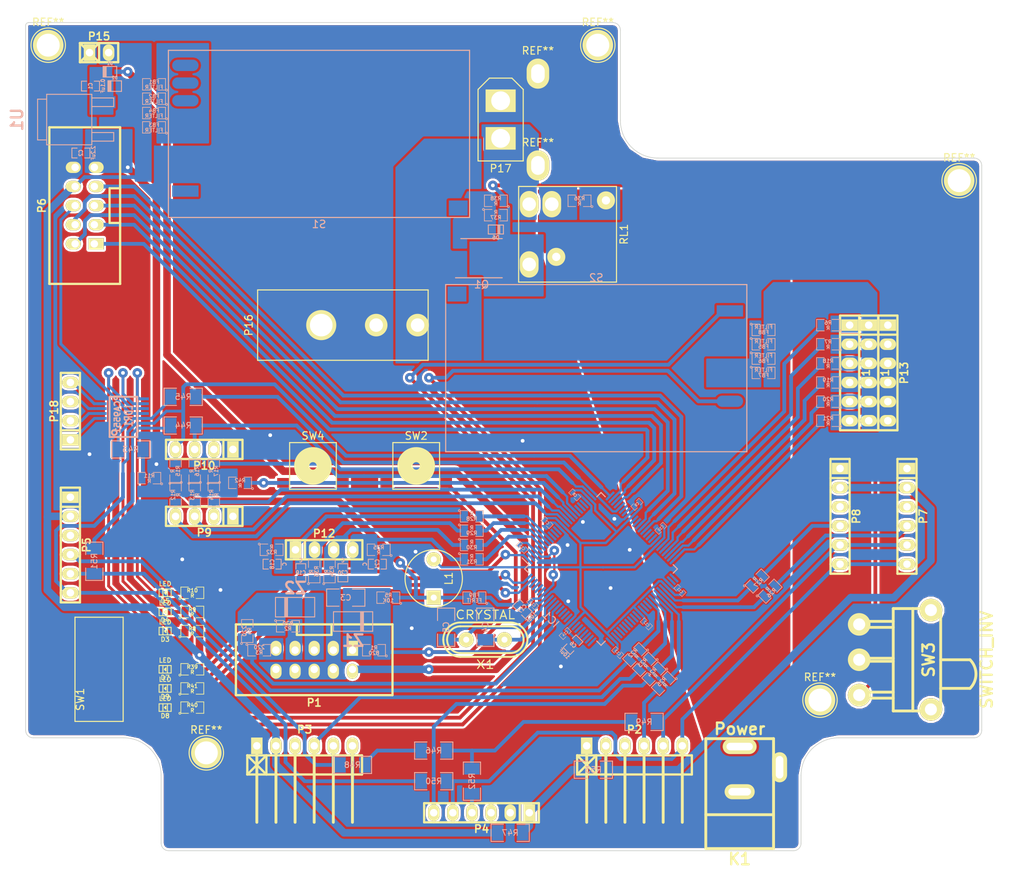
<source format=kicad_pcb>
(kicad_pcb (version 4) (host pcbnew "(2015-10-27 BZR 6284, Git 48df08c)-product")
  (layers (0 F.Cu signal) (31 B.Cu signal) (34 B.Paste user) (35 F.Paste user) (36 B.SilkS user) (37 F.SilkS user) (38 B.Mask user) (39 F.Mask user) (44 Edge.Cuts user))
  (net 0 "")
  (net 1 "Net-(C1-Pad1)")
  (net 2 GND)
  (net 3 +3v3)
  (net 4 CLK_PDI)
  (net 5 "Net-(C10-Pad2)")
  (net 6 "Net-(C15-Pad2)")
  (net 7 5Vin)
  (net 8 5Vout)
  (net 9 "Net-(IC1-Pad1)")
  (net 10 "Net-(IC1-Pad2)")
  (net 11 "Net-(IC1-Pad21)")
  (net 12 "Net-(IC1-Pad22)")
  (net 13 "Net-(IC1-Pad35)")
  (net 14 "Net-(IC1-Pad36)")
  (net 15 "Net-(IC1-Pad40)")
  (net 16 "Net-(IC1-Pad49)")
  (net 17 "Net-(IC1-Pad50)")
  (net 18 "Net-(IC1-Pad51)")
  (net 19 "Net-(IC1-Pad52)")
  (net 20 "Net-(IC1-Pad55)")
  (net 21 "Net-(IC1-Pad56)")
  (net 22 "Net-(IC1-Pad10)")
  (net 23 "Net-(IC1-Pad11)")
  (net 24 "Net-(IC1-Pad59)")
  (net 25 "Net-(IC1-Pad12)")
  (net 26 "Net-(IC1-Pad32)")
  (net 27 "Net-(IC1-Pad45)")
  (net 28 "Net-(IC1-Pad46)")
  (net 29 "Net-(IC1-Pad60)")
  (net 30 "Net-(IC1-Pad61)")
  (net 31 "Net-(IC1-Pad62)")
  (net 32 "Net-(IC1-Pad65)")
  (net 33 "Net-(IC1-Pad66)")
  (net 34 "Net-(IC1-Pad67)")
  (net 35 "Net-(IC1-Pad68)")
  (net 36 "Net-(IC1-Pad69)")
  (net 37 "Net-(IC1-Pad70)")
  (net 38 "Net-(IC1-Pad71)")
  (net 39 "Net-(IC1-Pad72)")
  (net 40 "Net-(IC1-Pad75)")
  (net 41 "Net-(IC1-Pad76)")
  (net 42 "Net-(IC1-Pad77)")
  (net 43 "Net-(IC1-Pad78)")
  (net 44 "Net-(IC1-Pad79)")
  (net 45 "Net-(IC1-Pad80)")
  (net 46 "Net-(IC1-Pad81)")
  (net 47 "Net-(IC1-Pad82)")
  (net 48 "Net-(IC1-Pad85)")
  (net 49 "Net-(IC1-Pad86)")
  (net 50 "Net-(IC1-Pad87)")
  (net 51 "Net-(IC1-Pad88)")
  (net 52 DT_PDI)
  (net 53 Light)
  (net 54 "Net-(P1-Pad9)")
  (net 55 "Net-(P1-Pad7)")
  (net 56 "Net-(P1-Pad1)")
  (net 57 "Net-(P1-Pad5)")
  (net 58 INT_A_0)
  (net 59 INT_B_0)
  (net 60 INT_A_1)
  (net 61 INT_B_1)
  (net 62 MTR_1)
  (net 63 "Net-(R2-Pad1)")
  (net 64 SW1)
  (net 65 SW0)
  (net 66 "Net-(IC1-Pad95)")
  (net 67 "Net-(IC1-Pad96)")
  (net 68 MTR_0)
  (net 69 "Net-(C4-Pad1)")
  (net 70 "Net-(C5-Pad1)")
  (net 71 "Net-(D3-Pad2)")
  (net 72 "Net-(D4-Pad2)")
  (net 73 "Net-(D5-Pad2)")
  (net 74 "Net-(P2-Pad3)")
  (net 75 sens0int)
  (net 76 "Net-(P3-Pad3)")
  (net 77 sens1int)
  (net 78 "Net-(P4-Pad3)")
  (net 79 speed_up)
  (net 80 "Net-(P5-Pad3)")
  (net 81 "Net-(P7-Pad3)")
  (net 82 "Net-(P8-Pad3)")
  (net 83 INT_0)
  (net 84 INT_1)
  (net 85 sens4int)
  (net 86 sens3int)
  (net 87 sens2int)
  (net 88 RST)
  (net 89 I2C_1+)
  (net 90 I2C_1-)
  (net 91 I2C_0+)
  (net 92 I2C_0-)
  (net 93 "Net-(P11-Pad1)")
  (net 94 "Net-(P11-Pad2)")
  (net 95 "Net-(P11-Pad3)")
  (net 96 "Net-(P11-Pad4)")
  (net 97 "Net-(P11-Pad5)")
  (net 98 "Net-(P11-Pad6)")
  (net 99 "Net-(C18-Pad1)")
  (net 100 "Net-(C19-Pad1)")
  (net 101 "Net-(C20-Pad1)")
  (net 102 "Net-(C21-Pad1)")
  (net 103 ADC_0)
  (net 104 ADC_1)
  (net 105 ADC_2)
  (net 106 ADC_3)
  (net 107 "Net-(FB1-Pad1)")
  (net 108 "Net-(S1-Pad3)")
  (net 109 +12V)
  (net 110 "Net-(S1-Pad4)")
  (net 111 "Net-(FB5-Pad1)")
  (net 112 +6Vout)
  (net 113 "Net-(P17-Pad2)")
  (net 114 "Net-(K1-Pad3)")
  (net 115 "Net-(R36-Pad1)")
  (net 116 "Net-(D6-Pad1)")
  (net 117 "Net-(D6-Pad2)")
  (net 118 ON/OFF)
  (net 119 "Net-(IC1-Pad41)")
  (net 120 "Net-(IC1-Pad42)")
  (net 121 "Net-(IC1-Pad47)")
  (net 122 "Net-(IC1-Pad48)")
  (net 123 "Net-(IC1-Pad57)")
  (net 124 "Net-(IC1-Pad58)")
  (net 125 "Net-(LDR1-Pad4)")
  (net 126 "Net-(LDR1-Pad5)")
  (net 127 "Net-(LDR1-Pad6)")
  (net 128 "Net-(LDR1-Pad7)")
  (net 129 "Net-(IC1-Pad18)")
  (net 130 "Net-(IC1-Pad97)")
  (net 131 "Net-(IC1-Pad98)")
  (net 132 "Net-(IC1-Pad99)")
  (net 133 "Net-(IC1-Pad100)")
  (net 134 "Net-(IC1-Pad31)")
  (net 135 "Net-(IC1-Pad30)")
  (net 136 "Net-(IC1-Pad5)")
  (net 137 "Net-(IC1-Pad20)")
  (net 138 "Net-(D3-Pad1)")
  (net 139 "Net-(D4-Pad1)")
  (net 140 "Net-(D5-Pad1)")
  (net 141 "Net-(D7-Pad1)")
  (net 142 SW4)
  (net 143 "Net-(D8-Pad1)")
  (net 144 SW3)
  (net 145 "Net-(D9-Pad1)")
  (net 146 SW2)
  (net 147 "Net-(P4-Pad4)")
  (net 148 "Net-(R11-Pad2)")
  (net 149 "Net-(P2-Pad2)")
  (net 150 "Net-(P4-Pad1)")
  (net 151 "Net-(IC1-Pad25)")
  (net 152 "Net-(P2-Pad5)")
  (net 153 "Net-(R46-Pad1)")
  (net 154 "Net-(R46-Pad2)")
  (net 155 "Net-(P3-Pad5)")
  (net 156 "Net-(P2-Pad6)")
  (module myfootprint:TQFP-100_14x14mm_Pitch0.5mm (layer B.Cu) (at 138.43 115.57 315)
    (fp_text reference IC1 (at 0 9.45 315) (layer B.SilkS) (effects (justify mirror)))
    (fp_text value ATXMEGA64A1-A)
    (pad 1 smd rect (at -7.7 6 315) (size 1.5 0.3) (layers B.Cu B.Paste B.Mask) (net 9 "Net-(IC1-Pad1)"))
    (pad 2 smd rect (at -7.7 5.5 315) (size 1.5 0.3) (layers B.Cu B.Paste B.Mask) (net 10 "Net-(IC1-Pad2)"))
    (pad 3 smd rect (at -7.7 5 315) (size 1.5 0.3) (layers B.Cu B.Paste B.Mask) (net 2 GND))
    (pad 4 smd rect (at -7.7 4.5 315) (size 1.5 0.3) (layers B.Cu B.Paste B.Mask) (net 6 "Net-(C15-Pad2)"))
    (pad 5 smd rect (at -7.7 4 315) (size 1.5 0.3) (layers B.Cu B.Paste B.Mask) (net 136 "Net-(IC1-Pad5)"))
    (pad 6 smd rect (at -7.7 3.5 315) (size 1.5 0.3) (layers B.Cu B.Paste B.Mask) (net 103 ADC_0))
    (pad 7 smd rect (at -7.7 3 315) (size 1.5 0.3) (layers B.Cu B.Paste B.Mask) (net 104 ADC_1))
    (pad 8 smd rect (at -7.7 2.5 315) (size 1.5 0.3) (layers B.Cu B.Paste B.Mask) (net 105 ADC_2))
    (pad 9 smd rect (at -7.7 2 315) (size 1.5 0.3) (layers B.Cu B.Paste B.Mask) (net 106 ADC_3))
    (pad 10 smd rect (at -7.7 1.5 315) (size 1.5 0.3) (layers B.Cu B.Paste B.Mask) (net 22 "Net-(IC1-Pad10)"))
    (pad 11 smd rect (at -7.7 1 315) (size 1.5 0.3) (layers B.Cu B.Paste B.Mask) (net 23 "Net-(IC1-Pad11)"))
    (pad 12 smd rect (at -7.7 0.5 315) (size 1.5 0.3) (layers B.Cu B.Paste B.Mask) (net 25 "Net-(IC1-Pad12)"))
    (pad 13 smd rect (at -7.7 0 315) (size 1.5 0.3) (layers B.Cu B.Paste B.Mask) (net 2 GND))
    (pad 14 smd rect (at -7.7 -0.5 315) (size 1.5 0.3) (layers B.Cu B.Paste B.Mask) (net 5 "Net-(C10-Pad2)"))
    (pad 15 smd rect (at -7.7 -1 315) (size 1.5 0.3) (layers B.Cu B.Paste B.Mask) (net 89 I2C_1+))
    (pad 16 smd rect (at -7.7 -1.5 315) (size 1.5 0.3) (layers B.Cu B.Paste B.Mask) (net 90 I2C_1-))
    (pad 17 smd rect (at -7.7 -2 315) (size 1.5 0.3) (layers B.Cu B.Paste B.Mask) (net 84 INT_1))
    (pad 18 smd rect (at -7.7 -2.5 315) (size 1.5 0.3) (layers B.Cu B.Paste B.Mask) (net 129 "Net-(IC1-Pad18)"))
    (pad 19 smd rect (at -7.7 -3 315) (size 1.5 0.3) (layers B.Cu B.Paste B.Mask) (net 83 INT_0))
    (pad 20 smd rect (at -7.7 -3.5 315) (size 1.5 0.3) (layers B.Cu B.Paste B.Mask) (net 137 "Net-(IC1-Pad20)"))
    (pad 21 smd rect (at -7.7 -4 315) (size 1.5 0.3) (layers B.Cu B.Paste B.Mask) (net 11 "Net-(IC1-Pad21)"))
    (pad 22 smd rect (at -7.7 -4.5 315) (size 1.5 0.3) (layers B.Cu B.Paste B.Mask) (net 12 "Net-(IC1-Pad22)"))
    (pad 23 smd rect (at -7.7 -5 315) (size 1.5 0.3) (layers B.Cu B.Paste B.Mask) (net 2 GND))
    (pad 24 smd rect (at -7.7 -5.5 315) (size 1.5 0.3) (layers B.Cu B.Paste B.Mask) (net 5 "Net-(C10-Pad2)"))
    (pad 25 smd rect (at -7.7 -6 315) (size 1.5 0.3) (layers B.Cu B.Paste B.Mask) (net 151 "Net-(IC1-Pad25)"))
    (pad 26 smd rect (at -6 -7.7 225) (size 1.5 0.3) (layers B.Cu B.Paste B.Mask) (net 92 I2C_0-))
    (pad 27 smd rect (at -5.5 -7.7 225) (size 1.5 0.3) (layers B.Cu B.Paste B.Mask) (net 59 INT_B_0))
    (pad 28 smd rect (at -5 -7.7 225) (size 1.5 0.3) (layers B.Cu B.Paste B.Mask) (net 58 INT_A_0))
    (pad 29 smd rect (at -4.5 -7.7 225) (size 1.5 0.3) (layers B.Cu B.Paste B.Mask) (net 68 MTR_0))
    (pad 30 smd rect (at -4 -7.7 225) (size 1.5 0.3) (layers B.Cu B.Paste B.Mask) (net 135 "Net-(IC1-Pad30)"))
    (pad 31 smd rect (at -3.5 -7.7 225) (size 1.5 0.3) (layers B.Cu B.Paste B.Mask) (net 134 "Net-(IC1-Pad31)"))
    (pad 32 smd rect (at -3 -7.7 225) (size 1.5 0.3) (layers B.Cu B.Paste B.Mask) (net 26 "Net-(IC1-Pad32)"))
    (pad 33 smd rect (at -2.5 -7.7 225) (size 1.5 0.3) (layers B.Cu B.Paste B.Mask) (net 2 GND))
    (pad 34 smd rect (at -2 -7.7 225) (size 1.5 0.3) (layers B.Cu B.Paste B.Mask) (net 5 "Net-(C10-Pad2)"))
    (pad 35 smd rect (at -1.5 -7.7 225) (size 1.5 0.3) (layers B.Cu B.Paste B.Mask) (net 13 "Net-(IC1-Pad35)"))
    (pad 36 smd rect (at -1 -7.7 225) (size 1.5 0.3) (layers B.Cu B.Paste B.Mask) (net 14 "Net-(IC1-Pad36)"))
    (pad 37 smd rect (at -0.5 -7.7 225) (size 1.5 0.3) (layers B.Cu B.Paste B.Mask) (net 61 INT_B_1))
    (pad 38 smd rect (at 0 -7.7 225) (size 1.5 0.3) (layers B.Cu B.Paste B.Mask) (net 62 MTR_1))
    (pad 39 smd rect (at 0.5 -7.7 225) (size 1.5 0.3) (layers B.Cu B.Paste B.Mask) (net 60 INT_A_1))
    (pad 40 smd rect (at 1 -7.7 225) (size 1.5 0.3) (layers B.Cu B.Paste B.Mask) (net 15 "Net-(IC1-Pad40)"))
    (pad 41 smd rect (at 1.5 -7.7 225) (size 1.5 0.3) (layers B.Cu B.Paste B.Mask) (net 119 "Net-(IC1-Pad41)"))
    (pad 42 smd rect (at 2 -7.7 225) (size 1.5 0.3) (layers B.Cu B.Paste B.Mask) (net 120 "Net-(IC1-Pad42)"))
    (pad 43 smd rect (at 2.5 -7.7 225) (size 1.5 0.3) (layers B.Cu B.Paste B.Mask) (net 2 GND))
    (pad 44 smd rect (at 3 -7.7 225) (size 1.5 0.3) (layers B.Cu B.Paste B.Mask) (net 5 "Net-(C10-Pad2)"))
    (pad 45 smd rect (at 3.5 -7.7 225) (size 1.5 0.3) (layers B.Cu B.Paste B.Mask) (net 27 "Net-(IC1-Pad45)"))
    (pad 46 smd rect (at 4 -7.7 225) (size 1.5 0.3) (layers B.Cu B.Paste B.Mask) (net 28 "Net-(IC1-Pad46)"))
    (pad 47 smd rect (at 4.5 -7.7 225) (size 1.5 0.3) (layers B.Cu B.Paste B.Mask) (net 121 "Net-(IC1-Pad47)"))
    (pad 48 smd rect (at 5 -7.7 225) (size 1.5 0.3) (layers B.Cu B.Paste B.Mask) (net 122 "Net-(IC1-Pad48)"))
    (pad 49 smd rect (at 5.5 -7.7 225) (size 1.5 0.3) (layers B.Cu B.Paste B.Mask) (net 16 "Net-(IC1-Pad49)"))
    (pad 50 smd rect (at 6 -7.7 225) (size 1.5 0.3) (layers B.Cu B.Paste B.Mask) (net 17 "Net-(IC1-Pad50)"))
    (pad 51 smd rect (at 7.7 -6 315) (size 1.5 0.3) (layers B.Cu B.Paste B.Mask) (net 18 "Net-(IC1-Pad51)"))
    (pad 52 smd rect (at 7.7 -5.5 315) (size 1.5 0.3) (layers B.Cu B.Paste B.Mask) (net 19 "Net-(IC1-Pad52)"))
    (pad 53 smd rect (at 7.7 -5 315) (size 1.5 0.3) (layers B.Cu B.Paste B.Mask) (net 2 GND))
    (pad 54 smd rect (at 7.7 -4.5 315) (size 1.5 0.3) (layers B.Cu B.Paste B.Mask) (net 5 "Net-(C10-Pad2)"))
    (pad 55 smd rect (at 7.7 -4 315) (size 1.5 0.3) (layers B.Cu B.Paste B.Mask) (net 20 "Net-(IC1-Pad55)"))
    (pad 56 smd rect (at 7.7 -3.5 315) (size 1.5 0.3) (layers B.Cu B.Paste B.Mask) (net 21 "Net-(IC1-Pad56)"))
    (pad 57 smd rect (at 7.7 -3 315) (size 1.5 0.3) (layers B.Cu B.Paste B.Mask) (net 123 "Net-(IC1-Pad57)"))
    (pad 58 smd rect (at 7.7 -2.5 315) (size 1.5 0.3) (layers B.Cu B.Paste B.Mask) (net 124 "Net-(IC1-Pad58)"))
    (pad 59 smd rect (at 7.7 -2 315) (size 1.5 0.3) (layers B.Cu B.Paste B.Mask) (net 24 "Net-(IC1-Pad59)"))
    (pad 60 smd rect (at 7.7 -1.5 315) (size 1.5 0.3) (layers B.Cu B.Paste B.Mask) (net 29 "Net-(IC1-Pad60)"))
    (pad 61 smd rect (at 7.7 -1 315) (size 1.5 0.3) (layers B.Cu B.Paste B.Mask) (net 30 "Net-(IC1-Pad61)"))
    (pad 62 smd rect (at 7.7 -0.5 315) (size 1.5 0.3) (layers B.Cu B.Paste B.Mask) (net 31 "Net-(IC1-Pad62)"))
    (pad 63 smd rect (at 7.7 0 315) (size 1.5 0.3) (layers B.Cu B.Paste B.Mask) (net 2 GND))
    (pad 64 smd rect (at 7.7 0.5 315) (size 1.5 0.3) (layers B.Cu B.Paste B.Mask) (net 5 "Net-(C10-Pad2)"))
    (pad 65 smd rect (at 7.7 1 315) (size 1.5 0.3) (layers B.Cu B.Paste B.Mask) (net 32 "Net-(IC1-Pad65)"))
    (pad 66 smd rect (at 7.7 1.5 315) (size 1.5 0.3) (layers B.Cu B.Paste B.Mask) (net 33 "Net-(IC1-Pad66)"))
    (pad 67 smd rect (at 7.7 2 315) (size 1.5 0.3) (layers B.Cu B.Paste B.Mask) (net 34 "Net-(IC1-Pad67)"))
    (pad 68 smd rect (at 7.7 2.5 315) (size 1.5 0.3) (layers B.Cu B.Paste B.Mask) (net 35 "Net-(IC1-Pad68)"))
    (pad 69 smd rect (at 7.7 3 315) (size 1.5 0.3) (layers B.Cu B.Paste B.Mask) (net 36 "Net-(IC1-Pad69)"))
    (pad 70 smd rect (at 7.7 3.5 315) (size 1.5 0.3) (layers B.Cu B.Paste B.Mask) (net 37 "Net-(IC1-Pad70)"))
    (pad 71 smd rect (at 7.7 4 315) (size 1.5 0.3) (layers B.Cu B.Paste B.Mask) (net 38 "Net-(IC1-Pad71)"))
    (pad 72 smd rect (at 7.7 4.5 315) (size 1.5 0.3) (layers B.Cu B.Paste B.Mask) (net 39 "Net-(IC1-Pad72)"))
    (pad 73 smd rect (at 7.7 5 315) (size 1.5 0.3) (layers B.Cu B.Paste B.Mask) (net 2 GND))
    (pad 74 smd rect (at 7.7 5.5 315) (size 1.5 0.3) (layers B.Cu B.Paste B.Mask) (net 5 "Net-(C10-Pad2)"))
    (pad 75 smd rect (at 7.7 6 315) (size 1.5 0.3) (layers B.Cu B.Paste B.Mask) (net 40 "Net-(IC1-Pad75)"))
    (pad 76 smd rect (at 6 7.7 225) (size 1.5 0.3) (layers B.Cu B.Paste B.Mask) (net 41 "Net-(IC1-Pad76)"))
    (pad 77 smd rect (at 5.5 7.7 225) (size 1.5 0.3) (layers B.Cu B.Paste B.Mask) (net 42 "Net-(IC1-Pad77)"))
    (pad 78 smd rect (at 5 7.7 225) (size 1.5 0.3) (layers B.Cu B.Paste B.Mask) (net 43 "Net-(IC1-Pad78)"))
    (pad 79 smd rect (at 4.5 7.7 225) (size 1.5 0.3) (layers B.Cu B.Paste B.Mask) (net 44 "Net-(IC1-Pad79)"))
    (pad 80 smd rect (at 4 7.7 225) (size 1.5 0.3) (layers B.Cu B.Paste B.Mask) (net 45 "Net-(IC1-Pad80)"))
    (pad 81 smd rect (at 3.5 7.7 225) (size 1.5 0.3) (layers B.Cu B.Paste B.Mask) (net 46 "Net-(IC1-Pad81)"))
    (pad 82 smd rect (at 3 7.7 225) (size 1.5 0.3) (layers B.Cu B.Paste B.Mask) (net 47 "Net-(IC1-Pad82)"))
    (pad 83 smd rect (at 2.5 7.7 225) (size 1.5 0.3) (layers B.Cu B.Paste B.Mask) (net 5 "Net-(C10-Pad2)"))
    (pad 84 smd rect (at 2 7.7 225) (size 1.5 0.3) (layers B.Cu B.Paste B.Mask) (net 2 GND))
    (pad 85 smd rect (at 1.5 7.7 225) (size 1.5 0.3) (layers B.Cu B.Paste B.Mask) (net 48 "Net-(IC1-Pad85)"))
    (pad 86 smd rect (at 1 7.7 225) (size 1.5 0.3) (layers B.Cu B.Paste B.Mask) (net 49 "Net-(IC1-Pad86)"))
    (pad 87 smd rect (at 0.5 7.7 225) (size 1.5 0.3) (layers B.Cu B.Paste B.Mask) (net 50 "Net-(IC1-Pad87)"))
    (pad 88 smd rect (at 0 7.7 225) (size 1.5 0.3) (layers B.Cu B.Paste B.Mask) (net 51 "Net-(IC1-Pad88)"))
    (pad 89 smd rect (at -0.5 7.7 225) (size 1.5 0.3) (layers B.Cu B.Paste B.Mask) (net 52 DT_PDI))
    (pad 90 smd rect (at -1 7.7 225) (size 1.5 0.3) (layers B.Cu B.Paste B.Mask) (net 4 CLK_PDI))
    (pad 91 smd rect (at -1.5 7.7 225) (size 1.5 0.3) (layers B.Cu B.Paste B.Mask) (net 69 "Net-(C4-Pad1)"))
    (pad 92 smd rect (at -2 7.7 225) (size 1.5 0.3) (layers B.Cu B.Paste B.Mask) (net 70 "Net-(C5-Pad1)"))
    (pad 93 smd rect (at -2.5 7.7 225) (size 1.5 0.3) (layers B.Cu B.Paste B.Mask) (net 2 GND))
    (pad 94 smd rect (at -3 7.7 225) (size 1.5 0.3) (layers B.Cu B.Paste B.Mask) (net 6 "Net-(C15-Pad2)"))
    (pad 95 smd rect (at -3.5 7.7 225) (size 1.5 0.3) (layers B.Cu B.Paste B.Mask) (net 66 "Net-(IC1-Pad95)"))
    (pad 96 smd rect (at -4 7.7 225) (size 1.5 0.3) (layers B.Cu B.Paste B.Mask) (net 67 "Net-(IC1-Pad96)"))
    (pad 97 smd rect (at -4.5 7.7 225) (size 1.5 0.3) (layers B.Cu B.Paste B.Mask) (net 130 "Net-(IC1-Pad97)"))
    (pad 98 smd rect (at -5 7.7 225) (size 1.5 0.3) (layers B.Cu B.Paste B.Mask) (net 131 "Net-(IC1-Pad98)"))
    (pad 99 smd rect (at -5.5 7.7 225) (size 1.5 0.3) (layers B.Cu B.Paste B.Mask) (net 132 "Net-(IC1-Pad99)"))
    (pad 100 smd rect (at -6 7.7 225) (size 1.5 0.3) (layers B.Cu B.Paste B.Mask) (net 133 "Net-(IC1-Pad100)"))
  )
  (module libcms:TSSOP16 (layer B.Cu) (at 74.93 95.25 90)
    (fp_text reference LDR1 (at 0 0.7493 90) (layer B.SilkS) (effects (font (size 1.016 0.762) (thickness 0.1905)) (justify mirror)))
    (fp_text value PCA9551 (at 0.24892 -0.7493 90) (layer B.SilkS) (effects (font (size 0.762 0.762) (thickness 0.1905)) (justify mirror)))
    (pad 1 smd rect (at -2.27584 -2.79908 90) (size 0.381 1.27) (layers B.Cu B.Paste B.Mask) (net 2 GND))
    (pad 2 smd rect (at -1.6256 -2.79908 90) (size 0.381 1.27) (layers B.Cu B.Paste B.Mask) (net 2 GND))
    (pad 3 smd rect (at -0.97536 -2.79908 90) (size 0.381 1.27) (layers B.Cu B.Paste B.Mask) (net 2 GND))
    (pad 4 smd rect (at -0.32512 -2.79908 90) (size 0.381 1.27) (layers B.Cu B.Paste B.Mask) (net 125 "Net-(LDR1-Pad4)"))
    (pad 5 smd rect (at 0.32512 -2.79908 90) (size 0.381 1.27) (layers B.Cu B.Paste B.Mask) (net 126 "Net-(LDR1-Pad5)"))
    (pad 6 smd rect (at 0.97536 -2.79908 90) (size 0.381 1.27) (layers B.Cu B.Paste B.Mask) (net 127 "Net-(LDR1-Pad6)"))
    (pad 7 smd rect (at 1.6256 -2.79908 90) (size 0.381 1.27) (layers B.Cu B.Paste B.Mask) (net 128 "Net-(LDR1-Pad7)"))
    (pad 8 smd rect (at 2.27584 -2.79908 90) (size 0.381 1.27) (layers B.Cu B.Paste B.Mask) (net 2 GND))
    (pad 9 smd rect (at 2.27584 2.79908 90) (size 0.381 1.27) (layers B.Cu B.Paste B.Mask) (net 73 "Net-(D5-Pad2)"))
    (pad 10 smd rect (at 1.6256 2.79908 90) (size 0.381 1.27) (layers B.Cu B.Paste B.Mask) (net 72 "Net-(D4-Pad2)"))
    (pad 11 smd rect (at 0.97536 2.79908 90) (size 0.381 1.27) (layers B.Cu B.Paste B.Mask) (net 71 "Net-(D3-Pad2)"))
    (pad 12 smd rect (at 0.32512 2.79908 90) (size 0.381 1.27) (layers B.Cu B.Paste B.Mask) (net 53 Light))
    (pad 13 smd rect (at -0.32512 2.79908 90) (size 0.381 1.27) (layers B.Cu B.Paste B.Mask) (net 88 RST))
    (pad 14 smd rect (at -0.97536 2.79908 90) (size 0.381 1.27) (layers B.Cu B.Paste B.Mask) (net 92 I2C_0-))
    (pad 15 smd rect (at -1.6256 2.79908 90) (size 0.381 1.27) (layers B.Cu B.Paste B.Mask) (net 91 I2C_0+))
    (pad 16 smd rect (at -2.27584 2.79908 90) (size 0.381 1.27) (layers B.Cu B.Paste B.Mask) (net 3 +3v3))
  )
  (module libcms:SM0805 (layer B.Cu) (at 90.4875 104.14 180)
    (fp_text reference R42 (at 0 0.3175 180) (layer B.SilkS) (effects (font (size 0.50038 0.50038) (thickness 0.10922)) (justify mirror)))
    (fp_text value R (at 0 -0.381 180) (layer B.SilkS) (effects (font (size 0.50038 0.50038) (thickness 0.10922)) (justify mirror)))
    (pad 1 smd rect (at -0.9525 0 180) (size 0.889 1.397) (layers B.Cu B.Paste B.Mask) (net 129 "Net-(IC1-Pad18)"))
    (pad 2 smd rect (at 0.9525 0 180) (size 0.889 1.397) (layers B.Cu B.Paste B.Mask) (net 3 +3v3))
  )
  (module w_pin_strip:pin_strip_6 (layer F.Cu) (at 179.07 108.585 270)
    (fp_text reference P7 (at 0 -2.159 270) (layer F.SilkS) (effects (font (size 1.016 1.016) (thickness 0.2032))))
    (fp_text value Sens0 hide)
    (pad 1 thru_hole rect (at -6.35 0 270) (size 1.524 2.19964) (drill 1.00076) (layers *.Cu *.Mask F.SilkS) (net 2 GND))
    (pad 2 thru_hole oval (at -3.81 0 270) (size 1.524 2.19964) (drill 1.00076) (layers *.Cu *.Mask F.SilkS) (net 149 "Net-(P2-Pad2)"))
    (pad 3 thru_hole oval (at -1.27 0 270) (size 1.524 2.19964) (drill 1.00076) (layers *.Cu *.Mask F.SilkS) (net 81 "Net-(P7-Pad3)"))
    (pad 4 thru_hole oval (at 1.27 0 270) (size 1.524 2.19964) (drill 1.00076) (layers *.Cu *.Mask F.SilkS) (net 75 sens0int))
    (pad 5 thru_hole oval (at 3.81 0 270) (size 1.524 2.19964) (drill 1.00076) (layers *.Cu *.Mask F.SilkS) (net 152 "Net-(P2-Pad5)"))
    (pad 6 thru_hole oval (at 6.35 0 270) (size 1.524 2.19964) (drill 1.00076) (layers *.Cu *.Mask F.SilkS) (net 156 "Net-(P2-Pad6)"))
  )
  (module w_pin_strip:pin_strip_6 (layer F.Cu) (at 170.18 108.585 270)
    (fp_text reference P8 (at 0 -2.159 270) (layer F.SilkS) (effects (font (size 1.016 1.016) (thickness 0.2032))))
    (fp_text value Sens1 hide)
    (pad 1 thru_hole rect (at -6.35 0 270) (size 1.524 2.19964) (drill 1.00076) (layers *.Cu *.Mask F.SilkS) (net 2 GND))
    (pad 2 thru_hole oval (at -3.81 0 270) (size 1.524 2.19964) (drill 1.00076) (layers *.Cu *.Mask F.SilkS) (net 149 "Net-(P2-Pad2)"))
    (pad 3 thru_hole oval (at -1.27 0 270) (size 1.524 2.19964) (drill 1.00076) (layers *.Cu *.Mask F.SilkS) (net 82 "Net-(P8-Pad3)"))
    (pad 4 thru_hole oval (at 1.27 0 270) (size 1.524 2.19964) (drill 1.00076) (layers *.Cu *.Mask F.SilkS) (net 77 sens1int))
    (pad 5 thru_hole oval (at 3.81 0 270) (size 1.524 2.19964) (drill 1.00076) (layers *.Cu *.Mask F.SilkS) (net 152 "Net-(P2-Pad5)"))
    (pad 6 thru_hole oval (at 6.35 0 270) (size 1.524 2.19964) (drill 1.00076) (layers *.Cu *.Mask F.SilkS) (net 156 "Net-(P2-Pad6)"))
  )
  (module libcms:SM0805 (layer B.Cu) (at 160.870481 118.529519 45)
    (fp_text reference R26 (at 0 0.3175 45) (layer B.SilkS) (effects (font (size 0.50038 0.50038) (thickness 0.10922)) (justify mirror)))
    (fp_text value R (at 0 -0.381 45) (layer B.SilkS) (effects (font (size 0.50038 0.50038) (thickness 0.10922)) (justify mirror)))
    (pad 1 smd rect (at -0.9525 0 45) (size 0.889 1.397) (layers B.Cu B.Paste B.Mask) (net 21 "Net-(IC1-Pad56)"))
    (pad 2 smd rect (at 0.9525 0 45) (size 0.889 1.397) (layers B.Cu B.Paste B.Mask) (net 75 sens0int))
  )
  (module w_pin_strip:pin_strip_6-90 (layer F.Cu) (at 99.06 139.065)
    (fp_text reference P3 (at 0 -2.159) (layer F.SilkS) (effects (font (size 1.016 1.016) (thickness 0.2032))))
    (fp_text value Sens2 hide)
    (pad 1 thru_hole rect (at -6.35 0) (size 1.524 2.19964) (drill 1.00076) (layers *.Cu *.Mask F.SilkS) (net 2 GND))
    (pad 2 thru_hole oval (at -3.81 0) (size 1.524 2.19964) (drill 1.00076) (layers *.Cu *.Mask F.SilkS) (net 8 5Vout))
    (pad 3 thru_hole oval (at -1.27 0) (size 1.524 2.19964) (drill 1.00076) (layers *.Cu *.Mask F.SilkS) (net 76 "Net-(P3-Pad3)"))
    (pad 4 thru_hole oval (at 1.27 0) (size 1.524 2.19964) (drill 1.00076) (layers *.Cu *.Mask F.SilkS) (net 87 sens2int))
    (pad 5 thru_hole oval (at 3.81 0) (size 1.524 2.19964) (drill 1.00076) (layers *.Cu *.Mask F.SilkS) (net 155 "Net-(P3-Pad5)"))
    (pad 6 thru_hole oval (at 6.35 0) (size 1.524 2.19964) (drill 1.00076) (layers *.Cu *.Mask F.SilkS) (net 92 I2C_0-))
  )
  (module libcms:SM1206 (layer B.Cu) (at 117.856 123.317 90)
    (fp_text reference C5 (at 0 0 90) (layer B.SilkS) (effects (font (size 0.762 0.762) (thickness 0.127)) (justify mirror)))
    (fp_text value 22pF hide)
    (pad 1 smd rect (at -1.651 0 90) (size 1.524 2.032) (layers B.Cu B.Paste B.Mask) (net 70 "Net-(C5-Pad1)"))
    (pad 2 smd rect (at 1.651 0 90) (size 1.524 2.032) (layers B.Cu B.Paste B.Mask) (net 2 GND))
  )
  (module libcms:SM1206 (layer B.Cu) (at 123.063 123.317 90)
    (fp_text reference C4 (at 0 0 90) (layer B.SilkS) (effects (font (size 0.762 0.762) (thickness 0.127)) (justify mirror)))
    (fp_text value 22pF hide)
    (pad 1 smd rect (at -1.651 0 90) (size 1.524 2.032) (layers B.Cu B.Paste B.Mask) (net 69 "Net-(C4-Pad1)"))
    (pad 2 smd rect (at 1.651 0 90) (size 1.524 2.032) (layers B.Cu B.Paste B.Mask) (net 2 GND))
  )
  (module w_crystal:crystal_hc-49s (layer F.Cu) (at 123.063 124.968 180)
    (fp_text reference X1 (at 0 -3.302 180) (layer F.SilkS) (effects (font (size 1.143 1.27) (thickness 0.1524))))
    (fp_text value CRYSTAL (at 0 3.302 180) (layer F.SilkS) (effects (font (size 1.143 1.27) (thickness 0.1524))))
    (pad 1 thru_hole circle (at -2.54 0 180) (size 1.99898 1.99898) (drill 0.8001) (layers *.Cu *.Mask F.SilkS) (net 69 "Net-(C4-Pad1)"))
    (pad 2 thru_hole circle (at 2.54 0 180) (size 1.99898 1.99898) (drill 0.8001) (layers *.Cu *.Mask F.SilkS) (net 70 "Net-(C5-Pad1)"))
  )
  (module libcms:SM0402 (layer B.Cu) (at 127.952099 112.712099 135)
    (fp_text reference C15 (at 0 0 135) (layer B.SilkS) (effects (font (size 0.35052 0.3048) (thickness 0.07112)) (justify mirror)))
    (fp_text value 100nF hide)
    (pad 1 smd rect (at -0.44958 0 135) (size 0.39878 0.59944) (layers B.Cu B.Paste B.Mask) (net 2 GND))
    (pad 2 smd rect (at 0.44958 0 135) (size 0.39878 0.59944) (layers B.Cu B.Paste B.Mask) (net 6 "Net-(C15-Pad2)"))
  )
  (module libcms:SM0402 (layer B.Cu) (at 131.254099 109.410099 135)
    (fp_text reference C7 (at 0 0 135) (layer B.SilkS) (effects (font (size 0.35052 0.3048) (thickness 0.07112)) (justify mirror)))
    (fp_text value 100nF hide)
    (pad 1 smd rect (at -0.44958 0 135) (size 0.39878 0.59944) (layers B.Cu B.Paste B.Mask) (net 2 GND))
    (pad 2 smd rect (at 0.44958 0 135) (size 0.39878 0.59944) (layers B.Cu B.Paste B.Mask) (net 5 "Net-(C10-Pad2)"))
  )
  (module libcms:SM0402 (layer B.Cu) (at 146.367901 110.172099 45)
    (fp_text reference C10 (at 0 0 45) (layer B.SilkS) (effects (font (size 0.35052 0.3048) (thickness 0.07112)) (justify mirror)))
    (fp_text value 100nF hide)
    (pad 1 smd rect (at -0.44958 0 45) (size 0.39878 0.59944) (layers B.Cu B.Paste B.Mask) (net 2 GND))
    (pad 2 smd rect (at 0.44958 0 45) (size 0.39878 0.59944) (layers B.Cu B.Paste B.Mask) (net 5 "Net-(C10-Pad2)"))
  )
  (module libcms:SM0402 (layer B.Cu) (at 148.907901 118.427901 315)
    (fp_text reference C11 (at 0 0 315) (layer B.SilkS) (effects (font (size 0.35052 0.3048) (thickness 0.07112)) (justify mirror)))
    (fp_text value 100nF hide)
    (pad 1 smd rect (at -0.44958 0 315) (size 0.39878 0.59944) (layers B.Cu B.Paste B.Mask) (net 2 GND))
    (pad 2 smd rect (at 0.44958 0 315) (size 0.39878 0.59944) (layers B.Cu B.Paste B.Mask) (net 5 "Net-(C10-Pad2)"))
  )
  (module libcms:SM0402 (layer B.Cu) (at 140.652901 126.682901 135)
    (fp_text reference C13 (at 0 0 135) (layer B.SilkS) (effects (font (size 0.35052 0.3048) (thickness 0.07112)) (justify mirror)))
    (fp_text value 100nF hide)
    (pad 1 smd rect (at -0.44958 0 135) (size 0.39878 0.59944) (layers B.Cu B.Paste B.Mask) (net 2 GND))
    (pad 2 smd rect (at 0.44958 0 135) (size 0.39878 0.59944) (layers B.Cu B.Paste B.Mask) (net 5 "Net-(C10-Pad2)"))
  )
  (module libcms:SM0402 (layer B.Cu) (at 144.462099 122.872099 135)
    (fp_text reference C12 (at 0 0 135) (layer B.SilkS) (effects (font (size 0.35052 0.3048) (thickness 0.07112)) (justify mirror)))
    (fp_text value 100nF hide)
    (pad 1 smd rect (at -0.44958 0 135) (size 0.39878 0.59944) (layers B.Cu B.Paste B.Mask) (net 2 GND))
    (pad 2 smd rect (at 0.44958 0 135) (size 0.39878 0.59944) (layers B.Cu B.Paste B.Mask) (net 5 "Net-(C10-Pad2)"))
  )
  (module libcms:SM0805 (layer B.Cu) (at 168.5925 88.265 180)
    (fp_text reference R18 (at 0 0.3175 180) (layer B.SilkS) (effects (font (size 0.50038 0.50038) (thickness 0.10922)) (justify mirror)))
    (fp_text value R (at 0 -0.381 180) (layer B.SilkS) (effects (font (size 0.50038 0.50038) (thickness 0.10922)) (justify mirror)))
    (pad 1 smd rect (at -0.9525 0 180) (size 0.889 1.397) (layers B.Cu B.Paste B.Mask) (net 95 "Net-(P11-Pad3)"))
    (pad 2 smd rect (at 0.9525 0 180) (size 0.889 1.397) (layers B.Cu B.Paste B.Mask) (net 121 "Net-(IC1-Pad47)"))
  )
  (module libcms:SM0805 (layer B.Cu) (at 168.5925 95.885 180)
    (fp_text reference R21 (at 0 0.3175 180) (layer B.SilkS) (effects (font (size 0.50038 0.50038) (thickness 0.10922)) (justify mirror)))
    (fp_text value R (at 0 -0.381 180) (layer B.SilkS) (effects (font (size 0.50038 0.50038) (thickness 0.10922)) (justify mirror)))
    (pad 1 smd rect (at -0.9525 0 180) (size 0.889 1.397) (layers B.Cu B.Paste B.Mask) (net 98 "Net-(P11-Pad6)"))
    (pad 2 smd rect (at 0.9525 0 180) (size 0.889 1.397) (layers B.Cu B.Paste B.Mask) (net 17 "Net-(IC1-Pad50)"))
  )
  (module libcms:SM0805 (layer B.Cu) (at 168.5925 90.805 180)
    (fp_text reference R19 (at 0 0.3175 180) (layer B.SilkS) (effects (font (size 0.50038 0.50038) (thickness 0.10922)) (justify mirror)))
    (fp_text value R (at 0 -0.381 180) (layer B.SilkS) (effects (font (size 0.50038 0.50038) (thickness 0.10922)) (justify mirror)))
    (pad 1 smd rect (at -0.9525 0 180) (size 0.889 1.397) (layers B.Cu B.Paste B.Mask) (net 96 "Net-(P11-Pad4)"))
    (pad 2 smd rect (at 0.9525 0 180) (size 0.889 1.397) (layers B.Cu B.Paste B.Mask) (net 122 "Net-(IC1-Pad48)"))
  )
  (module libcms:SM0603_Capa (layer B.Cu) (at 70.612 51.435 180)
    (fp_text reference C1 (at 0 0 450) (layer B.SilkS) (effects (font (size 0.508 0.4572) (thickness 0.1143)) (justify mirror)))
    (fp_text value 0.1uF (at -1.651 0 450) (layer B.SilkS) (effects (font (size 0.508 0.4572) (thickness 0.1143)) (justify mirror)))
    (pad 1 smd rect (at -0.762 0 180) (size 0.635 1.143) (layers B.Cu B.Paste B.Mask) (net 1 "Net-(C1-Pad1)"))
    (pad 2 smd rect (at 0.762 0 180) (size 0.635 1.143) (layers B.Cu B.Paste B.Mask) (net 2 GND))
  )
  (module libcms:SM0603_Capa (layer B.Cu) (at 69.342 60.325 180)
    (fp_text reference C2 (at 0 0 450) (layer B.SilkS) (effects (font (size 0.508 0.4572) (thickness 0.1143)) (justify mirror)))
    (fp_text value 2.2uF (at -1.651 0 450) (layer B.SilkS) (effects (font (size 0.508 0.4572) (thickness 0.1143)) (justify mirror)))
    (pad 1 smd rect (at -0.762 0 180) (size 0.635 1.143) (layers B.Cu B.Paste B.Mask) (net 3 +3v3))
    (pad 2 smd rect (at 0.762 0 180) (size 0.635 1.143) (layers B.Cu B.Paste B.Mask) (net 2 GND))
  )
  (module libcms:SM1206 (layer B.Cu) (at 104.521 119.38 180)
    (fp_text reference C3 (at 0 0 180) (layer B.SilkS) (effects (font (size 0.762 0.762) (thickness 0.127)) (justify mirror)))
    (fp_text value 22pF hide)
    (pad 1 smd rect (at -1.651 0 180) (size 1.524 2.032) (layers B.Cu B.Paste B.Mask) (net 4 CLK_PDI))
    (pad 2 smd rect (at 1.651 0 180) (size 1.524 2.032) (layers B.Cu B.Paste B.Mask) (net 2 GND))
  )
  (module libcms:SM0603_Capa (layer B.Cu) (at 134.716185 125.633815 45)
    (fp_text reference C6 (at 0 0 315) (layer B.SilkS) (effects (font (size 0.508 0.4572) (thickness 0.1143)) (justify mirror)))
    (fp_text value 10uF (at -1.651 0 315) (layer B.SilkS) (effects (font (size 0.508 0.4572) (thickness 0.1143)) (justify mirror)))
    (pad 1 smd rect (at -0.762 0 45) (size 0.635 1.143) (layers B.Cu B.Paste B.Mask) (net 2 GND))
    (pad 2 smd rect (at 0.762 0 45) (size 0.635 1.143) (layers B.Cu B.Paste B.Mask) (net 5 "Net-(C10-Pad2)"))
  )
  (module libcms:SM0402 (layer B.Cu) (at 134.937099 105.727099 135)
    (fp_text reference C8 (at 0 0 135) (layer B.SilkS) (effects (font (size 0.35052 0.3048) (thickness 0.07112)) (justify mirror)))
    (fp_text value 100nF hide)
    (pad 1 smd rect (at -0.44958 0 135) (size 0.39878 0.59944) (layers B.Cu B.Paste B.Mask) (net 2 GND))
    (pad 2 smd rect (at 0.44958 0 135) (size 0.39878 0.59944) (layers B.Cu B.Paste B.Mask) (net 5 "Net-(C10-Pad2)"))
  )
  (module libcms:SM0402 (layer B.Cu) (at 143.192099 106.997901 45)
    (fp_text reference C9 (at 0 0 45) (layer B.SilkS) (effects (font (size 0.35052 0.3048) (thickness 0.07112)) (justify mirror)))
    (fp_text value 100nF hide)
    (pad 1 smd rect (at -0.44958 0 45) (size 0.39878 0.59944) (layers B.Cu B.Paste B.Mask) (net 2 GND))
    (pad 2 smd rect (at 0.44958 0 45) (size 0.39878 0.59944) (layers B.Cu B.Paste B.Mask) (net 5 "Net-(C10-Pad2)"))
  )
  (module libcms:SM0402 (layer B.Cu) (at 133.667901 124.142099 45)
    (fp_text reference C14 (at 0 0 45) (layer B.SilkS) (effects (font (size 0.35052 0.3048) (thickness 0.07112)) (justify mirror)))
    (fp_text value 100nF hide)
    (pad 1 smd rect (at -0.44958 0 45) (size 0.39878 0.59944) (layers B.Cu B.Paste B.Mask) (net 2 GND))
    (pad 2 smd rect (at 0.44958 0 45) (size 0.39878 0.59944) (layers B.Cu B.Paste B.Mask) (net 5 "Net-(C10-Pad2)"))
  )
  (module libcms:SM0402 (layer B.Cu) (at 129.349901 120.205901 135)
    (fp_text reference C16 (at 0 0 135) (layer B.SilkS) (effects (font (size 0.35052 0.3048) (thickness 0.07112)) (justify mirror)))
    (fp_text value 100nF hide)
    (pad 1 smd rect (at -0.44958 0 135) (size 0.39878 0.59944) (layers B.Cu B.Paste B.Mask) (net 2 GND))
    (pad 2 smd rect (at 0.44958 0 135) (size 0.39878 0.59944) (layers B.Cu B.Paste B.Mask) (net 6 "Net-(C15-Pad2)"))
  )
  (module libcms:SM0603_Capa (layer B.Cu) (at 127.985185 120.873185 135)
    (fp_text reference C17 (at 0 0 405) (layer B.SilkS) (effects (font (size 0.508 0.4572) (thickness 0.1143)) (justify mirror)))
    (fp_text value 10uF (at -1.651 0 405) (layer B.SilkS) (effects (font (size 0.508 0.4572) (thickness 0.1143)) (justify mirror)))
    (pad 1 smd rect (at -0.762 0 135) (size 0.635 1.143) (layers B.Cu B.Paste B.Mask) (net 2 GND))
    (pad 2 smd rect (at 0.762 0 135) (size 0.635 1.143) (layers B.Cu B.Paste B.Mask) (net 6 "Net-(C15-Pad2)"))
  )
  (module libcms:SM0603_Capa (layer B.Cu) (at 94.742 114.935 180)
    (fp_text reference C18 (at 0 0 450) (layer B.SilkS) (effects (font (size 0.508 0.4572) (thickness 0.1143)) (justify mirror)))
    (fp_text value C (at -1.651 0 450) (layer B.SilkS) (effects (font (size 0.508 0.4572) (thickness 0.1143)) (justify mirror)))
    (pad 1 smd rect (at -0.762 0 180) (size 0.635 1.143) (layers B.Cu B.Paste B.Mask) (net 99 "Net-(C18-Pad1)"))
    (pad 2 smd rect (at 0.762 0 180) (size 0.635 1.143) (layers B.Cu B.Paste B.Mask) (net 2 GND))
  )
  (module libcms:SM0603_Capa (layer B.Cu) (at 98.552 116.078 270)
    (fp_text reference C19 (at 0 0 540) (layer B.SilkS) (effects (font (size 0.508 0.4572) (thickness 0.1143)) (justify mirror)))
    (fp_text value C (at -1.651 0 540) (layer B.SilkS) (effects (font (size 0.508 0.4572) (thickness 0.1143)) (justify mirror)))
    (pad 1 smd rect (at -0.762 0 270) (size 0.635 1.143) (layers B.Cu B.Paste B.Mask) (net 100 "Net-(C19-Pad1)"))
    (pad 2 smd rect (at 0.762 0 270) (size 0.635 1.143) (layers B.Cu B.Paste B.Mask) (net 2 GND))
  )
  (module libcms:SM0603_Capa (layer B.Cu) (at 104.14 116.078 270)
    (fp_text reference C20 (at 0 0 540) (layer B.SilkS) (effects (font (size 0.508 0.4572) (thickness 0.1143)) (justify mirror)))
    (fp_text value C (at -1.651 0 540) (layer B.SilkS) (effects (font (size 0.508 0.4572) (thickness 0.1143)) (justify mirror)))
    (pad 1 smd rect (at -0.762 0 270) (size 0.635 1.143) (layers B.Cu B.Paste B.Mask) (net 101 "Net-(C20-Pad1)"))
    (pad 2 smd rect (at 0.762 0 270) (size 0.635 1.143) (layers B.Cu B.Paste B.Mask) (net 2 GND))
  )
  (module libcms:SM0603_Capa (layer B.Cu) (at 108.712 114.935)
    (fp_text reference C21 (at 0 0 270) (layer B.SilkS) (effects (font (size 0.508 0.4572) (thickness 0.1143)) (justify mirror)))
    (fp_text value C (at -1.651 0 270) (layer B.SilkS) (effects (font (size 0.508 0.4572) (thickness 0.1143)) (justify mirror)))
    (pad 1 smd rect (at -0.762 0) (size 0.635 1.143) (layers B.Cu B.Paste B.Mask) (net 102 "Net-(C21-Pad1)"))
    (pad 2 smd rect (at 0.762 0) (size 0.635 1.143) (layers B.Cu B.Paste B.Mask) (net 2 GND))
  )
  (module w_smd_diode:sod323 (layer B.Cu) (at 73.19518 49.53 180)
    (fp_text reference D1 (at 0 1.09982 180) (layer B.SilkS) (effects (font (size 0.39878 0.39878) (thickness 0.09906)) (justify mirror)))
    (fp_text value DIODESCH hide)
    (pad 2 smd rect (at 1.09982 0 180) (size 1.00076 0.59944) (layers B.Cu B.Paste B.Mask) (net 1 "Net-(C1-Pad1)"))
    (pad 1 smd rect (at -1.09982 0 180) (size 1.00076 0.59944) (layers B.Cu B.Paste B.Mask) (net 7 5Vin))
  )
  (module w_smd_diode:sod323 (layer B.Cu) (at 73.83018 51.435 180)
    (fp_text reference D2 (at 0 1.09982 180) (layer B.SilkS) (effects (font (size 0.39878 0.39878) (thickness 0.09906)) (justify mirror)))
    (fp_text value DIODESCH hide)
    (pad 2 smd rect (at 1.09982 0 180) (size 1.00076 0.59944) (layers B.Cu B.Paste B.Mask) (net 1 "Net-(C1-Pad1)"))
    (pad 1 smd rect (at -1.09982 0 180) (size 1.00076 0.59944) (layers B.Cu B.Paste B.Mask) (net 8 5Vout))
  )
  (module w_smd_diode:micromelf (layer B.Cu) (at 124.46 70.485)
    (fp_text reference D6 (at 0 1.0668) (layer B.SilkS) (effects (font (size 0.50038 0.50038) (thickness 0.11938)) (justify mirror)))
    (fp_text value ZENER hide)
    (pad 1 smd rect (at -1.00076 0) (size 0.8001 1.30048) (layers B.Cu B.Paste B.Mask) (net 116 "Net-(D6-Pad1)"))
    (pad 2 smd rect (at 1.00076 0) (size 0.8001 1.30048) (layers B.Cu B.Paste B.Mask) (net 117 "Net-(D6-Pad2)"))
  )
  (module libcms:SM0805 (layer B.Cu) (at 79.0575 51.206106 180)
    (fp_text reference FB1 (at 0 0.3175 180) (layer B.SilkS) (effects (font (size 0.50038 0.50038) (thickness 0.10922)) (justify mirror)))
    (fp_text value FILTER (at 0 -0.381 180) (layer B.SilkS) (effects (font (size 0.50038 0.50038) (thickness 0.10922)) (justify mirror)))
    (pad 1 smd rect (at -0.9525 0 180) (size 0.889 1.397) (layers B.Cu B.Paste B.Mask) (net 107 "Net-(FB1-Pad1)"))
    (pad 2 smd rect (at 0.9525 0 180) (size 0.889 1.397) (layers B.Cu B.Paste B.Mask) (net 8 5Vout))
  )
  (module libcms:SM0805 (layer B.Cu) (at 79.0575 53.111106 180)
    (fp_text reference FB2 (at 0 0.3175 180) (layer B.SilkS) (effects (font (size 0.50038 0.50038) (thickness 0.10922)) (justify mirror)))
    (fp_text value FILTER (at 0 -0.381 180) (layer B.SilkS) (effects (font (size 0.50038 0.50038) (thickness 0.10922)) (justify mirror)))
    (pad 1 smd rect (at -0.9525 0 180) (size 0.889 1.397) (layers B.Cu B.Paste B.Mask) (net 107 "Net-(FB1-Pad1)"))
    (pad 2 smd rect (at 0.9525 0 180) (size 0.889 1.397) (layers B.Cu B.Paste B.Mask) (net 8 5Vout))
  )
  (module libcms:SM0805 (layer B.Cu) (at 79.0575 56.921106 180)
    (fp_text reference FB3 (at 0 0.3175 180) (layer B.SilkS) (effects (font (size 0.50038 0.50038) (thickness 0.10922)) (justify mirror)))
    (fp_text value FILTER (at 0 -0.381 180) (layer B.SilkS) (effects (font (size 0.50038 0.50038) (thickness 0.10922)) (justify mirror)))
    (pad 1 smd rect (at -0.9525 0 180) (size 0.889 1.397) (layers B.Cu B.Paste B.Mask) (net 107 "Net-(FB1-Pad1)"))
    (pad 2 smd rect (at 0.9525 0 180) (size 0.889 1.397) (layers B.Cu B.Paste B.Mask) (net 8 5Vout))
  )
  (module libcms:SM0805 (layer B.Cu) (at 79.0575 55.016106 180)
    (fp_text reference FB4 (at 0 0.3175 180) (layer B.SilkS) (effects (font (size 0.50038 0.50038) (thickness 0.10922)) (justify mirror)))
    (fp_text value FILTER (at 0 -0.381 180) (layer B.SilkS) (effects (font (size 0.50038 0.50038) (thickness 0.10922)) (justify mirror)))
    (pad 1 smd rect (at -0.9525 0 180) (size 0.889 1.397) (layers B.Cu B.Paste B.Mask) (net 107 "Net-(FB1-Pad1)"))
    (pad 2 smd rect (at 0.9525 0 180) (size 0.889 1.397) (layers B.Cu B.Paste B.Mask) (net 8 5Vout))
  )
  (module libcms:SM0805 (layer B.Cu) (at 160.02 85.725)
    (fp_text reference FB5 (at 0 0.3175) (layer B.SilkS) (effects (font (size 0.50038 0.50038) (thickness 0.10922)) (justify mirror)))
    (fp_text value FILTER (at 0 -0.381) (layer B.SilkS) (effects (font (size 0.50038 0.50038) (thickness 0.10922)) (justify mirror)))
    (pad 1 smd rect (at -0.9525 0) (size 0.889 1.397) (layers B.Cu B.Paste B.Mask) (net 111 "Net-(FB5-Pad1)"))
    (pad 2 smd rect (at 0.9525 0) (size 0.889 1.397) (layers B.Cu B.Paste B.Mask) (net 112 +6Vout))
  )
  (module libcms:SM0805 (layer B.Cu) (at 160.02 87.63)
    (fp_text reference FB6 (at 0 0.3175) (layer B.SilkS) (effects (font (size 0.50038 0.50038) (thickness 0.10922)) (justify mirror)))
    (fp_text value FILTER (at 0 -0.381) (layer B.SilkS) (effects (font (size 0.50038 0.50038) (thickness 0.10922)) (justify mirror)))
    (pad 1 smd rect (at -0.9525 0) (size 0.889 1.397) (layers B.Cu B.Paste B.Mask) (net 111 "Net-(FB5-Pad1)"))
    (pad 2 smd rect (at 0.9525 0) (size 0.889 1.397) (layers B.Cu B.Paste B.Mask) (net 112 +6Vout))
  )
  (module libcms:SM0805 (layer B.Cu) (at 160.02 89.535)
    (fp_text reference FB7 (at 0 0.3175) (layer B.SilkS) (effects (font (size 0.50038 0.50038) (thickness 0.10922)) (justify mirror)))
    (fp_text value FILTER (at 0 -0.381) (layer B.SilkS) (effects (font (size 0.50038 0.50038) (thickness 0.10922)) (justify mirror)))
    (pad 1 smd rect (at -0.9525 0) (size 0.889 1.397) (layers B.Cu B.Paste B.Mask) (net 111 "Net-(FB5-Pad1)"))
    (pad 2 smd rect (at 0.9525 0) (size 0.889 1.397) (layers B.Cu B.Paste B.Mask) (net 112 +6Vout))
  )
  (module libcms:SM0805 (layer B.Cu) (at 160.02 83.82)
    (fp_text reference FB8 (at 0 0.3175) (layer B.SilkS) (effects (font (size 0.50038 0.50038) (thickness 0.10922)) (justify mirror)))
    (fp_text value FILTER (at 0 -0.381) (layer B.SilkS) (effects (font (size 0.50038 0.50038) (thickness 0.10922)) (justify mirror)))
    (pad 1 smd rect (at -0.9525 0) (size 0.889 1.397) (layers B.Cu B.Paste B.Mask) (net 111 "Net-(FB5-Pad1)"))
    (pad 2 smd rect (at 0.9525 0) (size 0.889 1.397) (layers B.Cu B.Paste B.Mask) (net 112 +6Vout))
  )
  (module libcms:SM0805 (layer B.Cu) (at 121.6025 119.38 180)
    (fp_text reference FB9 (at 0 0.3175 180) (layer B.SilkS) (effects (font (size 0.50038 0.50038) (thickness 0.10922)) (justify mirror)))
    (fp_text value FERIT (at 0 -0.381 180) (layer B.SilkS) (effects (font (size 0.50038 0.50038) (thickness 0.10922)) (justify mirror)))
    (pad 1 smd rect (at -0.9525 0 180) (size 0.889 1.397) (layers B.Cu B.Paste B.Mask) (net 6 "Net-(C15-Pad2)"))
    (pad 2 smd rect (at 0.9525 0 180) (size 0.889 1.397) (layers B.Cu B.Paste B.Mask) (net 3 +3v3))
  )
  (module w_conn_misc:dc_socket (layer F.Cu) (at 156.845 145.415)
    (fp_text reference K1 (at 0 8.6995) (layer F.SilkS) (effects (font (thickness 0.3048))))
    (fp_text value Power (at 0 -8.60044) (layer F.SilkS) (effects (font (thickness 0.3048))))
    (pad 1 thru_hole oval (at 5.30098 -3.50012) (size 1.99898 4.0005) (drill oval 1.00076 2.99974) (layers *.Cu *.Mask F.SilkS) (net 2 GND))
    (pad 2 thru_hole oval (at 0 -0.24892) (size 4.0005 1.99898) (drill oval 2.99974 1.00076) (layers *.Cu *.Mask F.SilkS) (net 2 GND))
    (pad 3 thru_hole oval (at 0 -6.25094) (size 4.50088 1.99898) (drill oval 3.50012 1.00076) (layers *.Cu *.Mask F.SilkS) (net 114 "Net-(K1-Pad3)"))
  )
  (module Inductors:INDUCTOR_V (layer F.Cu) (at 116.205 116.84 90)
    (fp_text reference L1 (at 0 1.99898 90) (layer F.SilkS))
    (fp_text value 10uH)
    (pad 1 thru_hole rect (at -2.54 0 90) (size 1.905 1.905) (drill 0.8128) (layers *.Cu *.Mask F.SilkS) (net 3 +3v3))
    (pad 2 thru_hole circle (at 2.54 0 90) (size 1.905 1.905) (drill 0.8128) (layers *.Cu *.Mask F.SilkS) (net 5 "Net-(C10-Pad2)"))
  )
  (module w_conn_strip:vasch_strip_5x2 (layer F.Cu) (at 100.33 127.635 180)
    (fp_text reference P1 (at 0 -5.7 180) (layer F.SilkS) (effects (font (thickness 0.2032))))
    (fp_text value CONN_5X2 hide)
    (pad 9 thru_hole oval (at 5.08 1.27 180) (size 1.5 2) (drill 1 (offset 0 0.25)) (layers *.Cu *.Mask F.SilkS) (net 54 "Net-(P1-Pad9)"))
    (pad 10 thru_hole oval (at 5.08 -1.27 180) (size 1.5 2) (drill 1 (offset 0 -0.25)) (layers *.Cu *.Mask F.SilkS) (net 2 GND))
    (pad 8 thru_hole oval (at 2.54 -1.27 180) (size 1.5 2) (drill 1 (offset 0 -0.25)) (layers *.Cu *.Mask F.SilkS) (net 2 GND))
    (pad 7 thru_hole oval (at 2.54 1.27 180) (size 1.5 2) (drill 1 (offset 0 0.25)) (layers *.Cu *.Mask F.SilkS) (net 55 "Net-(P1-Pad7)"))
    (pad 1 thru_hole rect (at -5.08 1.27 180) (size 1.5 2) (drill 1 (offset 0 0.25)) (layers *.Cu *.Mask F.SilkS) (net 56 "Net-(P1-Pad1)"))
    (pad 2 thru_hole oval (at -5.08 -1.27 180) (size 1.5 2) (drill 1 (offset 0 -0.25)) (layers *.Cu *.Mask F.SilkS) (net 7 5Vin))
    (pad 3 thru_hole oval (at -2.54 1.27 180) (size 1.5 2) (drill 1 (offset 0 0.25)) (layers *.Cu *.Mask F.SilkS) (net 2 GND))
    (pad 4 thru_hole oval (at -2.54 -1.27 180) (size 1.5 2) (drill 1 (offset 0 -0.25)) (layers *.Cu *.Mask F.SilkS) (net 2 GND))
    (pad 5 thru_hole oval (at 0 1.27 180) (size 1.5 2) (drill 1 (offset 0 0.25)) (layers *.Cu *.Mask F.SilkS) (net 57 "Net-(P1-Pad5)"))
    (pad 6 thru_hole oval (at 0 -1.27 180) (size 1.5 2) (drill 1 (offset 0 -0.25)) (layers *.Cu *.Mask F.SilkS) (net 2 GND))
  )
  (module w_pin_strip:pin_strip_6-90 (layer F.Cu) (at 142.875 139.065)
    (fp_text reference P2 (at 0 -2.159) (layer F.SilkS) (effects (font (size 1.016 1.016) (thickness 0.2032))))
    (fp_text value Sens3 hide)
    (pad 1 thru_hole rect (at -6.35 0) (size 1.524 2.19964) (drill 1.00076) (layers *.Cu *.Mask F.SilkS) (net 2 GND))
    (pad 2 thru_hole oval (at -3.81 0) (size 1.524 2.19964) (drill 1.00076) (layers *.Cu *.Mask F.SilkS) (net 149 "Net-(P2-Pad2)"))
    (pad 3 thru_hole oval (at -1.27 0) (size 1.524 2.19964) (drill 1.00076) (layers *.Cu *.Mask F.SilkS) (net 74 "Net-(P2-Pad3)"))
    (pad 4 thru_hole oval (at 1.27 0) (size 1.524 2.19964) (drill 1.00076) (layers *.Cu *.Mask F.SilkS) (net 86 sens3int))
    (pad 5 thru_hole oval (at 3.81 0) (size 1.524 2.19964) (drill 1.00076) (layers *.Cu *.Mask F.SilkS) (net 152 "Net-(P2-Pad5)"))
    (pad 6 thru_hole oval (at 6.35 0) (size 1.524 2.19964) (drill 1.00076) (layers *.Cu *.Mask F.SilkS) (net 156 "Net-(P2-Pad6)"))
  )
  (module w_pin_strip:pin_socket_6 (layer F.Cu) (at 122.555 147.955 180)
    (fp_text reference P4 (at 0 -2.159 180) (layer F.SilkS) (effects (font (size 1.016 1.016) (thickness 0.2032))))
    (fp_text value compss hide)
    (pad 1 thru_hole rect (at -6.35 0 180) (size 1.524 2.19964) (drill 1.00076) (layers *.Cu *.Mask F.SilkS) (net 150 "Net-(P4-Pad1)"))
    (pad 2 thru_hole oval (at -3.81 0 180) (size 1.524 2.19964) (drill 1.00076) (layers *.Cu *.Mask F.SilkS) (net 2 GND))
    (pad 3 thru_hole oval (at -1.27 0 180) (size 1.524 2.19964) (drill 1.00076) (layers *.Cu *.Mask F.SilkS) (net 78 "Net-(P4-Pad3)"))
    (pad 4 thru_hole oval (at 1.27 0 180) (size 1.524 2.19964) (drill 1.00076) (layers *.Cu *.Mask F.SilkS) (net 147 "Net-(P4-Pad4)"))
    (pad 5 thru_hole oval (at 3.81 0 180) (size 1.524 2.19964) (drill 1.00076) (layers *.Cu *.Mask F.SilkS) (net 156 "Net-(P2-Pad6)"))
    (pad 6 thru_hole oval (at 6.35 0 180) (size 1.524 2.19964) (drill 1.00076) (layers *.Cu *.Mask F.SilkS) (net 79 speed_up))
  )
  (module w_pin_strip:pin_strip_6 (layer F.Cu) (at 67.945 112.395 270)
    (fp_text reference P5 (at 0 -2.159 270) (layer F.SilkS) (effects (font (size 1.016 1.016) (thickness 0.2032))))
    (fp_text value Sens4 hide)
    (pad 1 thru_hole rect (at -6.35 0 270) (size 1.524 2.19964) (drill 1.00076) (layers *.Cu *.Mask F.SilkS) (net 2 GND))
    (pad 2 thru_hole oval (at -3.81 0 270) (size 1.524 2.19964) (drill 1.00076) (layers *.Cu *.Mask F.SilkS) (net 8 5Vout))
    (pad 3 thru_hole oval (at -1.27 0 270) (size 1.524 2.19964) (drill 1.00076) (layers *.Cu *.Mask F.SilkS) (net 80 "Net-(P5-Pad3)"))
    (pad 4 thru_hole oval (at 1.27 0 270) (size 1.524 2.19964) (drill 1.00076) (layers *.Cu *.Mask F.SilkS) (net 85 sens4int))
    (pad 5 thru_hole oval (at 3.81 0 270) (size 1.524 2.19964) (drill 1.00076) (layers *.Cu *.Mask F.SilkS) (net 155 "Net-(P3-Pad5)"))
    (pad 6 thru_hole oval (at 6.35 0 270) (size 1.524 2.19964) (drill 1.00076) (layers *.Cu *.Mask F.SilkS) (net 92 I2C_0-))
  )
  (module w_conn_strip:vasch_strip_5x2 (layer F.Cu) (at 69.85 67.31 90)
    (fp_text reference P6 (at 0 -5.7 90) (layer F.SilkS) (effects (font (thickness 0.2032))))
    (fp_text value Supp_board hide)
    (pad 9 thru_hole oval (at 5.08 1.27 90) (size 1.5 2) (drill 1 (offset 0 0.25)) (layers *.Cu *.Mask F.SilkS) (net 3 +3v3))
    (pad 10 thru_hole oval (at 5.08 -1.27 90) (size 1.5 2) (drill 1 (offset 0 -0.25)) (layers *.Cu *.Mask F.SilkS) (net 2 GND))
    (pad 8 thru_hole oval (at 2.54 -1.27 90) (size 1.5 2) (drill 1 (offset 0 -0.25)) (layers *.Cu *.Mask F.SilkS) (net 8 5Vout))
    (pad 7 thru_hole oval (at 2.54 1.27 90) (size 1.5 2) (drill 1 (offset 0 0.25)) (layers *.Cu *.Mask F.SilkS) (net 60 INT_A_1))
    (pad 1 thru_hole rect (at -5.08 1.27 90) (size 1.5 2) (drill 1 (offset 0 0.25)) (layers *.Cu *.Mask F.SilkS) (net 59 INT_B_0))
    (pad 2 thru_hole oval (at -5.08 -1.27 90) (size 1.5 2) (drill 1 (offset 0 -0.25)) (layers *.Cu *.Mask F.SilkS) (net 68 MTR_0))
    (pad 3 thru_hole oval (at -2.54 1.27 90) (size 1.5 2) (drill 1 (offset 0 0.25)) (layers *.Cu *.Mask F.SilkS) (net 58 INT_A_0))
    (pad 4 thru_hole oval (at -2.54 -1.27 90) (size 1.5 2) (drill 1 (offset 0 -0.25)) (layers *.Cu *.Mask F.SilkS) (net 62 MTR_1))
    (pad 5 thru_hole oval (at 0 1.27 90) (size 1.5 2) (drill 1 (offset 0 0.25)) (layers *.Cu *.Mask F.SilkS) (net 61 INT_B_1))
    (pad 6 thru_hole oval (at 0 -1.27 90) (size 1.5 2) (drill 1 (offset 0 -0.25)) (layers *.Cu *.Mask F.SilkS) (net 53 Light))
  )
  (module w_pin_strip:pin_strip_4 (layer F.Cu) (at 85.725 108.585 180)
    (fp_text reference P9 (at 0 -2.159 180) (layer F.SilkS) (effects (font (size 1.016 1.016) (thickness 0.2032))))
    (fp_text value I2C_1 hide)
    (pad 1 thru_hole rect (at -3.81 0 180) (size 1.524 2.19964) (drill 1.00076) (layers *.Cu *.Mask F.SilkS) (net 2 GND))
    (pad 2 thru_hole oval (at -1.27 0 180) (size 1.524 2.19964) (drill 1.00076) (layers *.Cu *.Mask F.SilkS) (net 84 INT_1))
    (pad 3 thru_hole oval (at 1.27 0 180) (size 1.524 2.19964) (drill 1.00076) (layers *.Cu *.Mask F.SilkS) (net 90 I2C_1-))
    (pad 4 thru_hole oval (at 3.81 0 180) (size 1.524 2.19964) (drill 1.00076) (layers *.Cu *.Mask F.SilkS) (net 89 I2C_1+))
  )
  (module w_pin_strip:pin_strip_4 (layer F.Cu) (at 85.725 99.695 180)
    (fp_text reference P10 (at 0 -2.159 180) (layer F.SilkS) (effects (font (size 1.016 1.016) (thickness 0.2032))))
    (fp_text value I2C_0 hide)
    (pad 1 thru_hole rect (at -3.81 0 180) (size 1.524 2.19964) (drill 1.00076) (layers *.Cu *.Mask F.SilkS) (net 2 GND))
    (pad 2 thru_hole oval (at -1.27 0 180) (size 1.524 2.19964) (drill 1.00076) (layers *.Cu *.Mask F.SilkS) (net 83 INT_0))
    (pad 3 thru_hole oval (at 1.27 0 180) (size 1.524 2.19964) (drill 1.00076) (layers *.Cu *.Mask F.SilkS) (net 151 "Net-(IC1-Pad25)"))
    (pad 4 thru_hole oval (at 3.81 0 180) (size 1.524 2.19964) (drill 1.00076) (layers *.Cu *.Mask F.SilkS) (net 92 I2C_0-))
  )
  (module w_pin_strip:pin_strip_6 (layer F.Cu) (at 171.45 89.535 270)
    (fp_text reference P11 (at 0 -2.159 270) (layer F.SilkS) (effects (font (size 1.016 1.016) (thickness 0.2032))))
    (fp_text value CONN_6 hide)
    (pad 1 thru_hole rect (at -6.35 0 270) (size 1.524 2.19964) (drill 1.00076) (layers *.Cu *.Mask F.SilkS) (net 93 "Net-(P11-Pad1)"))
    (pad 2 thru_hole oval (at -3.81 0 270) (size 1.524 2.19964) (drill 1.00076) (layers *.Cu *.Mask F.SilkS) (net 94 "Net-(P11-Pad2)"))
    (pad 3 thru_hole oval (at -1.27 0 270) (size 1.524 2.19964) (drill 1.00076) (layers *.Cu *.Mask F.SilkS) (net 95 "Net-(P11-Pad3)"))
    (pad 4 thru_hole oval (at 1.27 0 270) (size 1.524 2.19964) (drill 1.00076) (layers *.Cu *.Mask F.SilkS) (net 96 "Net-(P11-Pad4)"))
    (pad 5 thru_hole oval (at 3.81 0 270) (size 1.524 2.19964) (drill 1.00076) (layers *.Cu *.Mask F.SilkS) (net 97 "Net-(P11-Pad5)"))
    (pad 6 thru_hole oval (at 6.35 0 270) (size 1.524 2.19964) (drill 1.00076) (layers *.Cu *.Mask F.SilkS) (net 98 "Net-(P11-Pad6)"))
  )
  (module w_pin_strip:pin_strip_4 (layer F.Cu) (at 101.6508 113.03)
    (fp_text reference P12 (at 0 -2.159) (layer F.SilkS) (effects (font (size 1.016 1.016) (thickness 0.2032))))
    (fp_text value CONN_4 hide)
    (pad 1 thru_hole rect (at -3.81 0) (size 1.524 2.19964) (drill 1.00076) (layers *.Cu *.Mask F.SilkS) (net 99 "Net-(C18-Pad1)"))
    (pad 2 thru_hole oval (at -1.27 0) (size 1.524 2.19964) (drill 1.00076) (layers *.Cu *.Mask F.SilkS) (net 100 "Net-(C19-Pad1)"))
    (pad 3 thru_hole oval (at 1.27 0) (size 1.524 2.19964) (drill 1.00076) (layers *.Cu *.Mask F.SilkS) (net 101 "Net-(C20-Pad1)"))
    (pad 4 thru_hole oval (at 3.81 0) (size 1.524 2.19964) (drill 1.00076) (layers *.Cu *.Mask F.SilkS) (net 102 "Net-(C21-Pad1)"))
  )
  (module w_pin_strip:pin_strip_6 (layer F.Cu) (at 176.53 89.535 270)
    (fp_text reference P13 (at 0 -2.159 270) (layer F.SilkS) (effects (font (size 1.016 1.016) (thickness 0.2032))))
    (fp_text value CONN_6 hide)
    (pad 1 thru_hole rect (at -6.35 0 270) (size 1.524 2.19964) (drill 1.00076) (layers *.Cu *.Mask F.SilkS) (net 2 GND))
    (pad 2 thru_hole oval (at -3.81 0 270) (size 1.524 2.19964) (drill 1.00076) (layers *.Cu *.Mask F.SilkS) (net 2 GND))
    (pad 3 thru_hole oval (at -1.27 0 270) (size 1.524 2.19964) (drill 1.00076) (layers *.Cu *.Mask F.SilkS) (net 2 GND))
    (pad 4 thru_hole oval (at 1.27 0 270) (size 1.524 2.19964) (drill 1.00076) (layers *.Cu *.Mask F.SilkS) (net 2 GND))
    (pad 5 thru_hole oval (at 3.81 0 270) (size 1.524 2.19964) (drill 1.00076) (layers *.Cu *.Mask F.SilkS) (net 2 GND))
    (pad 6 thru_hole oval (at 6.35 0 270) (size 1.524 2.19964) (drill 1.00076) (layers *.Cu *.Mask F.SilkS) (net 2 GND))
  )
  (module w_pin_strip:pin_strip_6 (layer F.Cu) (at 173.99 89.535 270)
    (fp_text reference P14 (at 0 -2.159 270) (layer F.SilkS) (effects (font (size 1.016 1.016) (thickness 0.2032))))
    (fp_text value CONN_6 hide)
    (pad 1 thru_hole rect (at -6.35 0 270) (size 1.524 2.19964) (drill 1.00076) (layers *.Cu *.Mask F.SilkS) (net 112 +6Vout))
    (pad 2 thru_hole oval (at -3.81 0 270) (size 1.524 2.19964) (drill 1.00076) (layers *.Cu *.Mask F.SilkS) (net 112 +6Vout))
    (pad 3 thru_hole oval (at -1.27 0 270) (size 1.524 2.19964) (drill 1.00076) (layers *.Cu *.Mask F.SilkS) (net 112 +6Vout))
    (pad 4 thru_hole oval (at 1.27 0 270) (size 1.524 2.19964) (drill 1.00076) (layers *.Cu *.Mask F.SilkS) (net 112 +6Vout))
    (pad 5 thru_hole oval (at 3.81 0 270) (size 1.524 2.19964) (drill 1.00076) (layers *.Cu *.Mask F.SilkS) (net 112 +6Vout))
    (pad 6 thru_hole oval (at 6.35 0 270) (size 1.524 2.19964) (drill 1.00076) (layers *.Cu *.Mask F.SilkS) (net 112 +6Vout))
  )
  (module w_pin_strip:pin_strip_2 (layer F.Cu) (at 71.755 46.99)
    (fp_text reference P15 (at 0 -2.159) (layer F.SilkS) (effects (font (size 1.016 1.016) (thickness 0.2032))))
    (fp_text value RPI_supp hide)
    (pad 1 thru_hole rect (at -1.27 0) (size 1.524 2.19964) (drill 1.00076) (layers *.Cu *.Mask F.SilkS) (net 2 GND))
    (pad 2 thru_hole oval (at 1.27 0) (size 1.524 2.19964) (drill 1.00076) (layers *.Cu *.Mask F.SilkS) (net 8 5Vout))
  )
  (module myfootprint:MOLEX_mega_fit_2 (layer F.Cu) (at 104.14 83.185 270)
    (fp_text reference P16 (at 0 12.5 270) (layer F.SilkS))
    (fp_text value Add_BRD)
    (pad 3 thru_hole circle (at 0 2.875 270) (size 4 4) (drill 3) (layers *.Cu *.Mask F.SilkS) (net 2 GND))
    (pad 1 thru_hole circle (at 0 -4.425 270) (size 3 3) (drill 1.8) (layers *.Cu *.Mask F.SilkS) (net 2 GND))
    (pad 2 thru_hole circle (at 0 -9.925 270) (size 3 3) (drill 1.8) (layers *.Cu *.Mask F.SilkS) (net 109 +12V))
  )
  (module myfootprint:XT30 (layer F.Cu) (at 125.095 55.88 270)
    (fp_text reference P17 (at 6.5 0 360) (layer F.SilkS))
    (fp_text value BATT)
    (pad 1 thru_hole trapezoid (at -2.5 0 270) (size 3 4) (drill 2.5) (layers *.Cu *.Mask F.SilkS) (net 2 GND))
    (pad 2 thru_hole trapezoid (at 2.5 0 270) (size 3 4) (drill 2.5) (layers *.Cu *.Mask F.SilkS) (net 113 "Net-(P17-Pad2)"))
  )
  (module w_pin_strip:pin_strip_4 (layer F.Cu) (at 67.945 94.615 90)
    (fp_text reference P18 (at 0 -2.159 90) (layer F.SilkS) (effects (font (size 1.016 1.016) (thickness 0.2032))))
    (fp_text value GPIOs hide)
    (pad 1 thru_hole rect (at -3.81 0 90) (size 1.524 2.19964) (drill 1.00076) (layers *.Cu *.Mask F.SilkS) (net 125 "Net-(LDR1-Pad4)"))
    (pad 2 thru_hole oval (at -1.27 0 90) (size 1.524 2.19964) (drill 1.00076) (layers *.Cu *.Mask F.SilkS) (net 126 "Net-(LDR1-Pad5)"))
    (pad 3 thru_hole oval (at 1.27 0 90) (size 1.524 2.19964) (drill 1.00076) (layers *.Cu *.Mask F.SilkS) (net 127 "Net-(LDR1-Pad6)"))
    (pad 4 thru_hole oval (at 3.81 0 90) (size 1.524 2.19964) (drill 1.00076) (layers *.Cu *.Mask F.SilkS) (net 128 "Net-(LDR1-Pad7)"))
  )
  (module myfootprint:SO-8_PowerPAK_Vishay (layer B.Cu) (at 122.555 74.295)
    (fp_text reference Q1 (at 0 3.5) (layer B.SilkS) (effects (justify mirror)))
    (fp_text value MOS_P)
    (pad 1 smd rect (at -2.67 1.905) (size 1.27 0.61) (layers B.Cu B.Paste B.Mask) (net 109 +12V))
    (pad 1 smd rect (at -2.67 0.635) (size 1.27 0.61) (layers B.Cu B.Paste B.Mask) (net 109 +12V))
    (pad 1 smd rect (at -2.67 -0.635) (size 1.27 0.61) (layers B.Cu B.Paste B.Mask) (net 109 +12V))
    (pad 2 smd rect (at -2.67 -1.905) (size 1.27 0.61) (layers B.Cu B.Paste B.Mask) (net 116 "Net-(D6-Pad1)"))
    (pad 3 smd rect (at 2.795 -1.905) (size 1.02 0.61) (layers B.Cu B.Paste B.Mask) (net 117 "Net-(D6-Pad2)"))
    (pad 3 smd rect (at 2.795 -0.635) (size 1.02 0.61) (layers B.Cu B.Paste B.Mask) (net 117 "Net-(D6-Pad2)"))
    (pad 3 smd rect (at 2.795 0.635) (size 1.02 0.61) (layers B.Cu B.Paste B.Mask) (net 117 "Net-(D6-Pad2)"))
    (pad 3 smd rect (at 2.795 1.905) (size 1.02 0.61) (layers B.Cu B.Paste B.Mask) (net 117 "Net-(D6-Pad2)"))
    (pad 3 smd rect (at 0.69 0) (size 3.81 3.91) (layers B.Cu B.Paste B.Mask) (net 117 "Net-(D6-Pad2)"))
  )
  (module libcms:SM0805 (layer B.Cu) (at 108.2675 126.365 180)
    (fp_text reference R1 (at 0 0.3175 180) (layer B.SilkS) (effects (font (size 0.50038 0.50038) (thickness 0.10922)) (justify mirror)))
    (fp_text value 820 (at 0 -0.381 180) (layer B.SilkS) (effects (font (size 0.50038 0.50038) (thickness 0.10922)) (justify mirror)))
    (pad 1 smd rect (at -0.9525 0 180) (size 0.889 1.397) (layers B.Cu B.Paste B.Mask) (net 4 CLK_PDI))
    (pad 2 smd rect (at 0.9525 0 180) (size 0.889 1.397) (layers B.Cu B.Paste B.Mask) (net 56 "Net-(P1-Pad1)"))
  )
  (module libcms:SM0805 (layer B.Cu) (at 96.8375 123.19)
    (fp_text reference R2 (at 0 0.3175) (layer B.SilkS) (effects (font (size 0.50038 0.50038) (thickness 0.10922)) (justify mirror)))
    (fp_text value 820 (at 0 -0.381) (layer B.SilkS) (effects (font (size 0.50038 0.50038) (thickness 0.10922)) (justify mirror)))
    (pad 1 smd rect (at -0.9525 0) (size 0.889 1.397) (layers B.Cu B.Paste B.Mask) (net 63 "Net-(R2-Pad1)"))
    (pad 2 smd rect (at 0.9525 0) (size 0.889 1.397) (layers B.Cu B.Paste B.Mask) (net 55 "Net-(P1-Pad7)"))
  )
  (module libcms:SM0805 (layer B.Cu) (at 93.0275 126.365)
    (fp_text reference R3 (at 0 0.3175) (layer B.SilkS) (effects (font (size 0.50038 0.50038) (thickness 0.10922)) (justify mirror)))
    (fp_text value 220 (at 0 -0.381) (layer B.SilkS) (effects (font (size 0.50038 0.50038) (thickness 0.10922)) (justify mirror)))
    (pad 1 smd rect (at -0.9525 0) (size 0.889 1.397) (layers B.Cu B.Paste B.Mask) (net 52 DT_PDI))
    (pad 2 smd rect (at 0.9525 0) (size 0.889 1.397) (layers B.Cu B.Paste B.Mask) (net 54 "Net-(P1-Pad9)"))
  )
  (module libcms:SM0805 (layer B.Cu) (at 91.44 123.825 90)
    (fp_text reference R4 (at 0 0.3175 90) (layer B.SilkS) (effects (font (size 0.50038 0.50038) (thickness 0.10922)) (justify mirror)))
    (fp_text value 220 (at 0 -0.381 90) (layer B.SilkS) (effects (font (size 0.50038 0.50038) (thickness 0.10922)) (justify mirror)))
    (pad 1 smd rect (at -0.9525 0 90) (size 0.889 1.397) (layers B.Cu B.Paste B.Mask) (net 52 DT_PDI))
    (pad 2 smd rect (at 0.9525 0 90) (size 0.889 1.397) (layers B.Cu B.Paste B.Mask) (net 63 "Net-(R2-Pad1)"))
  )
  (module libcms:SM0805 (layer B.Cu) (at 110.1725 119.38 180)
    (fp_text reference R5 (at 0 0.3175 180) (layer B.SilkS) (effects (font (size 0.50038 0.50038) (thickness 0.10922)) (justify mirror)))
    (fp_text value 10K (at 0 -0.381 180) (layer B.SilkS) (effects (font (size 0.50038 0.50038) (thickness 0.10922)) (justify mirror)))
    (pad 1 smd rect (at -0.9525 0 180) (size 0.889 1.397) (layers B.Cu B.Paste B.Mask) (net 3 +3v3))
    (pad 2 smd rect (at 0.9525 0 180) (size 0.889 1.397) (layers B.Cu B.Paste B.Mask) (net 4 CLK_PDI))
  )
  (module libcms:SM0805 (layer B.Cu) (at 168.5925 83.185 180)
    (fp_text reference R6 (at 0 0.3175 180) (layer B.SilkS) (effects (font (size 0.50038 0.50038) (thickness 0.10922)) (justify mirror)))
    (fp_text value R (at 0 -0.381 180) (layer B.SilkS) (effects (font (size 0.50038 0.50038) (thickness 0.10922)) (justify mirror)))
    (pad 1 smd rect (at -0.9525 0 180) (size 0.889 1.397) (layers B.Cu B.Paste B.Mask) (net 93 "Net-(P11-Pad1)"))
    (pad 2 smd rect (at 0.9525 0 180) (size 0.889 1.397) (layers B.Cu B.Paste B.Mask) (net 27 "Net-(IC1-Pad45)"))
  )
  (module libcms:SM0805 (layer B.Cu) (at 168.5925 85.725 180)
    (fp_text reference R7 (at 0 0.3175 180) (layer B.SilkS) (effects (font (size 0.50038 0.50038) (thickness 0.10922)) (justify mirror)))
    (fp_text value R (at 0 -0.381 180) (layer B.SilkS) (effects (font (size 0.50038 0.50038) (thickness 0.10922)) (justify mirror)))
    (pad 1 smd rect (at -0.9525 0 180) (size 0.889 1.397) (layers B.Cu B.Paste B.Mask) (net 94 "Net-(P11-Pad2)"))
    (pad 2 smd rect (at 0.9525 0 180) (size 0.889 1.397) (layers B.Cu B.Paste B.Mask) (net 28 "Net-(IC1-Pad46)"))
  )
  (module libcms:SM0805 (layer B.Cu) (at 78.4225 103.505 180)
    (fp_text reference R11 (at 0 0.3175 180) (layer B.SilkS) (effects (font (size 0.50038 0.50038) (thickness 0.10922)) (justify mirror)))
    (fp_text value R (at 0 -0.381 180) (layer B.SilkS) (effects (font (size 0.50038 0.50038) (thickness 0.10922)) (justify mirror)))
    (pad 1 smd rect (at -0.9525 0 180) (size 0.889 1.397) (layers B.Cu B.Paste B.Mask) (net 3 +3v3))
    (pad 2 smd rect (at 0.9525 0 180) (size 0.889 1.397) (layers B.Cu B.Paste B.Mask) (net 148 "Net-(R11-Pad2)"))
  )
  (module libcms:SM0805 (layer B.Cu) (at 81.915 105.7275 270)
    (fp_text reference R12 (at 0 0.3175 270) (layer B.SilkS) (effects (font (size 0.50038 0.50038) (thickness 0.10922)) (justify mirror)))
    (fp_text value R (at 0 -0.381 270) (layer B.SilkS) (effects (font (size 0.50038 0.50038) (thickness 0.10922)) (justify mirror)))
    (pad 1 smd rect (at -0.9525 0 270) (size 0.889 1.397) (layers B.Cu B.Paste B.Mask) (net 3 +3v3))
    (pad 2 smd rect (at 0.9525 0 270) (size 0.889 1.397) (layers B.Cu B.Paste B.Mask) (net 89 I2C_1+))
  )
  (module libcms:SM0805 (layer B.Cu) (at 84.455 105.7275 270)
    (fp_text reference R13 (at 0 0.3175 270) (layer B.SilkS) (effects (font (size 0.50038 0.50038) (thickness 0.10922)) (justify mirror)))
    (fp_text value R (at 0 -0.381 270) (layer B.SilkS) (effects (font (size 0.50038 0.50038) (thickness 0.10922)) (justify mirror)))
    (pad 1 smd rect (at -0.9525 0 270) (size 0.889 1.397) (layers B.Cu B.Paste B.Mask) (net 3 +3v3))
    (pad 2 smd rect (at 0.9525 0 270) (size 0.889 1.397) (layers B.Cu B.Paste B.Mask) (net 90 I2C_1-))
  )
  (module libcms:SM0805 (layer B.Cu) (at 86.995 105.7275 270)
    (fp_text reference R14 (at 0 0.3175 270) (layer B.SilkS) (effects (font (size 0.50038 0.50038) (thickness 0.10922)) (justify mirror)))
    (fp_text value R (at 0 -0.381 270) (layer B.SilkS) (effects (font (size 0.50038 0.50038) (thickness 0.10922)) (justify mirror)))
    (pad 1 smd rect (at -0.9525 0 270) (size 0.889 1.397) (layers B.Cu B.Paste B.Mask) (net 3 +3v3))
    (pad 2 smd rect (at 0.9525 0 270) (size 0.889 1.397) (layers B.Cu B.Paste B.Mask) (net 84 INT_1))
  )
  (module libcms:SM0805 (layer B.Cu) (at 81.915 102.5525 90)
    (fp_text reference R15 (at 0 0.3175 90) (layer B.SilkS) (effects (font (size 0.50038 0.50038) (thickness 0.10922)) (justify mirror)))
    (fp_text value R (at 0 -0.381 90) (layer B.SilkS) (effects (font (size 0.50038 0.50038) (thickness 0.10922)) (justify mirror)))
    (pad 1 smd rect (at -0.9525 0 90) (size 0.889 1.397) (layers B.Cu B.Paste B.Mask) (net 3 +3v3))
    (pad 2 smd rect (at 0.9525 0 90) (size 0.889 1.397) (layers B.Cu B.Paste B.Mask) (net 92 I2C_0-))
  )
  (module libcms:SM0805 (layer B.Cu) (at 84.455 102.5525 90)
    (fp_text reference R16 (at 0 0.3175 90) (layer B.SilkS) (effects (font (size 0.50038 0.50038) (thickness 0.10922)) (justify mirror)))
    (fp_text value R (at 0 -0.381 90) (layer B.SilkS) (effects (font (size 0.50038 0.50038) (thickness 0.10922)) (justify mirror)))
    (pad 1 smd rect (at -0.9525 0 90) (size 0.889 1.397) (layers B.Cu B.Paste B.Mask) (net 3 +3v3))
    (pad 2 smd rect (at 0.9525 0 90) (size 0.889 1.397) (layers B.Cu B.Paste B.Mask) (net 151 "Net-(IC1-Pad25)"))
  )
  (module libcms:SM0805 (layer B.Cu) (at 86.995 102.5525 90)
    (fp_text reference R17 (at 0 0.3175 90) (layer B.SilkS) (effects (font (size 0.50038 0.50038) (thickness 0.10922)) (justify mirror)))
    (fp_text value R (at 0 -0.381 90) (layer B.SilkS) (effects (font (size 0.50038 0.50038) (thickness 0.10922)) (justify mirror)))
    (pad 1 smd rect (at -0.9525 0 90) (size 0.889 1.397) (layers B.Cu B.Paste B.Mask) (net 3 +3v3))
    (pad 2 smd rect (at 0.9525 0 90) (size 0.889 1.397) (layers B.Cu B.Paste B.Mask) (net 83 INT_0))
  )
  (module libcms:SM0805 (layer B.Cu) (at 168.5925 93.345 180)
    (fp_text reference R20 (at 0 0.3175 180) (layer B.SilkS) (effects (font (size 0.50038 0.50038) (thickness 0.10922)) (justify mirror)))
    (fp_text value R (at 0 -0.381 180) (layer B.SilkS) (effects (font (size 0.50038 0.50038) (thickness 0.10922)) (justify mirror)))
    (pad 1 smd rect (at -0.9525 0 180) (size 0.889 1.397) (layers B.Cu B.Paste B.Mask) (net 97 "Net-(P11-Pad5)"))
    (pad 2 smd rect (at 0.9525 0 180) (size 0.889 1.397) (layers B.Cu B.Paste B.Mask) (net 16 "Net-(IC1-Pad49)"))
  )
  (module libcms:SM0805 (layer B.Cu) (at 142.913519 126.961481 225)
    (fp_text reference R22 (at 0 0.3175 225) (layer B.SilkS) (effects (font (size 0.50038 0.50038) (thickness 0.10922)) (justify mirror)))
    (fp_text value R (at 0 -0.381 225) (layer B.SilkS) (effects (font (size 0.50038 0.50038) (thickness 0.10922)) (justify mirror)))
    (pad 1 smd rect (at -0.9525 0 225) (size 0.889 1.397) (layers B.Cu B.Paste B.Mask) (net 29 "Net-(IC1-Pad60)"))
    (pad 2 smd rect (at 0.9525 0 225) (size 0.889 1.397) (layers B.Cu B.Paste B.Mask) (net 85 sens4int))
  )
  (module libcms:SM0805 (layer B.Cu) (at 144.183519 128.231481 225)
    (fp_text reference R23 (at 0 0.3175 225) (layer B.SilkS) (effects (font (size 0.50038 0.50038) (thickness 0.10922)) (justify mirror)))
    (fp_text value R (at 0 -0.381 225) (layer B.SilkS) (effects (font (size 0.50038 0.50038) (thickness 0.10922)) (justify mirror)))
    (pad 1 smd rect (at -0.9525 0 225) (size 0.889 1.397) (layers B.Cu B.Paste B.Mask) (net 24 "Net-(IC1-Pad59)"))
    (pad 2 smd rect (at 0.9525 0 225) (size 0.889 1.397) (layers B.Cu B.Paste B.Mask) (net 87 sens2int))
  )
  (module libcms:SM0805 (layer B.Cu) (at 145.453519 129.501481 225)
    (fp_text reference R24 (at 0 0.3175 225) (layer B.SilkS) (effects (font (size 0.50038 0.50038) (thickness 0.10922)) (justify mirror)))
    (fp_text value R (at 0 -0.381 225) (layer B.SilkS) (effects (font (size 0.50038 0.50038) (thickness 0.10922)) (justify mirror)))
    (pad 1 smd rect (at -0.9525 0 225) (size 0.889 1.397) (layers B.Cu B.Paste B.Mask) (net 124 "Net-(IC1-Pad58)"))
    (pad 2 smd rect (at 0.9525 0 225) (size 0.889 1.397) (layers B.Cu B.Paste B.Mask) (net 79 speed_up))
  )
  (module libcms:SM0805 (layer B.Cu) (at 146.723519 130.771481 225)
    (fp_text reference R25 (at 0 0.3175 225) (layer B.SilkS) (effects (font (size 0.50038 0.50038) (thickness 0.10922)) (justify mirror)))
    (fp_text value R (at 0 -0.381 225) (layer B.SilkS) (effects (font (size 0.50038 0.50038) (thickness 0.10922)) (justify mirror)))
    (pad 1 smd rect (at -0.9525 0 225) (size 0.889 1.397) (layers B.Cu B.Paste B.Mask) (net 123 "Net-(IC1-Pad57)"))
    (pad 2 smd rect (at 0.9525 0 225) (size 0.889 1.397) (layers B.Cu B.Paste B.Mask) (net 86 sens3int))
  )
  (module libcms:SM0805 (layer B.Cu) (at 159.169519 117.182481 45)
    (fp_text reference R27 (at 0 0.3175 45) (layer B.SilkS) (effects (font (size 0.50038 0.50038) (thickness 0.10922)) (justify mirror)))
    (fp_text value R (at 0 -0.381 45) (layer B.SilkS) (effects (font (size 0.50038 0.50038) (thickness 0.10922)) (justify mirror)))
    (pad 1 smd rect (at -0.9525 0 45) (size 0.889 1.397) (layers B.Cu B.Paste B.Mask) (net 20 "Net-(IC1-Pad55)"))
    (pad 2 smd rect (at 0.9525 0 45) (size 0.889 1.397) (layers B.Cu B.Paste B.Mask) (net 77 sens1int))
  )
  (module libcms:SM0805 (layer B.Cu) (at 121.258761 108.585)
    (fp_text reference R28 (at 0 0.3175) (layer B.SilkS) (effects (font (size 0.50038 0.50038) (thickness 0.10922)) (justify mirror)))
    (fp_text value R (at 0 -0.381) (layer B.SilkS) (effects (font (size 0.50038 0.50038) (thickness 0.10922)) (justify mirror)))
    (pad 1 smd rect (at -0.9525 0) (size 0.889 1.397) (layers B.Cu B.Paste B.Mask) (net 99 "Net-(C18-Pad1)"))
    (pad 2 smd rect (at 0.9525 0) (size 0.889 1.397) (layers B.Cu B.Paste B.Mask) (net 106 ADC_3))
  )
  (module libcms:SM0805 (layer B.Cu) (at 121.258761 110.49)
    (fp_text reference R29 (at 0 0.3175) (layer B.SilkS) (effects (font (size 0.50038 0.50038) (thickness 0.10922)) (justify mirror)))
    (fp_text value R (at 0 -0.381) (layer B.SilkS) (effects (font (size 0.50038 0.50038) (thickness 0.10922)) (justify mirror)))
    (pad 1 smd rect (at -0.9525 0) (size 0.889 1.397) (layers B.Cu B.Paste B.Mask) (net 100 "Net-(C19-Pad1)"))
    (pad 2 smd rect (at 0.9525 0) (size 0.889 1.397) (layers B.Cu B.Paste B.Mask) (net 105 ADC_2))
  )
  (module libcms:SM0805 (layer B.Cu) (at 121.258761 112.395)
    (fp_text reference R30 (at 0 0.3175) (layer B.SilkS) (effects (font (size 0.50038 0.50038) (thickness 0.10922)) (justify mirror)))
    (fp_text value R (at 0 -0.381) (layer B.SilkS) (effects (font (size 0.50038 0.50038) (thickness 0.10922)) (justify mirror)))
    (pad 1 smd rect (at -0.9525 0) (size 0.889 1.397) (layers B.Cu B.Paste B.Mask) (net 101 "Net-(C20-Pad1)"))
    (pad 2 smd rect (at 0.9525 0) (size 0.889 1.397) (layers B.Cu B.Paste B.Mask) (net 104 ADC_1))
  )
  (module libcms:SM0805 (layer B.Cu) (at 121.258761 114.3)
    (fp_text reference R31 (at 0 0.3175) (layer B.SilkS) (effects (font (size 0.50038 0.50038) (thickness 0.10922)) (justify mirror)))
    (fp_text value R (at 0 -0.381) (layer B.SilkS) (effects (font (size 0.50038 0.50038) (thickness 0.10922)) (justify mirror)))
    (pad 1 smd rect (at -0.9525 0) (size 0.889 1.397) (layers B.Cu B.Paste B.Mask) (net 102 "Net-(C21-Pad1)"))
    (pad 2 smd rect (at 0.9525 0) (size 0.889 1.397) (layers B.Cu B.Paste B.Mask) (net 103 ADC_0))
  )
  (module libcms:SM0805 (layer B.Cu) (at 94.6785 113.03)
    (fp_text reference R32 (at 0 0.3175) (layer B.SilkS) (effects (font (size 0.50038 0.50038) (thickness 0.10922)) (justify mirror)))
    (fp_text value R (at 0 -0.381) (layer B.SilkS) (effects (font (size 0.50038 0.50038) (thickness 0.10922)) (justify mirror)))
    (pad 1 smd rect (at -0.9525 0) (size 0.889 1.397) (layers B.Cu B.Paste B.Mask) (net 2 GND))
    (pad 2 smd rect (at 0.9525 0) (size 0.889 1.397) (layers B.Cu B.Paste B.Mask) (net 99 "Net-(C18-Pad1)"))
  )
  (module libcms:SM0805 (layer B.Cu) (at 100.33 115.8875 90)
    (fp_text reference R33 (at 0 0.3175 90) (layer B.SilkS) (effects (font (size 0.50038 0.50038) (thickness 0.10922)) (justify mirror)))
    (fp_text value R (at 0 -0.381 90) (layer B.SilkS) (effects (font (size 0.50038 0.50038) (thickness 0.10922)) (justify mirror)))
    (pad 1 smd rect (at -0.9525 0 90) (size 0.889 1.397) (layers B.Cu B.Paste B.Mask) (net 2 GND))
    (pad 2 smd rect (at 0.9525 0 90) (size 0.889 1.397) (layers B.Cu B.Paste B.Mask) (net 100 "Net-(C19-Pad1)"))
  )
  (module libcms:SM0805 (layer B.Cu) (at 102.362 115.8875 90)
    (fp_text reference R34 (at 0 0.3175 90) (layer B.SilkS) (effects (font (size 0.50038 0.50038) (thickness 0.10922)) (justify mirror)))
    (fp_text value R (at 0 -0.381 90) (layer B.SilkS) (effects (font (size 0.50038 0.50038) (thickness 0.10922)) (justify mirror)))
    (pad 1 smd rect (at -0.9525 0 90) (size 0.889 1.397) (layers B.Cu B.Paste B.Mask) (net 2 GND))
    (pad 2 smd rect (at 0.9525 0 90) (size 0.889 1.397) (layers B.Cu B.Paste B.Mask) (net 101 "Net-(C20-Pad1)"))
  )
  (module libcms:SM0805 (layer B.Cu) (at 108.9025 113.03 180)
    (fp_text reference R35 (at 0 0.3175 180) (layer B.SilkS) (effects (font (size 0.50038 0.50038) (thickness 0.10922)) (justify mirror)))
    (fp_text value R (at 0 -0.381 180) (layer B.SilkS) (effects (font (size 0.50038 0.50038) (thickness 0.10922)) (justify mirror)))
    (pad 1 smd rect (at -0.9525 0 180) (size 0.889 1.397) (layers B.Cu B.Paste B.Mask) (net 2 GND))
    (pad 2 smd rect (at 0.9525 0 180) (size 0.889 1.397) (layers B.Cu B.Paste B.Mask) (net 102 "Net-(C21-Pad1)"))
  )
  (module libcms:SM0805 (layer B.Cu) (at 135.5725 66.675 180)
    (fp_text reference R36 (at 0 0.3175 180) (layer B.SilkS) (effects (font (size 0.50038 0.50038) (thickness 0.10922)) (justify mirror)))
    (fp_text value R (at 0 -0.381 180) (layer B.SilkS) (effects (font (size 0.50038 0.50038) (thickness 0.10922)) (justify mirror)))
    (pad 1 smd rect (at -0.9525 0 180) (size 0.889 1.397) (layers B.Cu B.Paste B.Mask) (net 115 "Net-(R36-Pad1)"))
    (pad 2 smd rect (at 0.9525 0 180) (size 0.889 1.397) (layers B.Cu B.Paste B.Mask) (net 114 "Net-(K1-Pad3)"))
  )
  (module libcms:SM0805 (layer B.Cu) (at 124.46 68.58)
    (fp_text reference R37 (at 0 0.3175) (layer B.SilkS) (effects (font (size 0.50038 0.50038) (thickness 0.10922)) (justify mirror)))
    (fp_text value R (at 0 -0.381) (layer B.SilkS) (effects (font (size 0.50038 0.50038) (thickness 0.10922)) (justify mirror)))
    (pad 1 smd rect (at -0.9525 0) (size 0.889 1.397) (layers B.Cu B.Paste B.Mask) (net 116 "Net-(D6-Pad1)"))
    (pad 2 smd rect (at 0.9525 0) (size 0.889 1.397) (layers B.Cu B.Paste B.Mask) (net 117 "Net-(D6-Pad2)"))
  )
  (module libcms:SM0805 (layer B.Cu) (at 124.46 66.675 180)
    (fp_text reference R38 (at 0 0.3175 180) (layer B.SilkS) (effects (font (size 0.50038 0.50038) (thickness 0.10922)) (justify mirror)))
    (fp_text value R (at 0 -0.381 180) (layer B.SilkS) (effects (font (size 0.50038 0.50038) (thickness 0.10922)) (justify mirror)))
    (pad 1 smd rect (at -0.9525 0 180) (size 0.889 1.397) (layers B.Cu B.Paste B.Mask) (net 118 ON/OFF))
    (pad 2 smd rect (at 0.9525 0 180) (size 0.889 1.397) (layers B.Cu B.Paste B.Mask) (net 116 "Net-(D6-Pad1)"))
  )
  (module myfootprint:relay_TRS_L_12 (layer F.Cu) (at 133.985 71.12 90)
    (fp_text reference RL1 (at 0 7.5 90) (layer F.SilkS))
    (fp_text value relay)
    (pad 1 thru_hole oval (at 4 -5.1 90) (size 3.5 2.5) (drill 1.8) (layers *.Cu *.Mask F.SilkS) (net 113 "Net-(P17-Pad2)"))
    (pad 3 thru_hole oval (at -4 -5.1 90) (size 3.5 2.5) (drill 1.8) (layers *.Cu *.Mask F.SilkS) (net 117 "Net-(D6-Pad2)"))
    (pad 2 thru_hole oval (at 4 -2.1 90) (size 3.5 2.5) (drill 1.8) (layers *.Cu *.Mask F.SilkS) (net 114 "Net-(K1-Pad3)"))
    (pad 5 thru_hole circle (at -3 -1.5 90) (size 2.4 2.4) (drill 1.1) (layers *.Cu *.Mask F.SilkS) (net 2 GND))
    (pad 4 thru_hole circle (at 4.5 5.1 90) (size 2.4 2.4) (drill 1.1) (layers *.Cu *.Mask F.SilkS) (net 115 "Net-(R36-Pad1)"))
  )
  (module myfootprint:UBEC_5A (layer B.Cu) (at 100.965 57.785 180)
    (fp_text reference S1 (at 0 -12 180) (layer B.SilkS) (effects (justify mirror)))
    (fp_text value "UBEC(5A)")
    (pad "" smd rect (at 17.75 -10.1 180) (size 3.5 1.5) (layers B.Cu B.Paste B.Mask) (net 2 GND))
    (pad "" smd oval (at 17.75 9.1 180) (size 3.5 1.5) (layers B.Cu B.Paste B.Mask))
    (pad "" smd oval (at 17.75 6.75 180) (size 3.5 1.5) (layers B.Cu B.Paste B.Mask))
    (pad 3 smd oval (at 17.75 4.4 180) (size 3.5 1.5) (layers B.Cu B.Paste B.Mask) (net 108 "Net-(S1-Pad3)"))
    (pad 5 smd oval (at 17.75 -2.6 180) (size 3.5 1.5) (layers B.Cu B.Paste B.Mask) (net 2 GND))
    (pad 2 smd oval (at 17.75 0.4 180) (size 3.5 1.5) (layers B.Cu B.Paste B.Mask) (net 107 "Net-(FB1-Pad1)"))
    (pad 1 smd oval (at -17.5 -2 180) (size 4 2) (layers B.Cu B.Paste B.Mask) (net 109 +12V))
    (pad "" smd rect (at 4.9 9.85 180) (size 2.5 2) (layers B.Cu B.Paste B.Mask) (net 2 GND))
    (pad "" smd rect (at -18.5 -9.85 180) (size 2.5 2) (layers B.Cu B.Paste B.Mask))
    (pad "" smd rect (at -18.5 9.85 180) (size 2.5 2) (layers B.Cu B.Paste B.Mask) (net 2 GND))
    (pad "" smd rect (at 4.9 -9.85 180) (size 2.5 2) (layers B.Cu B.Paste B.Mask) (net 2 GND))
    (pad 5 smd oval (at -17.5 2 180) (size 4 2) (layers B.Cu B.Paste B.Mask) (net 2 GND))
    (pad 4 smd rect (at 17.75 -7.6 180) (size 3.5 1.5) (layers B.Cu B.Paste B.Mask) (net 110 "Net-(S1-Pad4)"))
  )
  (module myfootprint:UBEC_5A (layer B.Cu) (at 137.795 88.9)
    (fp_text reference S2 (at 0 -12) (layer B.SilkS) (effects (justify mirror)))
    (fp_text value "UBEC(5A)")
    (pad "" smd rect (at 17.75 -10.1) (size 3.5 1.5) (layers B.Cu B.Paste B.Mask) (net 2 GND))
    (pad "" smd oval (at 17.75 9.1) (size 3.5 1.5) (layers B.Cu B.Paste B.Mask) (net 2 GND))
    (pad "" smd oval (at 17.75 6.75) (size 3.5 1.5) (layers B.Cu B.Paste B.Mask) (net 2 GND))
    (pad 3 smd oval (at 17.75 4.4) (size 3.5 1.5) (layers B.Cu B.Paste B.Mask) (net 65 SW0))
    (pad 5 smd oval (at 17.75 -2.6) (size 3.5 1.5) (layers B.Cu B.Paste B.Mask) (net 2 GND))
    (pad 2 smd oval (at 17.75 0.4) (size 3.5 1.5) (layers B.Cu B.Paste B.Mask) (net 111 "Net-(FB5-Pad1)"))
    (pad 1 smd oval (at -17.5 -2) (size 4 2) (layers B.Cu B.Paste B.Mask) (net 109 +12V))
    (pad "" smd rect (at 4.9 9.85) (size 2.5 2) (layers B.Cu B.Paste B.Mask) (net 2 GND))
    (pad "" smd rect (at -18.5 -9.85) (size 2.5 2) (layers B.Cu B.Paste B.Mask))
    (pad "" smd rect (at -18.5 9.85) (size 2.5 2) (layers B.Cu B.Paste B.Mask) (net 2 GND))
    (pad "" smd rect (at 4.9 -9.85) (size 2.5 2) (layers B.Cu B.Paste B.Mask) (net 2 GND))
    (pad 5 smd oval (at -17.5 2) (size 4 2) (layers B.Cu B.Paste B.Mask) (net 2 GND))
    (pad 4 smd rect (at 17.75 -7.6) (size 3.5 1.5) (layers B.Cu B.Paste B.Mask) (net 64 SW1))
  )
  (module w_switch:switch_mfp116dg-ra (layer F.Cu) (at 182.245 127.635 90)
    (fp_text reference SW3 (at 0 -0.29972 90) (layer F.SilkS) (effects (font (thickness 0.3048))))
    (fp_text value SWITCH_INV (at 0 7.39902 90) (layer F.SilkS) (effects (font (thickness 0.3048))))
    (pad 1 thru_hole circle (at -4.699 -9.525 90) (size 3 3) (drill 1.6) (layers *.Cu *.Mask F.SilkS) (net 118 ON/OFF))
    (pad 2 thru_hole circle (at 0 -9.52754 90) (size 3 3) (drill 1.6) (layers *.Cu *.Mask F.SilkS) (net 2 GND))
    (pad 3 thru_hole circle (at 4.699 -9.52754 90) (size 3 3) (drill 1.6) (layers *.Cu *.Mask F.SilkS) (net 2 GND))
    (pad "" thru_hole circle (at -6.59638 0 90) (size 3 3) (drill 1.6) (layers *.Cu *.Mask F.SilkS))
    (pad "" thru_hole circle (at 6.59638 0 90) (size 3 3) (drill 1.6) (layers *.Cu *.Mask F.SilkS))
  )
  (module w_smd_trans:d-pak (layer B.Cu) (at 69.215 55.88 270)
    (fp_text reference U1 (at 0 8.3566 270) (layer B.SilkS) (effects (font (thickness 0.3048)) (justify mirror)))
    (fp_text value LF33CDT hide)
    (pad 1 smd rect (at -2.30124 -3.1242 270) (size 1.6002 3.2004) (layers B.Cu B.Paste B.Mask) (net 1 "Net-(C1-Pad1)"))
    (pad 3 smd rect (at 2.30124 -3.1242 270) (size 1.6002 3.2004) (layers B.Cu B.Paste B.Mask) (net 3 +3v3))
    (pad 2 smd rect (at 0 3.1242 270) (size 6.49986 7.00024) (layers B.Cu B.Paste B.Mask) (net 2 GND))
  )
  (module w_smd_diode:melf (layer B.Cu) (at 105.49382 122.555)
    (fp_text reference Z1 (at 0 2.54) (layer B.SilkS) (effects (font (thickness 0.3048)) (justify mirror)))
    (fp_text value 3V6 hide)
    (pad 1 smd rect (at -2.62382 0) (size 1.24968 2.99974) (layers B.Cu B.Paste B.Mask) (net 2 GND))
    (pad 2 smd rect (at 2.62382 0) (size 1.24968 2.99974) (layers B.Cu B.Paste B.Mask) (net 4 CLK_PDI))
  )
  (module w_smd_diode:melf (layer B.Cu) (at 97.79 120.65 180)
    (fp_text reference Z2 (at 0 2.54 180) (layer B.SilkS) (effects (font (thickness 0.3048)) (justify mirror)))
    (fp_text value 3V6 hide)
    (pad 1 smd rect (at -2.62382 0 180) (size 1.24968 2.99974) (layers B.Cu B.Paste B.Mask) (net 57 "Net-(P1-Pad5)"))
    (pad 2 smd rect (at 2.62382 0 180) (size 1.24968 2.99974) (layers B.Cu B.Paste B.Mask) (net 63 "Net-(R2-Pad1)"))
  )
  (module libcms:SM1206 (layer B.Cu) (at 82.931 96.52 180)
    (fp_text reference R44 (at 0 0 180) (layer B.SilkS) (effects (font (size 0.762 0.762) (thickness 0.127)) (justify mirror)))
    (fp_text value 0 hide)
    (pad 1 smd rect (at -1.651 0 180) (size 1.524 2.032) (layers B.Cu B.Paste B.Mask) (net 151 "Net-(IC1-Pad25)"))
    (pad 2 smd rect (at 1.651 0 180) (size 1.524 2.032) (layers B.Cu B.Paste B.Mask) (net 91 I2C_0+))
  )
  (module libcms:SM1206 (layer B.Cu) (at 75.946 99.695)
    (fp_text reference R43 (at 0 0) (layer B.SilkS) (effects (font (size 0.762 0.762) (thickness 0.127)) (justify mirror)))
    (fp_text value 0 hide)
    (pad 1 smd rect (at -1.651 0) (size 1.524 2.032) (layers B.Cu B.Paste B.Mask) (net 88 RST))
    (pad 2 smd rect (at 1.651 0) (size 1.524 2.032) (layers B.Cu B.Paste B.Mask) (net 148 "Net-(R11-Pad2)"))
  )
  (module libcms:SM1206 (layer B.Cu) (at 82.931 92.71)
    (fp_text reference R45 (at 0 0) (layer B.SilkS) (effects (font (size 0.762 0.762) (thickness 0.127)) (justify mirror)))
    (fp_text value R hide)
    (pad 1 smd rect (at -1.651 0) (size 1.524 2.032) (layers B.Cu B.Paste B.Mask) (net 88 RST))
    (pad 2 smd rect (at 1.651 0) (size 1.524 2.032) (layers B.Cu B.Paste B.Mask) (net 135 "Net-(IC1-Pad30)"))
  )
  (module libcms:SM1206 (layer B.Cu) (at 71.12 114.554 270)
    (fp_text reference R51 (at 0 0 270) (layer B.SilkS) (effects (font (size 0.762 0.762) (thickness 0.127)) (justify mirror)))
    (fp_text value R hide)
    (pad 1 smd rect (at -1.651 0 270) (size 1.524 2.032) (layers B.Cu B.Paste B.Mask) (net 91 I2C_0+))
    (pad 2 smd rect (at 1.651 0 270) (size 1.524 2.032) (layers B.Cu B.Paste B.Mask) (net 155 "Net-(P3-Pad5)"))
  )
  (module w_smd_leds:Led_0603 (layer F.Cu) (at 80.5307 123.825 180)
    (fp_text reference D3 (at 0 -1.09982 180) (layer F.SilkS) (effects (font (size 0.59944 0.59944) (thickness 0.11938))))
    (fp_text value LED (at 0 1.19888 180) (layer F.SilkS) (effects (font (size 0.59944 0.59944) (thickness 0.11938))))
    (pad 1 smd rect (at -0.7493 0 180) (size 0.79756 0.79756) (layers F.Cu F.Paste F.Mask) (net 138 "Net-(D3-Pad1)"))
    (pad 2 smd rect (at 0.7493 0 180) (size 0.79756 0.79756) (layers F.Cu F.Paste F.Mask) (net 71 "Net-(D3-Pad2)"))
  )
  (module w_smd_leds:Led_0603 (layer F.Cu) (at 80.5307 121.285 180)
    (fp_text reference D4 (at 0 -1.09982 180) (layer F.SilkS) (effects (font (size 0.59944 0.59944) (thickness 0.11938))))
    (fp_text value LED (at 0 1.19888 180) (layer F.SilkS) (effects (font (size 0.59944 0.59944) (thickness 0.11938))))
    (pad 1 smd rect (at -0.7493 0 180) (size 0.79756 0.79756) (layers F.Cu F.Paste F.Mask) (net 139 "Net-(D4-Pad1)"))
    (pad 2 smd rect (at 0.7493 0 180) (size 0.79756 0.79756) (layers F.Cu F.Paste F.Mask) (net 72 "Net-(D4-Pad2)"))
  )
  (module w_smd_leds:Led_0603 (layer F.Cu) (at 80.5307 118.745 180)
    (fp_text reference D5 (at 0 -1.09982 180) (layer F.SilkS) (effects (font (size 0.59944 0.59944) (thickness 0.11938))))
    (fp_text value LED (at 0 1.19888 180) (layer F.SilkS) (effects (font (size 0.59944 0.59944) (thickness 0.11938))))
    (pad 1 smd rect (at -0.7493 0 180) (size 0.79756 0.79756) (layers F.Cu F.Paste F.Mask) (net 140 "Net-(D5-Pad1)"))
    (pad 2 smd rect (at 0.7493 0 180) (size 0.79756 0.79756) (layers F.Cu F.Paste F.Mask) (net 73 "Net-(D5-Pad2)"))
  )
  (module w_smd_leds:Led_0603 (layer F.Cu) (at 80.5307 128.905 180)
    (fp_text reference D7 (at 0 -1.09982 180) (layer F.SilkS) (effects (font (size 0.59944 0.59944) (thickness 0.11938))))
    (fp_text value LED (at 0 1.19888 180) (layer F.SilkS) (effects (font (size 0.59944 0.59944) (thickness 0.11938))))
    (pad 1 smd rect (at -0.7493 0 180) (size 0.79756 0.79756) (layers F.Cu F.Paste F.Mask) (net 141 "Net-(D7-Pad1)"))
    (pad 2 smd rect (at 0.7493 0 180) (size 0.79756 0.79756) (layers F.Cu F.Paste F.Mask) (net 142 SW4))
  )
  (module w_smd_leds:Led_0603 (layer F.Cu) (at 80.5307 133.985 180)
    (fp_text reference D8 (at 0 -1.09982 180) (layer F.SilkS) (effects (font (size 0.59944 0.59944) (thickness 0.11938))))
    (fp_text value LED (at 0 1.19888 180) (layer F.SilkS) (effects (font (size 0.59944 0.59944) (thickness 0.11938))))
    (pad 1 smd rect (at -0.7493 0 180) (size 0.79756 0.79756) (layers F.Cu F.Paste F.Mask) (net 143 "Net-(D8-Pad1)"))
    (pad 2 smd rect (at 0.7493 0 180) (size 0.79756 0.79756) (layers F.Cu F.Paste F.Mask) (net 144 SW3))
  )
  (module w_smd_leds:Led_0603 (layer F.Cu) (at 80.5307 131.445 180)
    (fp_text reference D9 (at 0 -1.09982 180) (layer F.SilkS) (effects (font (size 0.59944 0.59944) (thickness 0.11938))))
    (fp_text value LED (at 0 1.19888 180) (layer F.SilkS) (effects (font (size 0.59944 0.59944) (thickness 0.11938))))
    (pad 1 smd rect (at -0.7493 0 180) (size 0.79756 0.79756) (layers F.Cu F.Paste F.Mask) (net 145 "Net-(D9-Pad1)"))
    (pad 2 smd rect (at 0.7493 0 180) (size 0.79756 0.79756) (layers F.Cu F.Paste F.Mask) (net 146 SW2))
  )
  (module libcms:SM0805 (layer F.Cu) (at 84.1375 123.825)
    (fp_text reference R8 (at 0 -0.3175) (layer F.SilkS) (effects (font (size 0.50038 0.50038) (thickness 0.10922))))
    (fp_text value R (at 0 0.381) (layer F.SilkS) (effects (font (size 0.50038 0.50038) (thickness 0.10922))))
    (pad 1 smd rect (at -0.9525 0) (size 0.889 1.397) (layers F.Cu F.Paste F.Mask) (net 138 "Net-(D3-Pad1)"))
    (pad 2 smd rect (at 0.9525 0) (size 0.889 1.397) (layers F.Cu F.Paste F.Mask) (net 8 5Vout))
  )
  (module libcms:SM0805 (layer F.Cu) (at 84.1375 121.285)
    (fp_text reference R9 (at 0 -0.3175) (layer F.SilkS) (effects (font (size 0.50038 0.50038) (thickness 0.10922))))
    (fp_text value R (at 0 0.381) (layer F.SilkS) (effects (font (size 0.50038 0.50038) (thickness 0.10922))))
    (pad 1 smd rect (at -0.9525 0) (size 0.889 1.397) (layers F.Cu F.Paste F.Mask) (net 139 "Net-(D4-Pad1)"))
    (pad 2 smd rect (at 0.9525 0) (size 0.889 1.397) (layers F.Cu F.Paste F.Mask) (net 8 5Vout))
  )
  (module libcms:SM0805 (layer F.Cu) (at 84.1375 118.745)
    (fp_text reference R10 (at 0 -0.3175) (layer F.SilkS) (effects (font (size 0.50038 0.50038) (thickness 0.10922))))
    (fp_text value R (at 0 0.381) (layer F.SilkS) (effects (font (size 0.50038 0.50038) (thickness 0.10922))))
    (pad 1 smd rect (at -0.9525 0) (size 0.889 1.397) (layers F.Cu F.Paste F.Mask) (net 140 "Net-(D5-Pad1)"))
    (pad 2 smd rect (at 0.9525 0) (size 0.889 1.397) (layers F.Cu F.Paste F.Mask) (net 8 5Vout))
  )
  (module libcms:SM0805 (layer F.Cu) (at 84.1375 128.905)
    (fp_text reference R39 (at 0 -0.3175) (layer F.SilkS) (effects (font (size 0.50038 0.50038) (thickness 0.10922))))
    (fp_text value R (at 0 0.381) (layer F.SilkS) (effects (font (size 0.50038 0.50038) (thickness 0.10922))))
    (pad 1 smd rect (at -0.9525 0) (size 0.889 1.397) (layers F.Cu F.Paste F.Mask) (net 141 "Net-(D7-Pad1)"))
    (pad 2 smd rect (at 0.9525 0) (size 0.889 1.397) (layers F.Cu F.Paste F.Mask) (net 9 "Net-(IC1-Pad1)"))
  )
  (module libcms:SM0805 (layer F.Cu) (at 84.1375 133.985)
    (fp_text reference R40 (at 0 -0.3175) (layer F.SilkS) (effects (font (size 0.50038 0.50038) (thickness 0.10922))))
    (fp_text value R (at 0 0.381) (layer F.SilkS) (effects (font (size 0.50038 0.50038) (thickness 0.10922))))
    (pad 1 smd rect (at -0.9525 0) (size 0.889 1.397) (layers F.Cu F.Paste F.Mask) (net 143 "Net-(D8-Pad1)"))
    (pad 2 smd rect (at 0.9525 0) (size 0.889 1.397) (layers F.Cu F.Paste F.Mask) (net 132 "Net-(IC1-Pad99)"))
  )
  (module libcms:SM0805 (layer F.Cu) (at 84.1375 131.445)
    (fp_text reference R41 (at 0 -0.3175) (layer F.SilkS) (effects (font (size 0.50038 0.50038) (thickness 0.10922))))
    (fp_text value R (at 0 0.381) (layer F.SilkS) (effects (font (size 0.50038 0.50038) (thickness 0.10922))))
    (pad 1 smd rect (at -0.9525 0) (size 0.889 1.397) (layers F.Cu F.Paste F.Mask) (net 145 "Net-(D9-Pad1)"))
    (pad 2 smd rect (at 0.9525 0) (size 0.889 1.397) (layers F.Cu F.Paste F.Mask) (net 133 "Net-(IC1-Pad100)"))
  )
  (module myfootprint:dip_switch_5 (layer F.Cu) (at 71.755 128.905 270)
    (fp_text reference SW1 (at 4 2.5 270) (layer F.SilkS))
    (fp_text value DIPS_05)
    (pad 1 smd rect (at -5.08 4.45 270) (size 1.1 1.5) (layers F.Cu F.Paste F.Mask) (net 2 GND))
    (pad 2 smd rect (at -2.54 4.45 270) (size 1.1 1.5) (layers F.Cu F.Paste F.Mask) (net 2 GND))
    (pad 3 smd rect (at 0 4.45 270) (size 1.1 1.5) (layers F.Cu F.Paste F.Mask) (net 2 GND))
    (pad 4 smd rect (at 2.54 4.45 270) (size 1.1 1.5) (layers F.Cu F.Paste F.Mask) (net 2 GND))
    (pad 10 smd rect (at -5.08 -4.45 270) (size 1.1 1.5) (layers F.Cu F.Paste F.Mask) (net 65 SW0))
    (pad 9 smd rect (at -2.54 -4.45 270) (size 1.1 1.5) (layers F.Cu F.Paste F.Mask) (net 64 SW1))
    (pad 8 smd rect (at 0 -4.45 270) (size 1.1 1.5) (layers F.Cu F.Paste F.Mask) (net 142 SW4))
    (pad 7 smd rect (at 2.54 -4.45 270) (size 1.1 1.5) (layers F.Cu F.Paste F.Mask) (net 146 SW2))
    (pad 6 smd rect (at 5.08 -4.45 270) (size 1.1 1.5) (layers F.Cu F.Paste F.Mask) (net 144 SW3))
    (pad 5 smd rect (at 5.08 4.45 270) (size 1.1 1.5) (layers F.Cu F.Paste F.Mask) (net 2 GND))
  )
  (module myfootprint:Button_smd (layer F.Cu) (at 113.881 101.89 180)
    (fp_text reference SW2 (at 0 4 180) (layer F.SilkS))
    (fp_text value REBOOT)
    (pad 2 smd trapezoid (at 3.975 2.25 180) (size 1.55 1.3) (layers F.Cu F.Paste F.Mask) (net 2 GND))
    (pad 1 smd trapezoid (at 3.975 -2.25 180) (size 1.55 1.3) (layers F.Cu F.Paste F.Mask) (net 4 CLK_PDI))
    (pad 1 smd trapezoid (at -3.975 -2.25 180) (size 1.55 1.3) (layers F.Cu F.Paste F.Mask) (net 4 CLK_PDI))
    (pad 2 smd trapezoid (at -3.975 2.25 180) (size 1.55 1.3) (layers F.Cu F.Paste F.Mask) (net 2 GND))
  )
  (module myfootprint:Button_smd (layer F.Cu) (at 100.165 101.89 180)
    (fp_text reference SW4 (at 0 4 180) (layer F.SilkS))
    (fp_text value MODE)
    (pad 2 smd trapezoid (at 3.975 2.25 180) (size 1.55 1.3) (layers F.Cu F.Paste F.Mask) (net 2 GND))
    (pad 1 smd trapezoid (at 3.975 -2.25 180) (size 1.55 1.3) (layers F.Cu F.Paste F.Mask) (net 129 "Net-(IC1-Pad18)"))
    (pad 1 smd trapezoid (at -3.975 -2.25 180) (size 1.55 1.3) (layers F.Cu F.Paste F.Mask) (net 129 "Net-(IC1-Pad18)"))
    (pad 2 smd trapezoid (at -3.975 2.25 180) (size 1.55 1.3) (layers F.Cu F.Paste F.Mask) (net 2 GND))
  )
  (module myfootprint:1pin (layer F.Cu) (at 130.048 49.784)
    (fp_text reference REF** (at 0 -3.048) (layer F.SilkS))
    (fp_text value 1pin)
    (pad 2 thru_hole oval (at 0 0) (size 3 4) (drill oval 1.8 2.5) (layers *.Cu *.Mask F.SilkS) (net 2 GND))
  )
  (module myfootprint:1pin (layer F.Cu) (at 130.048 61.976)
    (fp_text reference REF** (at 0 -3.048) (layer F.SilkS))
    (fp_text value 1pin)
    (pad 1 thru_hole oval (at 0 0) (size 3 4) (drill oval 1.8 2.5) (layers *.Cu *.Mask F.SilkS) (net 113 "Net-(P17-Pad2)"))
  )
  (module libcms:SM1206 (layer B.Cu) (at 105.41 141.605)
    (fp_text reference R48 (at 0 0) (layer B.SilkS) (effects (font (size 0.762 0.762) (thickness 0.127)) (justify mirror)))
    (fp_text value R hide)
    (pad 1 smd rect (at -1.651 0) (size 1.524 2.032) (layers B.Cu B.Paste B.Mask) (net 155 "Net-(P3-Pad5)"))
    (pad 2 smd rect (at 1.651 0) (size 1.524 2.032) (layers B.Cu B.Paste B.Mask) (net 153 "Net-(R46-Pad1)"))
  )
  (module libcms:SM1206 (layer B.Cu) (at 116.205 139.7)
    (fp_text reference R46 (at 0 0) (layer B.SilkS) (effects (font (size 0.762 0.762) (thickness 0.127)) (justify mirror)))
    (fp_text value R hide)
    (pad 1 smd rect (at -1.651 0) (size 1.524 2.032) (layers B.Cu B.Paste B.Mask) (net 153 "Net-(R46-Pad1)"))
    (pad 2 smd rect (at 1.651 0) (size 1.524 2.032) (layers B.Cu B.Paste B.Mask) (net 154 "Net-(R46-Pad2)"))
  )
  (module libcms:SM1206 (layer B.Cu) (at 126.365 150.622)
    (fp_text reference R47 (at 0 0) (layer B.SilkS) (effects (font (size 0.762 0.762) (thickness 0.127)) (justify mirror)))
    (fp_text value R hide)
    (pad 1 smd rect (at -1.651 0) (size 1.524 2.032) (layers B.Cu B.Paste B.Mask) (net 8 5Vout))
    (pad 2 smd rect (at 1.651 0) (size 1.524 2.032) (layers B.Cu B.Paste B.Mask) (net 150 "Net-(P4-Pad1)"))
  )
  (module libcms:SM1206 (layer B.Cu) (at 116.205 143.764)
    (fp_text reference R50 (at 0 0) (layer B.SilkS) (effects (font (size 0.762 0.762) (thickness 0.127)) (justify mirror)))
    (fp_text value R hide)
    (pad 1 smd rect (at -1.651 0) (size 1.524 2.032) (layers B.Cu B.Paste B.Mask) (net 92 I2C_0-))
    (pad 2 smd rect (at 1.651 0) (size 1.524 2.032) (layers B.Cu B.Paste B.Mask) (net 156 "Net-(P2-Pad6)"))
  )
  (module libcms:SM1206 (layer B.Cu) (at 144.145 135.89)
    (fp_text reference R49 (at 0 0) (layer B.SilkS) (effects (font (size 0.762 0.762) (thickness 0.127)) (justify mirror)))
    (fp_text value R hide)
    (pad 1 smd rect (at -1.651 0) (size 1.524 2.032) (layers B.Cu B.Paste B.Mask) (net 154 "Net-(R46-Pad2)"))
    (pad 2 smd rect (at 1.651 0) (size 1.524 2.032) (layers B.Cu B.Paste B.Mask) (net 152 "Net-(P2-Pad5)"))
  )
  (module libcms:SM1206 (layer B.Cu) (at 121.285 143.764 90)
    (fp_text reference R52 (at 0 0 90) (layer B.SilkS) (effects (font (size 0.762 0.762) (thickness 0.127)) (justify mirror)))
    (fp_text value 0 hide)
    (pad 1 smd rect (at -1.651 0 90) (size 1.524 2.032) (layers B.Cu B.Paste B.Mask) (net 147 "Net-(P4-Pad4)"))
    (pad 2 smd rect (at 1.651 0 90) (size 1.524 2.032) (layers B.Cu B.Paste B.Mask) (net 154 "Net-(R46-Pad2)"))
  )
  (module libcms:SM1206 (layer B.Cu) (at 137.414 142.24)
    (fp_text reference R53 (at 0 0) (layer B.SilkS) (effects (font (size 0.762 0.762) (thickness 0.127)) (justify mirror)))
    (fp_text value R hide)
    (pad 1 smd rect (at -1.651 0) (size 1.524 2.032) (layers B.Cu B.Paste B.Mask) (net 150 "Net-(P4-Pad1)"))
    (pad 2 smd rect (at 1.651 0) (size 1.524 2.032) (layers B.Cu B.Paste B.Mask) (net 149 "Net-(P2-Pad2)"))
  )
  (module Connect:1pin (layer F.Cu) (at 65 46)
    (fp_text reference REF** (at 0 -3.048) (layer F.SilkS))
    (fp_text value 1pin)
    (pad 1 thru_hole circle (at 0 0) (size 4.064 4.064) (drill 3.048) (layers *.Cu *.Mask F.SilkS) (net 2 GND))
  )
  (module Connect:1pin (layer F.Cu) (at 86 140)
    (fp_text reference REF** (at 0 -3.048) (layer F.SilkS))
    (fp_text value 1pin)
    (pad 5 thru_hole circle (at 0 0) (size 4.064 4.064) (drill 3.048) (layers *.Cu *.Mask F.SilkS) (net 2 GND))
  )
  (module Connect:1pin (layer F.Cu) (at 167.513 133)
    (fp_text reference REF** (at 0 -3.048) (layer F.SilkS))
    (fp_text value 1pin)
    (pad 4 thru_hole circle (at 0 0) (size 4.064 4.064) (drill 3.048) (layers *.Cu *.Mask F.SilkS) (net 2 GND))
  )
  (module Connect:1pin (layer F.Cu) (at 138 46)
    (fp_text reference REF** (at 0 -3.048) (layer F.SilkS))
    (fp_text value 1pin)
    (pad 2 thru_hole circle (at 0 0) (size 4.064 4.064) (drill 3.048) (layers *.Cu *.Mask F.SilkS) (net 2 GND))
  )
  (module Connect:1pin (layer F.Cu) (at 186 64)
    (fp_text reference REF** (at 0 -3.048) (layer F.SilkS))
    (fp_text value 1pin)
    (pad 3 thru_hole circle (at 0 0) (size 4.064 4.064) (drill 3.048) (layers *.Cu *.Mask F.SilkS) (net 2 GND))
  )
  (gr_line (start 62.4 43) (end 140 43) (angle 90) (layer Edge.Cuts) (width 0.1))
  (gr_line (start 62 137) (end 62 43.4) (angle 90) (layer Edge.Cuts) (width 0.1))
  (gr_arc (start 62.4 43.4) (end 62 43.4) (angle 90) (layer Edge.Cuts) (width 0.1))
  (gr_line (start 80 152) (end 80 143) (angle 90) (layer Edge.Cuts) (width 0.1))
  (gr_line (start 164 153) (end 81 153) (angle 90) (layer Edge.Cuts) (width 0.1))
  (gr_arc (start 81 152) (end 81 153) (angle 90) (layer Edge.Cuts) (width 0.1))
  (gr_line (start 165 152) (end 165 143) (angle 90) (layer Edge.Cuts) (width 0.1))
  (gr_arc (start 164 152) (end 165 152) (angle 90) (layer Edge.Cuts) (width 0.1))
  (gr_line (start 170 138) (end 188 138) (angle 90) (layer Edge.Cuts) (width 0.1))
  (gr_arc (start 170 143) (end 165 143) (angle 90) (layer Edge.Cuts) (width 0.1))
  (gr_line (start 189 62) (end 189 137) (angle 90) (layer Edge.Cuts) (width 0.1))
  (gr_line (start 146 61) (end 188 61) (angle 90) (layer Edge.Cuts) (width 0.1))
  (gr_arc (start 188 137) (end 189 137) (angle 90) (layer Edge.Cuts) (width 0.1))
  (gr_arc (start 188 62) (end 188 61) (angle 90) (layer Edge.Cuts) (width 0.1))
  (gr_line (start 141 44) (end 141 56) (angle 90) (layer Edge.Cuts) (width 0.1))
  (gr_arc (start 146 56) (end 146 61) (angle 90) (layer Edge.Cuts) (width 0.1))
  (gr_arc (start 140 44) (end 140 43) (angle 90) (layer Edge.Cuts) (width 0.1))
  (gr_line (start 63 138) (end 75 138) (angle 90) (layer Edge.Cuts) (width 0.1))
  (gr_arc (start 63 137) (end 63 138) (angle 90) (layer Edge.Cuts) (width 0.1))
  (gr_arc (start 75 143) (end 75 138) (angle 90) (layer Edge.Cuts) (width 0.1))
  (segment (start 117.856 121.666) (end 115.062 121.666) (width 0.3) (layer B.Cu) (net 2))
  (segment (start 115.062 121.666) (end 113.284 123.444) (width 0.3) (layer B.Cu) (net 2))
  (via (at 113.284 123.444) (size 1.27) (drill 0.5) (layers F.Cu B.Cu) (net 2))
  (segment (start 134.17737 126.17263) (end 134.17737 127.44263) (width 0.3) (layer B.Cu) (net 2))
  (segment (start 134.17737 127.44263) (end 133.096 128.524) (width 0.3) (layer B.Cu) (net 2))
  (via (at 133.096 128.524) (size 1.27) (drill 0.5) (layers F.Cu B.Cu) (net 2))
  (segment (start 109.855 113.03) (end 113.538 113.03) (width 0.3) (layer B.Cu) (net 2))
  (segment (start 113.538 113.03) (end 113.792 113.284) (width 0.3) (layer B.Cu) (net 2))
  (via (at 113.792 113.284) (size 1.27) (drill 0.5) (layers F.Cu B.Cu) (net 2))
  (segment (start 93.726 113.03) (end 84.074 113.03) (width 0.3) (layer B.Cu) (net 2))
  (segment (start 84.074 113.03) (end 82.804 114.3) (width 0.3) (layer B.Cu) (net 2))
  (via (at 82.804 114.3) (size 1.27) (drill 0.5) (layers F.Cu B.Cu) (net 2))
  (segment (start 93.98 114.935) (end 91.313 114.935) (width 0.3) (layer B.Cu) (net 2))
  (segment (start 91.313 114.935) (end 87.884 118.364) (width 0.3) (layer B.Cu) (net 2))
  (via (at 87.884 118.364) (size 1.27) (drill 0.5) (layers F.Cu B.Cu) (net 2))
  (segment (start 119.295 98.75) (end 127.818 98.75) (width 0.3) (layer B.Cu) (net 2))
  (segment (start 127.818 98.75) (end 128.016 98.552) (width 0.3) (layer B.Cu) (net 2))
  (via (at 128.016 98.552) (size 1.27) (drill 0.5) (layers F.Cu B.Cu) (net 2))
  (segment (start 132.985278 110.125278) (end 132.305356 109.445356) (width 0.3) (layer B.Cu) (net 2))
  (segment (start 132.305356 109.445356) (end 131.854644 109.445356) (width 0.3) (layer B.Cu) (net 2))
  (segment (start 131.854644 109.445356) (end 131.572 109.728) (width 0.3) (layer B.Cu) (net 2))
  (segment (start 89.535 99.695) (end 92.59801 99.695) (width 0.5) (layer B.Cu) (net 2))
  (segment (start 92.59801 99.695) (end 94.488 97.80501) (width 0.5) (layer B.Cu) (net 2))
  (via (at 94.488 97.80501) (size 1.27) (drill 0.5) (layers F.Cu B.Cu) (net 2))
  (segment (start 129.449744 113.660812) (end 128.817891 113.028959) (width 0.3) (layer B.Cu) (net 2))
  (segment (start 128.817891 113.028959) (end 128.271041 113.028959) (width 0.3) (layer B.Cu) (net 2))
  (segment (start 128.271041 113.028959) (end 128.27 113.03) (width 0.3) (layer B.Cu) (net 2))
  (segment (start 71.38416 97.52584) (end 70.485 98.425) (width 0.38) (layer B.Cu) (net 2))
  (segment (start 70.485 98.425) (end 70.485 100.33) (width 0.38) (layer B.Cu) (net 2))
  (via (at 70.485 100.33) (size 1.27) (drill 0.5) (layers F.Cu B.Cu) (net 2))
  (segment (start 72.13092 97.52584) (end 71.38416 97.52584) (width 0.38) (layer B.Cu) (net 2))
  (segment (start 131.217511 119.246955) (end 131.849363 118.615103) (width 0.3) (layer B.Cu) (net 2))
  (segment (start 131.849363 118.615103) (end 132.825787 118.615103) (width 0.3) (layer B.Cu) (net 2))
  (segment (start 132.825787 118.615103) (end 133.442782 119.232098) (width 0.3) (layer B.Cu) (net 2))
  (segment (start 133.442782 119.232098) (end 134.077781 119.867097) (width 0.3) (layer B.Cu) (net 2))
  (segment (start 134.399491 122.428936) (end 135.031344 121.797083) (width 0.3) (layer B.Cu) (net 2))
  (segment (start 135.031344 121.797083) (end 135.031344 120.82066) (width 0.3) (layer B.Cu) (net 2))
  (segment (start 135.031344 120.82066) (end 134.077781 119.867097) (width 0.3) (layer B.Cu) (net 2))
  (via (at 134.077781 119.867097) (size 1.27) (drill 0.5) (layers F.Cu B.Cu) (net 2))
  (segment (start 147.410256 117.479188) (end 146.632948 116.70188) (width 0.3) (layer B.Cu) (net 2))
  (segment (start 146.632948 116.70188) (end 141.10812 116.70188) (width 0.3) (layer B.Cu) (net 2))
  (segment (start 141.10812 116.70188) (end 140.334999 117.475001) (width 0.3) (layer B.Cu) (net 2))
  (segment (start 140.334999 117.475001) (end 139.7 118.11) (width 0.3) (layer B.Cu) (net 2))
  (via (at 139.7 118.11) (size 1.27) (drill 0.5) (layers F.Cu B.Cu) (net 2))
  (segment (start 133.985 112.395) (end 133.985 111.125) (width 0.3) (layer B.Cu) (net 2))
  (segment (start 133.985 111.125) (end 132.985278 110.125278) (width 0.3) (layer B.Cu) (net 2))
  (segment (start 129.449744 113.660812) (end 130.227053 114.438121) (width 0.3) (layer B.Cu) (net 2))
  (segment (start 133.985 112.821929) (end 133.985 112.395) (width 0.3) (layer B.Cu) (net 2))
  (segment (start 130.227053 114.438121) (end 132.368808 114.438121) (width 0.3) (layer B.Cu) (net 2))
  (segment (start 132.368808 114.438121) (end 133.985 112.821929) (width 0.3) (layer B.Cu) (net 2))
  (via (at 133.985 112.395) (size 1.27) (drill 0.5) (layers F.Cu B.Cu) (net 2))
  (segment (start 136.520812 106.589744) (end 137.152664 107.221596) (width 0.3) (layer B.Cu) (net 2))
  (segment (start 137.152664 107.221596) (end 137.152664 108.195429) (width 0.3) (layer B.Cu) (net 2))
  (segment (start 137.152664 108.195429) (end 136.016951 109.331142) (width 0.3) (layer B.Cu) (net 2))
  (via (at 136.016951 109.331142) (size 1.27) (drill 0.5) (layers F.Cu B.Cu) (net 2))
  (segment (start 145.642489 111.893045) (end 145.010637 112.524897) (width 0.3) (layer B.Cu) (net 2))
  (segment (start 145.010637 112.524897) (end 142.745103 112.524897) (width 0.3) (layer B.Cu) (net 2))
  (segment (start 142.745103 112.524897) (end 142.24 113.03) (width 0.3) (layer B.Cu) (net 2))
  (via (at 142.24 113.03) (size 1.27) (drill 0.5) (layers F.Cu B.Cu) (net 2))
  (segment (start 142.106955 108.357511) (end 141.475103 108.989363) (width 0.3) (layer B.Cu) (net 2))
  (segment (start 141.475103 108.989363) (end 140.282382 108.989363) (width 0.3) (layer B.Cu) (net 2))
  (segment (start 140.282382 108.989363) (end 140.205732 108.912713) (width 0.3) (layer B.Cu) (net 2))
  (via (at 140.205732 108.912713) (size 1.27) (drill 0.5) (layers F.Cu B.Cu) (net 2))
  (segment (start 142.106955 108.357511) (end 142.874198 107.590268) (width 0.3) (layer B.Cu) (net 2))
  (segment (start 142.874198 107.590268) (end 142.874198 107.315802) (width 0.3) (layer B.Cu) (net 2))
  (segment (start 147.410256 117.479188) (end 148.042109 118.111041) (width 0.3) (layer B.Cu) (net 2))
  (segment (start 148.042109 118.111041) (end 148.588959 118.111041) (width 0.3) (layer B.Cu) (net 2))
  (segment (start 148.588959 118.111041) (end 148.59 118.11) (width 0.3) (layer B.Cu) (net 2))
  (segment (start 143.874722 121.014722) (end 145.062644 122.202644) (width 0.3) (layer B.Cu) (net 2))
  (segment (start 145.062644 122.202644) (end 145.062644 122.907356) (width 0.3) (layer B.Cu) (net 2))
  (segment (start 145.062644 122.907356) (end 144.78 123.19) (width 0.3) (layer B.Cu) (net 2))
  (segment (start 140.339188 124.550256) (end 141.499298 125.710366) (width 0.3) (layer B.Cu) (net 2))
  (segment (start 141.253446 126.718158) (end 140.970802 127.000802) (width 0.3) (layer B.Cu) (net 2))
  (segment (start 141.499298 125.710366) (end 141.499298 126.472306) (width 0.3) (layer B.Cu) (net 2))
  (segment (start 141.499298 126.472306) (end 141.253446 126.718158) (width 0.3) (layer B.Cu) (net 2))
  (segment (start 134.399491 122.428936) (end 133.067356 123.761071) (width 0.3) (layer B.Cu) (net 2))
  (segment (start 133.067356 123.761071) (end 133.067356 124.177356) (width 0.3) (layer B.Cu) (net 2))
  (segment (start 133.067356 124.177356) (end 133.35 124.46) (width 0.3) (layer B.Cu) (net 2))
  (segment (start 131.217511 119.246955) (end 130.440202 120.024264) (width 0.3) (layer B.Cu) (net 2))
  (segment (start 130.440202 120.024264) (end 130.16734 120.024264) (width 0.3) (layer B.Cu) (net 2))
  (segment (start 130.16734 120.024264) (end 129.667802 120.523802) (width 0.3) (layer B.Cu) (net 2))
  (segment (start 135.537644 105.762356) (end 135.255 106.045) (width 0.3) (layer B.Cu) (net 2))
  (segment (start 136.520812 106.589744) (end 135.693424 105.762356) (width 0.3) (layer B.Cu) (net 2))
  (segment (start 135.693424 105.762356) (end 135.537644 105.762356) (width 0.3) (layer B.Cu) (net 2))
  (segment (start 146.05 110.49) (end 146.332644 110.772644) (width 0.3) (layer B.Cu) (net 2))
  (segment (start 146.332644 110.772644) (end 146.332644 111.20289) (width 0.3) (layer B.Cu) (net 2))
  (segment (start 146.332644 111.20289) (end 146.243529 111.292005) (width 0.3) (layer B.Cu) (net 2))
  (segment (start 146.243529 111.292005) (end 145.642489 111.893045) (width 0.3) (layer B.Cu) (net 2))
  (segment (start 72.13092 92.97416) (end 73.14592 92.97416) (width 0.38) (layer B.Cu) (net 2))
  (segment (start 73.14592 92.97416) (end 73.155921 92.984161) (width 0.38) (layer B.Cu) (net 2))
  (segment (start 73.155921 92.984161) (end 73.155921 96.215359) (width 0.38) (layer B.Cu) (net 2))
  (segment (start 73.155921 96.215359) (end 73.14592 96.22536) (width 0.38) (layer B.Cu) (net 2))
  (segment (start 73.14592 96.22536) (end 72.13092 96.22536) (width 0.38) (layer B.Cu) (net 2))
  (segment (start 123.063 121.666) (end 121.547 121.666) (width 0.5) (layer B.Cu) (net 2))
  (segment (start 121.547 121.666) (end 117.856 121.666) (width 0.5) (layer B.Cu) (net 2))
  (segment (start 123.063 121.666) (end 128.27 121.666) (width 0.5) (layer B.Cu) (net 2))
  (segment (start 128.27 121.666) (end 128.524 121.412) (width 0.5) (layer B.Cu) (net 2))
  (segment (start 128.524 121.412) (end 128.779604 121.412) (width 0.3) (layer B.Cu) (net 2))
  (segment (start 128.779604 121.412) (end 129.667802 120.523802) (width 0.3) (layer B.Cu) (net 2))
  (segment (start 133.35 124.46) (end 133.35 125.34526) (width 0.3) (layer B.Cu) (net 2))
  (segment (start 133.35 125.34526) (end 134.17737 126.17263) (width 0.3) (layer B.Cu) (net 2))
  (segment (start 79.375 101.652922) (end 84.307257 106.585179) (width 1) (layer F.Cu) (net 3))
  (segment (start 111.745 114.752491) (end 111.76 114.752491) (width 1) (layer F.Cu) (net 3))
  (segment (start 84.307257 106.585179) (end 103.577688 106.585179) (width 1) (layer F.Cu) (net 3))
  (segment (start 103.577688 106.585179) (end 111.745 114.752491) (width 1) (layer F.Cu) (net 3))
  (segment (start 79.375 101.652922) (end 79.375 66.04) (width 1) (layer F.Cu) (net 3))
  (segment (start 79.375 66.04) (end 75.565 62.23) (width 1) (layer F.Cu) (net 3))
  (segment (start 79.375 101.893273) (end 79.375 101.652922) (width 0.5) (layer F.Cu) (net 3))
  (via (at 79.375 101.652922) (size 1.27) (drill 0.5) (layers F.Cu B.Cu) (net 3))
  (segment (start 113.277095 119.38) (end 113.772847 119.38) (width 0.5) (layer B.Cu) (net 3))
  (segment (start 113.772847 119.38) (end 114.4745 119.38) (width 0.5) (layer B.Cu) (net 3))
  (segment (start 113.8395 116.846991) (end 113.8395 119.313347) (width 0.5) (layer B.Cu) (net 3))
  (segment (start 113.8395 119.313347) (end 113.772847 119.38) (width 0.5) (layer B.Cu) (net 3))
  (segment (start 113.8395 116.846991) (end 111.76 114.767491) (width 0.5) (layer B.Cu) (net 3))
  (via (at 111.76 114.767491) (size 1.27) (drill 0.5) (layers F.Cu B.Cu) (net 3))
  (segment (start 114.4745 119.38) (end 116.205 119.38) (width 0.5) (layer B.Cu) (net 3))
  (segment (start 71.12 60.325) (end 73.66 60.325) (width 0.5) (layer B.Cu) (net 3))
  (segment (start 73.66 60.325) (end 75.565 62.23) (width 0.5) (layer B.Cu) (net 3))
  (via (at 75.565 62.23) (size 1.27) (drill 0.5) (layers F.Cu B.Cu) (net 3))
  (segment (start 111.125 119.38) (end 113.277095 119.38) (width 0.5) (layer B.Cu) (net 3))
  (segment (start 116.205 119.38) (end 120.65 119.38) (width 0.5) (layer B.Cu) (net 3))
  (segment (start 109.906 104.14) (end 117.856 104.14) (width 0.5) (layer F.Cu) (net 4))
  (segment (start 132.278171 120.307615) (end 131.500862 121.084924) (width 0.3) (layer B.Cu) (net 4))
  (segment (start 131.500862 121.084924) (end 131.500862 122.50475) (width 0.3) (layer B.Cu) (net 4))
  (segment (start 131.500862 122.50475) (end 131.148832 122.85678) (width 0.3) (layer B.Cu) (net 4))
  (segment (start 121.092757 126.617491) (end 120.902491 126.617491) (width 0.5) (layer F.Cu) (net 4))
  (segment (start 120.902491 126.617491) (end 115.57 126.617491) (width 0.5) (layer F.Cu) (net 4))
  (segment (start 127.388121 126.617491) (end 115.959953 126.617491) (width 0.5) (layer B.Cu) (net 4))
  (segment (start 115.959953 126.617491) (end 109.853491 126.617491) (width 0.5) (layer B.Cu) (net 4))
  (segment (start 117.856 104.14) (end 127.102491 113.386491) (width 0.5) (layer F.Cu) (net 4))
  (segment (start 127.102491 113.386491) (end 127.102491 120.607757) (width 0.5) (layer F.Cu) (net 4))
  (segment (start 127.102491 120.607757) (end 121.092757 126.617491) (width 0.5) (layer F.Cu) (net 4))
  (via (at 115.57 126.617491) (size 1.27) (drill 0.5) (layers F.Cu B.Cu) (net 4))
  (segment (start 131.320806 122.684806) (end 131.148832 122.85678) (width 0.5) (layer B.Cu) (net 4))
  (segment (start 131.148832 122.85678) (end 127.388121 126.617491) (width 0.5) (layer B.Cu) (net 4))
  (segment (start 109.853491 126.617491) (end 109.601 126.365) (width 0.5) (layer B.Cu) (net 4))
  (segment (start 109.601 126.365) (end 109.22 126.365) (width 0.5) (layer B.Cu) (net 4))
  (segment (start 147.056703 117.832742) (end 148.252407 119.028446) (width 0.3) (layer B.Cu) (net 5))
  (segment (start 148.252407 119.028446) (end 148.943158 119.028446) (width 0.3) (layer B.Cu) (net 5))
  (segment (start 148.943158 119.028446) (end 149.225802 118.745802) (width 0.3) (layer B.Cu) (net 5))
  (segment (start 135.706007 120.624182) (end 136.374863 121.293038) (width 0.3) (layer B.Cu) (net 5))
  (segment (start 136.374863 121.293038) (end 137.436089 122.354264) (width 0.3) (layer B.Cu) (net 5))
  (segment (start 134.753045 122.782489) (end 136.242496 121.293038) (width 0.3) (layer B.Cu) (net 5))
  (segment (start 136.242496 121.293038) (end 136.374863 121.293038) (width 0.3) (layer B.Cu) (net 5))
  (segment (start 137.232462 122.150637) (end 137.436089 122.354264) (width 0.3) (layer B.Cu) (net 5))
  (segment (start 137.436089 122.354264) (end 139.141059 124.059234) (width 0.3) (layer B.Cu) (net 5))
  (segment (start 135.706007 115.353333) (end 135.706007 120.624182) (width 0.3) (layer B.Cu) (net 5))
  (segment (start 129.022344 115.353333) (end 135.706007 115.353333) (width 0.3) (layer B.Cu) (net 5))
  (segment (start 135.706007 115.353333) (end 138.676097 115.353333) (width 0.3) (layer B.Cu) (net 5))
  (segment (start 135.688154 112.121047) (end 135.688154 115.33548) (width 0.3) (layer B.Cu) (net 5))
  (segment (start 135.688154 115.33548) (end 135.706007 115.353333) (width 0.3) (layer B.Cu) (net 5))
  (segment (start 139.141059 124.059234) (end 139.353782 124.271957) (width 0.3) (layer B.Cu) (net 5))
  (segment (start 142.745811 120.592918) (end 142.742291 120.592918) (width 0.3) (layer B.Cu) (net 5))
  (segment (start 142.742291 120.592918) (end 139.275975 124.059234) (width 0.3) (layer B.Cu) (net 5))
  (segment (start 139.275975 124.059234) (end 139.141059 124.059234) (width 0.3) (layer B.Cu) (net 5))
  (segment (start 138.676097 115.353333) (end 142.889308 115.353333) (width 0.3) (layer B.Cu) (net 5))
  (segment (start 138.715999 115.393235) (end 138.676097 115.353333) (width 0.3) (layer B.Cu) (net 5))
  (segment (start 142.74229 120.592918) (end 142.745811 120.592918) (width 0.3) (layer B.Cu) (net 5))
  (segment (start 117.25451 115.34951) (end 129.018521 115.34951) (width 0.3) (layer B.Cu) (net 5))
  (segment (start 129.018521 115.34951) (end 129.022344 115.353333) (width 0.3) (layer B.Cu) (net 5))
  (segment (start 142.889308 115.353333) (end 145.395003 112.847638) (width 0.3) (layer B.Cu) (net 5))
  (segment (start 145.395003 112.847638) (end 145.996043 112.246598) (width 0.3) (layer B.Cu) (net 5))
  (segment (start 139.050526 112.121047) (end 140.554153 110.61742) (width 0.3) (layer B.Cu) (net 5))
  (segment (start 140.554153 110.61742) (end 141.251053 109.92052) (width 0.3) (layer B.Cu) (net 5))
  (segment (start 137.651673 107.814976) (end 140.454117 110.61742) (width 0.3) (layer B.Cu) (net 5))
  (segment (start 140.454117 110.61742) (end 140.554153 110.61742) (width 0.3) (layer B.Cu) (net 5))
  (segment (start 140.986924 110.184649) (end 141.251053 109.92052) (width 0.3) (layer B.Cu) (net 5))
  (segment (start 141.251053 109.92052) (end 142.460509 108.711064) (width 0.3) (layer B.Cu) (net 5))
  (segment (start 135.688154 112.121047) (end 139.050526 112.121047) (width 0.3) (layer B.Cu) (net 5))
  (segment (start 136.874365 106.23619) (end 137.651673 107.013498) (width 0.3) (layer B.Cu) (net 5))
  (segment (start 137.651673 107.013498) (end 137.651673 107.814976) (width 0.3) (layer B.Cu) (net 5))
  (segment (start 139.384595 124.30277) (end 139.985635 124.90381) (width 0.3) (layer B.Cu) (net 5))
  (segment (start 142.745811 120.589397) (end 146.134319 117.200889) (width 0.3) (layer B.Cu) (net 5))
  (segment (start 143.521169 121.368276) (end 142.745811 120.592918) (width 0.3) (layer B.Cu) (net 5))
  (segment (start 142.745811 120.592918) (end 142.745811 120.589397) (width 0.3) (layer B.Cu) (net 5))
  (segment (start 146.134319 117.200889) (end 146.42485 117.200889) (width 0.3) (layer B.Cu) (net 5))
  (segment (start 146.42485 117.200889) (end 146.455663 117.231702) (width 0.3) (layer B.Cu) (net 5))
  (segment (start 146.455663 117.231702) (end 147.056703 117.832742) (width 0.3) (layer B.Cu) (net 5))
  (segment (start 139.985635 124.90381) (end 139.353782 124.271957) (width 0.3) (layer B.Cu) (net 5))
  (segment (start 133.338831 109.771724) (end 135.688154 112.121047) (width 0.3) (layer B.Cu) (net 5))
  (segment (start 116.205 114.3) (end 117.25451 115.34951) (width 0.3) (layer B.Cu) (net 5))
  (segment (start 142.460509 108.711064) (end 143.792644 107.378929) (width 0.3) (layer B.Cu) (net 5))
  (segment (start 143.792644 107.378929) (end 143.792644 106.962644) (width 0.3) (layer B.Cu) (net 5))
  (segment (start 143.792644 106.962644) (end 143.51 106.68) (width 0.3) (layer B.Cu) (net 5))
  (segment (start 149.158066 118.811934) (end 149.225 118.745) (width 0.3) (layer B.Cu) (net 5))
  (segment (start 147.056703 117.832742) (end 148.035895 118.811934) (width 0.3) (layer B.Cu) (net 5))
  (segment (start 143.521169 121.368276) (end 144.153021 122.000128) (width 0.3) (layer B.Cu) (net 5))
  (segment (start 144.153021 122.000128) (end 144.153021 122.545375) (width 0.3) (layer B.Cu) (net 5))
  (segment (start 144.153021 122.545375) (end 144.144198 122.554198) (width 0.3) (layer B.Cu) (net 5))
  (segment (start 139.985635 124.90381) (end 140.617644 125.535819) (width 0.3) (layer B.Cu) (net 5))
  (segment (start 140.617644 125.535819) (end 140.617644 126.082356) (width 0.3) (layer B.Cu) (net 5))
  (segment (start 140.617644 126.082356) (end 140.335 126.365) (width 0.3) (layer B.Cu) (net 5))
  (segment (start 133.985802 123.824198) (end 133.985802 123.549732) (width 0.3) (layer B.Cu) (net 5))
  (segment (start 133.985802 123.549732) (end 134.753045 122.782489) (width 0.3) (layer B.Cu) (net 5))
  (segment (start 131.21797 108.81203) (end 130.937802 109.092198) (width 0.3) (layer B.Cu) (net 5))
  (segment (start 130.937802 109.092198) (end 130.936198 109.092198) (width 0.3) (layer B.Cu) (net 5))
  (segment (start 133.338831 109.771724) (end 132.379137 108.81203) (width 0.3) (layer B.Cu) (net 5))
  (segment (start 132.379137 108.81203) (end 131.21797 108.81203) (width 0.3) (layer B.Cu) (net 5))
  (segment (start 136.874365 106.23619) (end 135.764729 105.126554) (width 0.3) (layer B.Cu) (net 5))
  (segment (start 135.764729 105.126554) (end 134.901842 105.126554) (width 0.3) (layer B.Cu) (net 5))
  (segment (start 134.901842 105.126554) (end 134.619198 105.409198) (width 0.3) (layer B.Cu) (net 5))
  (segment (start 146.831654 110.001654) (end 146.685802 109.855802) (width 0.3) (layer B.Cu) (net 5))
  (segment (start 146.685802 109.855802) (end 146.685802 109.854198) (width 0.3) (layer B.Cu) (net 5))
  (segment (start 145.996043 112.246598) (end 146.831654 111.410987) (width 0.3) (layer B.Cu) (net 5))
  (segment (start 146.831654 111.410987) (end 146.831654 110.001654) (width 0.3) (layer B.Cu) (net 5))
  (segment (start 133.985802 123.824198) (end 133.985802 123.825802) (width 0.3) (layer B.Cu) (net 5))
  (segment (start 133.985802 123.825802) (end 135.255 125.095) (width 0.3) (layer B.Cu) (net 5))
  (segment (start 149.157066 118.812934) (end 149.225 118.745) (width 0.3) (layer B.Cu) (net 5))
  (segment (start 127.634198 112.394198) (end 127.916842 112.111554) (width 0.3) (layer B.Cu) (net 6))
  (segment (start 127.916842 112.111554) (end 128.607593 112.111554) (width 0.3) (layer B.Cu) (net 6))
  (segment (start 128.607593 112.111554) (end 129.202257 112.706218) (width 0.3) (layer B.Cu) (net 6))
  (segment (start 129.202257 112.706218) (end 129.803297 113.307258) (width 0.3) (layer B.Cu) (net 6))
  (segment (start 132.08 116.337334) (end 132.08 117.677359) (width 0.3) (layer B.Cu) (net 6))
  (segment (start 132.08 117.677359) (end 130.863957 118.893402) (width 0.3) (layer B.Cu) (net 6))
  (segment (start 132.224722 113.125885) (end 132.224722 116.192612) (width 0.3) (layer F.Cu) (net 6))
  (segment (start 132.224722 116.192612) (end 132.08 116.337334) (width 0.3) (layer F.Cu) (net 6))
  (via (at 132.08 116.337334) (size 1.27) (drill 0.5) (layers F.Cu B.Cu) (net 6))
  (segment (start 129.803297 113.307258) (end 130.43515 113.939111) (width 0.3) (layer B.Cu) (net 6))
  (segment (start 130.43515 113.939111) (end 131.411496 113.939111) (width 0.3) (layer B.Cu) (net 6))
  (segment (start 131.411496 113.939111) (end 132.224722 113.125885) (width 0.3) (layer B.Cu) (net 6))
  (via (at 132.224722 113.125885) (size 1.27) (drill 0.5) (layers F.Cu B.Cu) (net 6))
  (segment (start 130.863957 118.893402) (end 130.232105 119.525254) (width 0.3) (layer B.Cu) (net 6))
  (segment (start 130.232105 119.525254) (end 129.394746 119.525254) (width 0.3) (layer B.Cu) (net 6))
  (segment (start 129.394746 119.525254) (end 129.314644 119.605356) (width 0.3) (layer B.Cu) (net 6))
  (segment (start 129.314644 119.605356) (end 129.032 119.888) (width 0.3) (layer B.Cu) (net 6))
  (segment (start 122.555 119.38) (end 123.725002 119.38) (width 0.5) (layer B.Cu) (net 6))
  (segment (start 123.725002 119.38) (end 124.679372 120.33437) (width 0.5) (layer B.Cu) (net 6))
  (segment (start 127.44637 120.33437) (end 124.679372 120.33437) (width 0.5) (layer B.Cu) (net 6))
  (segment (start 127.38474 120.396) (end 127.44637 120.33437) (width 0.5) (layer B.Cu) (net 6))
  (segment (start 127.44637 120.33437) (end 128.58563 120.33437) (width 0.3) (layer B.Cu) (net 6))
  (segment (start 128.58563 120.33437) (end 129.032 119.888) (width 0.3) (layer B.Cu) (net 6))
  (segment (start 80.77501 54.74001) (end 80.77501 87.12501) (width 1) (layer F.Cu) (net 7))
  (segment (start 75.565 49.53) (end 80.77501 54.74001) (width 1) (layer F.Cu) (net 7))
  (segment (start 80.77501 87.12501) (end 96.23999 102.58999) (width 1) (layer F.Cu) (net 7))
  (segment (start 96.23999 102.58999) (end 119.003798 102.58999) (width 1) (layer F.Cu) (net 7))
  (segment (start 119.003798 102.58999) (end 128.252501 111.838693) (width 1) (layer F.Cu) (net 7))
  (segment (start 128.252501 111.838693) (end 128.252501 125.129747) (width 1) (layer F.Cu) (net 7))
  (segment (start 128.252501 125.129747) (end 124.477248 128.905) (width 1) (layer F.Cu) (net 7))
  (segment (start 124.477248 128.905) (end 116.468025 128.905) (width 1) (layer F.Cu) (net 7))
  (segment (start 116.468025 128.905) (end 115.57 128.905) (width 1) (layer F.Cu) (net 7))
  (segment (start 105.41 128.905) (end 115.57 128.905) (width 1) (layer B.Cu) (net 7))
  (via (at 115.57 128.905) (size 1.27) (drill 0.5) (layers F.Cu B.Cu) (net 7))
  (segment (start 74.295 49.53) (end 75.565 49.53) (width 0.5) (layer B.Cu) (net 7))
  (via (at 75.565 49.53) (size 1.27) (drill 0.5) (layers F.Cu B.Cu) (net 7))
  (segment (start 64.88999 68.166544) (end 64.88999 108.650294) (width 1) (layer B.Cu) (net 8))
  (segment (start 64.88999 108.650294) (end 64.88999 110.330053) (width 1) (layer B.Cu) (net 8))
  (segment (start 64.955284 108.585) (end 64.88999 108.650294) (width 1) (layer B.Cu) (net 8))
  (segment (start 67.945 108.585) (end 64.955284 108.585) (width 1) (layer B.Cu) (net 8))
  (segment (start 64.88999 109.54019) (end 64.88999 110.330053) (width 1) (layer B.Cu) (net 8))
  (segment (start 64.88999 110.330053) (end 64.88999 118.378247) (width 1) (layer B.Cu) (net 8))
  (segment (start 68.58 64.77) (end 68.286534 64.77) (width 1) (layer B.Cu) (net 8))
  (segment (start 68.286534 64.77) (end 64.88999 68.166544) (width 1) (layer B.Cu) (net 8))
  (segment (start 85.09 123.825) (end 85.09 127) (width 1) (layer F.Cu) (net 8))
  (segment (start 85.09 121.285) (end 85.09 123.825) (width 1) (layer F.Cu) (net 8))
  (segment (start 85.09 121.285) (end 85.09 118.745) (width 1) (layer F.Cu) (net 8))
  (segment (start 85.09 127) (end 95.25 137.16) (width 1) (layer B.Cu) (net 8))
  (segment (start 67.161743 120.65) (end 78.74 120.65) (width 1) (layer B.Cu) (net 8))
  (segment (start 78.74 120.65) (end 85.09 127) (width 1) (layer B.Cu) (net 8))
  (via (at 85.09 127) (size 1.27) (drill 0.5) (layers F.Cu B.Cu) (net 8))
  (segment (start 64.88999 118.378247) (end 67.161743 120.65) (width 1) (layer B.Cu) (net 8))
  (segment (start 68.58 64.77) (end 68.427955 64.77) (width 0.8) (layer B.Cu) (net 8))
  (segment (start 78.08501 63.51999) (end 78.105 63.5) (width 0.5) (layer B.Cu) (net 8))
  (segment (start 78.105 63.5) (end 78.105 56.921106) (width 0.5) (layer B.Cu) (net 8))
  (segment (start 69.83001 63.51999) (end 78.08501 63.51999) (width 0.5) (layer B.Cu) (net 8))
  (segment (start 68.58 64.77) (end 69.83001 63.51999) (width 0.5) (layer B.Cu) (net 8))
  (segment (start 67.945 108.585) (end 68.16499 108.80499) (width 0.8) (layer B.Cu) (net 8))
  (segment (start 68.28282 108.585) (end 67.945 108.585) (width 0.5) (layer B.Cu) (net 8))
  (segment (start 122.952 150.622) (end 124.714 150.622) (width 1) (layer B.Cu) (net 8))
  (segment (start 95.25 137.16) (end 95.25 139.065) (width 1) (layer B.Cu) (net 8))
  (segment (start 95.25 139.065) (end 95.25 141.580358) (width 1) (layer B.Cu) (net 8))
  (segment (start 95.25 141.580358) (end 104.291642 150.622) (width 1) (layer B.Cu) (net 8))
  (segment (start 104.291642 150.622) (end 122.952 150.622) (width 1) (layer B.Cu) (net 8))
  (segment (start 128.110784 113.736065) (end 125.801065 113.736065) (width 0.3) (layer B.Cu) (net 9))
  (segment (start 125.801065 113.736065) (end 125.73 113.665) (width 0.3) (layer B.Cu) (net 9))
  (via (at 125.73 113.665) (size 1.27) (drill 0.5) (layers F.Cu B.Cu) (net 9))
  (segment (start 128.742637 114.367918) (end 128.110784 113.736065) (width 0.3) (layer B.Cu) (net 9))
  (segment (start 123.492499 115.902501) (end 125.73 113.665) (width 0.5) (layer F.Cu) (net 9))
  (segment (start 99.036999 115.902501) (end 123.492499 115.902501) (width 0.5) (layer F.Cu) (net 9))
  (segment (start 85.09 128.905) (end 86.0345 128.905) (width 0.5) (layer F.Cu) (net 9))
  (segment (start 86.0345 128.905) (end 99.036999 115.902501) (width 0.5) (layer F.Cu) (net 9))
  (segment (start 147.76381 114.014365) (end 149.298507 112.479668) (width 0.3) (layer B.Cu) (net 16))
  (segment (start 149.298507 112.479668) (end 150.026526 112.479668) (width 0.3) (layer B.Cu) (net 16))
  (segment (start 150.026526 112.479668) (end 150.746194 111.76) (width 0.3) (layer B.Cu) (net 16))
  (segment (start 167.64 93.599) (end 166.37 94.869) (width 0.5) (layer B.Cu) (net 16))
  (segment (start 166.37 94.869) (end 166.37 96.136194) (width 0.5) (layer B.Cu) (net 16))
  (segment (start 166.37 96.136194) (end 150.746194 111.76) (width 0.5) (layer B.Cu) (net 16))
  (segment (start 167.64 93.345) (end 167.64 93.599) (width 0.5) (layer B.Cu) (net 16))
  (segment (start 148.117363 114.367918) (end 149.505203 112.980078) (width 0.3) (layer B.Cu) (net 17))
  (segment (start 149.505203 112.980078) (end 149.505203 112.978678) (width 0.3) (layer B.Cu) (net 17))
  (segment (start 149.505203 112.978678) (end 150.800322 112.978678) (width 0.3) (layer B.Cu) (net 17))
  (segment (start 150.800322 112.978678) (end 151.384 112.395) (width 0.3) (layer B.Cu) (net 17))
  (segment (start 167.64 95.885) (end 167.64 96.139) (width 0.5) (layer B.Cu) (net 17))
  (segment (start 167.64 96.139) (end 151.384 112.395) (width 0.5) (layer B.Cu) (net 17))
  (segment (start 146.703149 118.186295) (end 148.266844 119.74999) (width 0.3) (layer B.Cu) (net 20))
  (segment (start 148.266844 119.74999) (end 149.352 119.74999) (width 0.3) (layer B.Cu) (net 20))
  (segment (start 156.60201 119.74999) (end 149.352 119.74999) (width 0.5) (layer B.Cu) (net 20))
  (segment (start 158.496 117.856) (end 156.60201 119.74999) (width 0.5) (layer B.Cu) (net 20))
  (segment (start 146.349596 118.539848) (end 148.459748 120.65) (width 0.3) (layer B.Cu) (net 21))
  (segment (start 148.459748 120.65) (end 149.352 120.65) (width 0.3) (layer B.Cu) (net 21))
  (segment (start 156.974806 120.65) (end 149.352 120.65) (width 0.5) (layer B.Cu) (net 21))
  (segment (start 160.196962 119.203038) (end 158.75 120.65) (width 0.5) (layer B.Cu) (net 21))
  (segment (start 158.75 120.65) (end 156.974806 120.65) (width 0.5) (layer B.Cu) (net 21))
  (segment (start 146.95001 121.261583) (end 146.95001 122.18501) (width 0.3) (layer B.Cu) (net 24))
  (segment (start 146.95001 122.18501) (end 146.95001 122.555) (width 0.3) (layer B.Cu) (net 24))
  (segment (start 146.95001 125.46499) (end 146.95001 122.555) (width 0.5) (layer B.Cu) (net 24))
  (segment (start 145.288936 119.600509) (end 146.95001 121.261583) (width 0.3) (layer B.Cu) (net 24))
  (segment (start 144.857038 127.557962) (end 146.95001 125.46499) (width 0.5) (layer B.Cu) (net 24))
  (segment (start 146.349596 112.600152) (end 147.387736 111.562012) (width 0.3) (layer B.Cu) (net 27))
  (segment (start 147.387736 111.562012) (end 147.387736 110.027234) (width 0.3) (layer B.Cu) (net 27))
  (segment (start 147.387736 110.027234) (end 148.19497 109.22) (width 0.3) (layer B.Cu) (net 27))
  (segment (start 161.727485 95.687485) (end 148.19497 109.22) (width 0.5) (layer B.Cu) (net 27))
  (segment (start 162.76996 94.64501) (end 161.727485 95.687485) (width 0.5) (layer B.Cu) (net 27))
  (segment (start 162.76996 90.843428) (end 162.76996 94.64501) (width 0.5) (layer B.Cu) (net 27))
  (segment (start 162.76996 88.30904) (end 162.76996 90.843428) (width 0.5) (layer B.Cu) (net 27))
  (segment (start 167.64 83.185) (end 167.64 83.439) (width 0.5) (layer B.Cu) (net 27))
  (segment (start 167.64 83.439) (end 162.76996 88.30904) (width 0.5) (layer B.Cu) (net 27))
  (segment (start 147.955 111.701854) (end 147.955 110.732776) (width 0.3) (layer B.Cu) (net 28))
  (segment (start 147.955 110.732776) (end 148.765282 109.922494) (width 0.3) (layer B.Cu) (net 28))
  (segment (start 146.703149 112.953705) (end 147.955 111.701854) (width 0.3) (layer B.Cu) (net 28))
  (segment (start 163.66997 95.017806) (end 148.765282 109.922494) (width 0.5) (layer B.Cu) (net 28))
  (segment (start 163.66997 91.216224) (end 163.66997 95.017806) (width 0.5) (layer B.Cu) (net 28))
  (segment (start 163.66997 89.94903) (end 163.66997 91.216224) (width 0.5) (layer B.Cu) (net 28))
  (segment (start 167.64 85.979) (end 163.66997 89.94903) (width 0.5) (layer B.Cu) (net 28))
  (segment (start 167.64 85.725) (end 167.64 85.979) (width 0.5) (layer B.Cu) (net 28))
  (segment (start 146.05 121.06868) (end 146.05 122.555) (width 0.3) (layer B.Cu) (net 29))
  (segment (start 146.05 123.825) (end 146.05 122.555) (width 0.5) (layer B.Cu) (net 29))
  (segment (start 143.587038 126.287962) (end 146.05 123.825) (width 0.5) (layer B.Cu) (net 29))
  (segment (start 144.935382 119.954062) (end 146.05 121.06868) (width 0.3) (layer B.Cu) (net 29))
  (segment (start 124.468418 130.81) (end 131.745385 123.533033) (width 0.5) (layer B.Cu) (net 52))
  (segment (start 131.745385 123.533033) (end 131.957209 123.321209) (width 0.5) (layer B.Cu) (net 52))
  (segment (start 132.631724 120.661169) (end 131.999872 121.293021) (width 0.3) (layer B.Cu) (net 52))
  (segment (start 131.999872 121.293021) (end 131.999872 123.278546) (width 0.3) (layer B.Cu) (net 52))
  (segment (start 131.999872 123.278546) (end 131.745385 123.533033) (width 0.3) (layer B.Cu) (net 52))
  (segment (start 92.075 126.365) (end 92.075 127.997781) (width 0.5) (layer B.Cu) (net 52))
  (segment (start 92.075 127.997781) (end 94.887219 130.81) (width 0.5) (layer B.Cu) (net 52))
  (segment (start 94.887219 130.81) (end 124.468418 130.81) (width 0.5) (layer B.Cu) (net 52))
  (segment (start 66.675 69.215) (end 66.675 85.682982) (width 0.38) (layer B.Cu) (net 53))
  (segment (start 68.58 67.31) (end 66.675 69.215) (width 0.38) (layer B.Cu) (net 53))
  (segment (start 66.675 85.682982) (end 75.916898 94.92488) (width 0.38) (layer B.Cu) (net 53))
  (segment (start 75.916898 94.92488) (end 77.72908 94.92488) (width 0.38) (layer B.Cu) (net 53))
  (segment (start 68.58 67.31) (end 67.945 67.31) (width 0.38) (layer B.Cu) (net 53))
  (segment (start 68.58 67.31) (end 68.58 67.370087) (width 0.5) (layer B.Cu) (net 53))
  (segment (start 144.967797 101.663397) (end 142.302884 104.32831) (width 0.5) (layer B.Cu) (net 58))
  (segment (start 142.302884 104.32831) (end 142.048097 104.583097) (width 0.5) (layer B.Cu) (net 58))
  (segment (start 141.605 105.323932) (end 141.605 105.026194) (width 0.3) (layer B.Cu) (net 58))
  (segment (start 141.605 105.026194) (end 142.302884 104.32831) (width 0.3) (layer B.Cu) (net 58))
  (segment (start 140.339188 106.589744) (end 141.605 105.323932) (width 0.3) (layer B.Cu) (net 58))
  (segment (start 145.495011 101.136183) (end 144.967797 101.663397) (width 0.5) (layer B.Cu) (net 58))
  (segment (start 145.495011 96.857203) (end 145.495011 101.136183) (width 0.5) (layer B.Cu) (net 58))
  (segment (start 71.12 69.85) (end 76.418774 69.85) (width 0.5) (layer B.Cu) (net 58))
  (segment (start 76.418774 69.85) (end 102.718824 96.15005) (width 0.5) (layer B.Cu) (net 58))
  (segment (start 102.718824 96.15005) (end 144.787859 96.150051) (width 0.5) (layer B.Cu) (net 58))
  (segment (start 144.787859 96.150051) (end 145.495011 96.857203) (width 0.5) (layer B.Cu) (net 58))
  (segment (start 144.595 100.763388) (end 141.623511 103.734877) (width 0.5) (layer B.Cu) (net 59))
  (segment (start 141.623511 103.734877) (end 141.411694 103.946694) (width 0.5) (layer B.Cu) (net 59))
  (segment (start 139.985635 106.23619) (end 141.039719 105.182106) (width 0.3) (layer B.Cu) (net 59))
  (segment (start 141.039719 105.182106) (end 141.039719 104.318669) (width 0.3) (layer B.Cu) (net 59))
  (segment (start 141.039719 104.318669) (end 141.623511 103.734877) (width 0.3) (layer B.Cu) (net 59))
  (segment (start 144.595001 100.763387) (end 144.595 100.763388) (width 0.5) (layer B.Cu) (net 59))
  (segment (start 144.595001 97.229999) (end 144.595001 100.763387) (width 0.5) (layer B.Cu) (net 59))
  (segment (start 102.346028 97.05006) (end 144.415062 97.05006) (width 0.5) (layer B.Cu) (net 59))
  (segment (start 144.415062 97.05006) (end 144.595001 97.229999) (width 0.5) (layer B.Cu) (net 59))
  (segment (start 77.47 72.39) (end 77.685968 72.39) (width 0.5) (layer B.Cu) (net 59))
  (segment (start 77.685968 72.39) (end 102.346028 97.05006) (width 0.5) (layer B.Cu) (net 59))
  (segment (start 71.12 72.39) (end 77.47 72.39) (width 0.5) (layer B.Cu) (net 59))
  (segment (start 145.487107 109.22) (end 145.801612 109.22) (width 0.3) (layer B.Cu) (net 60))
  (segment (start 145.801612 109.22) (end 146.243834 108.777778) (width 0.3) (layer B.Cu) (net 60))
  (segment (start 144.228276 110.478831) (end 145.487107 109.22) (width 0.3) (layer B.Cu) (net 60))
  (segment (start 149.095047 105.926565) (end 146.243834 108.777778) (width 0.5) (layer B.Cu) (net 60))
  (segment (start 146.243834 108.777778) (end 146.052806 108.968806) (width 0.5) (layer B.Cu) (net 60))
  (segment (start 149.095048 95.366022) (end 149.095047 105.926565) (width 0.5) (layer B.Cu) (net 60))
  (segment (start 130.33499 92.55001) (end 146.27904 92.550012) (width 0.5) (layer B.Cu) (net 60))
  (segment (start 146.27904 92.550012) (end 149.095048 95.366022) (width 0.5) (layer B.Cu) (net 60))
  (segment (start 76.429998 64.77) (end 104.210008 92.55001) (width 0.5) (layer B.Cu) (net 60))
  (segment (start 104.210008 92.55001) (end 130.33499 92.55001) (width 0.5) (layer B.Cu) (net 60))
  (segment (start 76.2 64.77) (end 76.429998 64.77) (width 0.5) (layer B.Cu) (net 60))
  (segment (start 72.51528 64.77) (end 76.2 64.77) (width 0.5) (layer B.Cu) (net 60))
  (segment (start 71.12 64.77) (end 72.51528 64.77) (width 0.5) (layer B.Cu) (net 60))
  (segment (start 143.521169 109.771724) (end 144.361481 108.931412) (width 0.3) (layer B.Cu) (net 61))
  (segment (start 144.361481 108.931412) (end 144.361481 108.114519) (width 0.3) (layer B.Cu) (net 61))
  (segment (start 144.361481 108.114519) (end 144.78 107.696) (width 0.3) (layer B.Cu) (net 61))
  (segment (start 147.295029 105.180971) (end 144.78 107.696) (width 0.5) (layer B.Cu) (net 61))
  (segment (start 147.295029 96.111613) (end 147.295029 105.180971) (width 0.5) (layer B.Cu) (net 61))
  (segment (start 129.589398 94.35003) (end 145.533446 94.35003) (width 0.5) (layer B.Cu) (net 61))
  (segment (start 145.533446 94.35003) (end 147.295029 96.111613) (width 0.5) (layer B.Cu) (net 61))
  (segment (start 71.12 67.31) (end 76.424386 67.31) (width 0.5) (layer B.Cu) (net 61))
  (segment (start 76.424386 67.31) (end 103.464416 94.35003) (width 0.5) (layer B.Cu) (net 61))
  (segment (start 103.464416 94.35003) (end 129.589398 94.35003) (width 0.5) (layer B.Cu) (net 61))
  (segment (start 144.860491 109.139509) (end 144.860491 108.888315) (width 0.3) (layer B.Cu) (net 62))
  (segment (start 144.860491 108.888315) (end 145.416403 108.332403) (width 0.3) (layer B.Cu) (net 62))
  (segment (start 143.874722 110.125278) (end 144.860491 109.139509) (width 0.3) (layer B.Cu) (net 62))
  (segment (start 148.195038 105.553768) (end 145.618585 108.130221) (width 0.5) (layer B.Cu) (net 62))
  (segment (start 145.618585 108.130221) (end 145.416403 108.332403) (width 0.5) (layer B.Cu) (net 62))
  (segment (start 148.195039 95.738817) (end 148.195038 105.553768) (width 0.5) (layer B.Cu) (net 62))
  (segment (start 129.962194 93.45002) (end 145.906243 93.450021) (width 0.5) (layer B.Cu) (net 62))
  (segment (start 145.906243 93.450021) (end 148.195039 95.738817) (width 0.5) (layer B.Cu) (net 62))
  (segment (start 103.837212 93.45002) (end 129.962194 93.45002) (width 0.5) (layer B.Cu) (net 62))
  (segment (start 76.427192 66.04) (end 103.837212 93.45002) (width 0.5) (layer B.Cu) (net 62))
  (segment (start 73.025 66.04) (end 76.427192 66.04) (width 0.5) (layer B.Cu) (net 62))
  (segment (start 70.622219 66.04) (end 73.025 66.04) (width 0.5) (layer B.Cu) (net 62))
  (segment (start 68.58 69.85) (end 68.58 69.077781) (width 0.5) (layer B.Cu) (net 62))
  (segment (start 68.58 69.077781) (end 69.85 67.807781) (width 0.5) (layer B.Cu) (net 62))
  (segment (start 69.85 67.807781) (end 69.85 66.812219) (width 0.5) (layer B.Cu) (net 62))
  (segment (start 69.85 66.812219) (end 70.622219 66.04) (width 0.5) (layer B.Cu) (net 62))
  (segment (start 76.205 126.365) (end 74.955 126.365) (width 0.5) (layer F.Cu) (net 64))
  (segment (start 74.955 126.365) (end 74.804999 126.515001) (width 0.5) (layer F.Cu) (net 64))
  (segment (start 74.804999 126.515001) (end 74.804999 135.055001) (width 0.5) (layer F.Cu) (net 64))
  (segment (start 74.804999 135.055001) (end 75.083499 135.333501) (width 0.5) (layer F.Cu) (net 64))
  (segment (start 75.083499 135.333501) (end 119.675105 135.333501) (width 0.5) (layer F.Cu) (net 64))
  (segment (start 129.402511 106.542511) (end 128.90251 106.04251) (width 0.5) (layer F.Cu) (net 64))
  (segment (start 128.90251 106.04251) (end 113.03 90.17) (width 0.5) (layer F.Cu) (net 64))
  (segment (start 119.675105 135.333501) (end 129.402511 125.606096) (width 0.5) (layer F.Cu) (net 64))
  (segment (start 129.402511 125.606096) (end 129.402511 106.542511) (width 0.5) (layer F.Cu) (net 64))
  (segment (start 146.912585 88.45001) (end 114.74999 88.45001) (width 0.5) (layer B.Cu) (net 64))
  (segment (start 114.74999 88.45001) (end 113.03 90.17) (width 0.5) (layer B.Cu) (net 64))
  (via (at 113.03 90.17) (size 1.27) (drill 0.5) (layers F.Cu B.Cu) (net 64))
  (segment (start 155.545 81.3) (end 154.545 81.3) (width 0.5) (layer B.Cu) (net 64))
  (segment (start 147.39499 88.45001) (end 146.912585 88.45001) (width 0.5) (layer B.Cu) (net 64))
  (segment (start 154.545 81.3) (end 147.39499 88.45001) (width 0.5) (layer B.Cu) (net 64))
  (segment (start 76.205 123.825) (end 74.955 123.825) (width 0.5) (layer F.Cu) (net 65))
  (segment (start 74.955 123.825) (end 73.90499 124.87501) (width 0.5) (layer F.Cu) (net 65))
  (segment (start 73.90499 124.87501) (end 73.90499 135.427798) (width 0.5) (layer F.Cu) (net 65))
  (segment (start 73.90499 135.427798) (end 74.710703 136.233511) (width 0.5) (layer F.Cu) (net 65))
  (segment (start 74.710703 136.233511) (end 120.047902 136.23351) (width 0.5) (layer F.Cu) (net 65))
  (segment (start 130.302521 104.902521) (end 129.802519 104.402519) (width 0.5) (layer F.Cu) (net 65))
  (segment (start 120.047902 136.23351) (end 130.302521 125.978892) (width 0.5) (layer F.Cu) (net 65))
  (segment (start 130.302521 125.978892) (end 130.302521 104.902521) (width 0.5) (layer F.Cu) (net 65))
  (segment (start 129.802519 104.402519) (end 115.57 90.17) (width 0.5) (layer F.Cu) (net 65))
  (segment (start 147.32 89.25002) (end 118.752935 89.25002) (width 0.5) (layer B.Cu) (net 65))
  (segment (start 118.752935 89.25002) (end 117.832955 90.17) (width 0.5) (layer B.Cu) (net 65))
  (segment (start 117.832955 90.17) (end 115.57 90.17) (width 0.5) (layer B.Cu) (net 65))
  (via (at 115.57 90.17) (size 1.27) (drill 0.5) (layers F.Cu B.Cu) (net 65))
  (segment (start 151.36998 93.3) (end 147.32 89.25002) (width 0.5) (layer B.Cu) (net 65))
  (segment (start 155.545 93.3) (end 151.36998 93.3) (width 0.5) (layer B.Cu) (net 65))
  (segment (start 141.591039 106.045) (end 141.859 106.045) (width 0.3) (layer B.Cu) (net 68))
  (segment (start 141.859 106.045) (end 142.6845 105.2195) (width 0.3) (layer B.Cu) (net 68))
  (segment (start 141.591039 106.045) (end 141.591039 106.043599) (width 0.3) (layer B.Cu) (net 68))
  (segment (start 145.867806 102.036194) (end 142.892914 105.011086) (width 0.5) (layer B.Cu) (net 68))
  (segment (start 142.892914 105.011086) (end 142.6845 105.2195) (width 0.5) (layer B.Cu) (net 68))
  (segment (start 140.692742 106.943297) (end 141.591039 106.045) (width 0.3) (layer B.Cu) (net 68))
  (segment (start 146.39502 101.50898) (end 145.867806 102.036194) (width 0.5) (layer B.Cu) (net 68))
  (segment (start 146.39502 96.484408) (end 146.39502 101.50898) (width 0.5) (layer B.Cu) (net 68))
  (segment (start 103.09162 95.25004) (end 145.160656 95.250042) (width 0.5) (layer B.Cu) (net 68))
  (segment (start 145.160656 95.250042) (end 146.39502 96.484408) (width 0.5) (layer B.Cu) (net 68))
  (segment (start 73.025 68.58) (end 76.42158 68.58) (width 0.5) (layer B.Cu) (net 68))
  (segment (start 76.42158 68.58) (end 103.09162 95.25004) (width 0.5) (layer B.Cu) (net 68))
  (segment (start 70.622219 68.58) (end 73.025 68.58) (width 0.5) (layer B.Cu) (net 68))
  (segment (start 68.58 72.39) (end 69.86999 71.10001) (width 0.5) (layer B.Cu) (net 68))
  (segment (start 69.86999 71.10001) (end 69.86999 69.332229) (width 0.5) (layer B.Cu) (net 68))
  (segment (start 69.86999 69.332229) (end 70.622219 68.58) (width 0.5) (layer B.Cu) (net 68))
  (segment (start 128.514288 124.218518) (end 130.433715 122.299091) (width 0.5) (layer B.Cu) (net 69))
  (segment (start 130.433715 122.299091) (end 130.684403 122.048403) (width 0.5) (layer B.Cu) (net 69))
  (segment (start 131.001852 120.876828) (end 131.001852 121.730954) (width 0.3) (layer B.Cu) (net 69))
  (segment (start 131.001852 121.730954) (end 130.433715 122.299091) (width 0.3) (layer B.Cu) (net 69))
  (segment (start 131.924618 119.954062) (end 131.001852 120.876828) (width 0.3) (layer B.Cu) (net 69))
  (segment (start 127.764806 124.968) (end 128.514288 124.218518) (width 0.5) (layer B.Cu) (net 69))
  (segment (start 125.603 124.968) (end 127.764806 124.968) (width 0.5) (layer B.Cu) (net 69))
  (segment (start 125.603 124.968) (end 123.063 124.968) (width 0.5) (layer B.Cu) (net 69))
  (segment (start 128.141491 123.318509) (end 129.747181 121.712819) (width 0.5) (layer B.Cu) (net 70))
  (segment (start 129.747181 121.712819) (end 130.048 121.412) (width 0.5) (layer B.Cu) (net 70))
  (segment (start 130.502842 120.668731) (end 130.502842 120.957158) (width 0.3) (layer B.Cu) (net 70))
  (segment (start 130.502842 120.957158) (end 129.747181 121.712819) (width 0.3) (layer B.Cu) (net 70))
  (segment (start 131.571064 119.600509) (end 130.502842 120.668731) (width 0.3) (layer B.Cu) (net 70))
  (segment (start 120.523 124.968) (end 120.523 124.559998) (width 0.5) (layer B.Cu) (net 70))
  (segment (start 120.523 124.559998) (end 121.764489 123.318509) (width 0.5) (layer B.Cu) (net 70))
  (segment (start 121.764489 123.318509) (end 128.141491 123.318509) (width 0.5) (layer B.Cu) (net 70))
  (segment (start 120.523 124.968) (end 117.856 124.968) (width 0.5) (layer B.Cu) (net 70))
  (segment (start 73.025 89.535) (end 73.025 117.84738) (width 0.38) (layer F.Cu) (net 71))
  (segment (start 73.025 117.84738) (end 79.00262 123.825) (width 0.38) (layer F.Cu) (net 71))
  (segment (start 79.00262 123.825) (end 79.7814 123.825) (width 0.38) (layer F.Cu) (net 71))
  (segment (start 76.086916 94.27464) (end 73.025 91.212724) (width 0.38) (layer B.Cu) (net 71))
  (segment (start 73.025 91.212724) (end 73.025 89.535) (width 0.38) (layer B.Cu) (net 71))
  (via (at 73.025 89.535) (size 1.27) (drill 0.5) (layers F.Cu B.Cu) (net 71))
  (segment (start 77.72908 94.27464) (end 76.086916 94.27464) (width 0.38) (layer B.Cu) (net 71))
  (segment (start 74.93 89.535) (end 74.93 117.21238) (width 0.38) (layer F.Cu) (net 72))
  (segment (start 74.93 117.21238) (end 79.00262 121.285) (width 0.38) (layer F.Cu) (net 72))
  (segment (start 79.00262 121.285) (end 79.7814 121.285) (width 0.38) (layer F.Cu) (net 72))
  (segment (start 76.256934 93.6244) (end 74.93 92.297466) (width 0.38) (layer B.Cu) (net 72))
  (segment (start 74.93 92.297466) (end 74.93 89.535) (width 0.38) (layer B.Cu) (net 72))
  (via (at 74.93 89.535) (size 1.27) (drill 0.5) (layers F.Cu B.Cu) (net 72))
  (segment (start 77.72908 93.6244) (end 76.256934 93.6244) (width 0.38) (layer B.Cu) (net 72))
  (segment (start 76.835 89.535) (end 76.835 116.57738) (width 0.38) (layer F.Cu) (net 73))
  (segment (start 76.835 116.57738) (end 79.00262 118.745) (width 0.38) (layer F.Cu) (net 73))
  (segment (start 79.00262 118.745) (end 79.7814 118.745) (width 0.38) (layer F.Cu) (net 73))
  (segment (start 77.09916 92.97416) (end 76.835 92.71) (width 0.38) (layer B.Cu) (net 73))
  (segment (start 76.835 92.71) (end 76.835 89.535) (width 0.38) (layer B.Cu) (net 73))
  (via (at 76.835 89.535) (size 1.27) (drill 0.5) (layers F.Cu B.Cu) (net 73))
  (segment (start 77.72908 92.97416) (end 77.09916 92.97416) (width 0.38) (layer B.Cu) (net 73))
  (segment (start 177.91901 111.13299) (end 168.26701 111.13299) (width 0.5) (layer B.Cu) (net 75))
  (segment (start 168.26701 111.13299) (end 167.75901 111.64099) (width 0.5) (layer B.Cu) (net 75))
  (segment (start 167.75901 111.64099) (end 161.544 117.856) (width 0.5) (layer B.Cu) (net 75))
  (segment (start 179.07 109.982) (end 177.91901 111.13299) (width 0.5) (layer B.Cu) (net 75))
  (segment (start 179.07 109.855) (end 179.07 109.982) (width 0.5) (layer B.Cu) (net 75))
  (segment (start 170.18 109.855) (end 166.497 109.855) (width 0.5) (layer B.Cu) (net 77))
  (segment (start 166.497 109.855) (end 159.843038 116.508962) (width 0.5) (layer B.Cu) (net 77))
  (segment (start 144.78 130.175) (end 143.878587 131.076413) (width 0.5) (layer B.Cu) (net 79))
  (segment (start 143.878587 131.076413) (end 141.344199 131.076413) (width 0.5) (layer B.Cu) (net 79))
  (segment (start 141.344199 131.076413) (end 138.910582 133.51003) (width 0.5) (layer B.Cu) (net 79))
  (segment (start 138.910582 133.51003) (end 119.21997 133.51003) (width 0.5) (layer B.Cu) (net 79))
  (segment (start 119.21997 133.51003) (end 116.205 136.525) (width 0.5) (layer B.Cu) (net 79))
  (segment (start 116.205 136.525) (end 116.205 146.35518) (width 0.5) (layer B.Cu) (net 79))
  (segment (start 116.205 146.35518) (end 116.205 147.955) (width 0.5) (layer B.Cu) (net 79))
  (segment (start 116.205 147.61718) (end 116.205 147.955) (width 0.5) (layer B.Cu) (net 79))
  (segment (start 135.106598 108.003957) (end 133.917264 106.814623) (width 0.3) (layer B.Cu) (net 83))
  (segment (start 133.917264 106.814623) (end 133.917264 105.971652) (width 0.3) (layer B.Cu) (net 83))
  (segment (start 133.917264 105.971652) (end 133.35 105.404388) (width 0.3) (layer B.Cu) (net 83))
  (segment (start 131.185604 103.239992) (end 133.35 105.404388) (width 0.5) (layer B.Cu) (net 83))
  (segment (start 131.17999 103.23999) (end 131.179992 103.239992) (width 0.5) (layer B.Cu) (net 83))
  (segment (start 131.179992 103.239992) (end 131.185604 103.239992) (width 0.5) (layer B.Cu) (net 83))
  (segment (start 129.912796 103.23999) (end 131.17999 103.23999) (width 0.5) (layer B.Cu) (net 83))
  (segment (start 129.54 103.23999) (end 129.912796 103.23999) (width 0.5) (layer B.Cu) (net 83))
  (segment (start 86.995 101.6) (end 101.804744 101.6) (width 0.5) (layer B.Cu) (net 83))
  (segment (start 101.804744 101.6) (end 103.444734 103.23999) (width 0.5) (layer B.Cu) (net 83))
  (segment (start 103.444734 103.23999) (end 106.94501 103.23999) (width 0.5) (layer B.Cu) (net 83))
  (segment (start 106.94501 103.23999) (end 129.54 103.23999) (width 0.5) (layer B.Cu) (net 83))
  (segment (start 86.995 99.695) (end 86.995 99.35718) (width 0.5) (layer B.Cu) (net 83))
  (segment (start 86.995 99.695) (end 86.995 101.6) (width 0.5) (layer B.Cu) (net 83))
  (segment (start 86.995 99.695) (end 86.995 99.203178) (width 0.5) (layer B.Cu) (net 83))
  (segment (start 133.003427 107.315) (end 132.715 107.315) (width 0.3) (layer B.Cu) (net 84))
  (segment (start 132.715 107.315) (end 132.08 106.68) (width 0.3) (layer B.Cu) (net 84))
  (segment (start 134.399491 108.711064) (end 133.003427 107.315) (width 0.3) (layer B.Cu) (net 84))
  (segment (start 130.44001 105.04001) (end 132.08 106.68) (width 0.5) (layer B.Cu) (net 84))
  (segment (start 86.995 108.585) (end 86.995 106.68) (width 0.5) (layer B.Cu) (net 84))
  (segment (start 130.434398 105.04001) (end 130.44001 105.04001) (width 0.5) (layer B.Cu) (net 84))
  (segment (start 129.54 105.04001) (end 130.434398 105.04001) (width 0.5) (layer B.Cu) (net 84))
  (segment (start 95.885 105.04001) (end 129.54 105.04001) (width 0.5) (layer B.Cu) (net 84))
  (segment (start 94.24501 106.68) (end 95.885 105.04001) (width 0.5) (layer B.Cu) (net 84))
  (segment (start 86.995 106.68) (end 94.24501 106.68) (width 0.5) (layer B.Cu) (net 84))
  (segment (start 86.995 108.585) (end 86.995 109.076822) (width 0.5) (layer B.Cu) (net 84))
  (segment (start 86.995 108.585) (end 86.995 108.92282) (width 0.5) (layer B.Cu) (net 84))
  (segment (start 69.17182 114.554) (end 76.893118 114.554) (width 0.5) (layer B.Cu) (net 85))
  (segment (start 94.514423 131.71001) (end 77.358413 114.554) (width 0.5) (layer B.Cu) (net 85))
  (segment (start 77.358413 114.554) (end 76.893118 114.554) (width 0.5) (layer B.Cu) (net 85))
  (segment (start 67.945 113.665) (end 68.28282 113.665) (width 0.5) (layer B.Cu) (net 85))
  (segment (start 68.28282 113.665) (end 69.17182 114.554) (width 0.5) (layer B.Cu) (net 85))
  (segment (start 94.514423 131.71001) (end 138.16499 131.71001) (width 0.5) (layer B.Cu) (net 85))
  (segment (start 138.16499 131.71001) (end 142.24 127.635) (width 0.5) (layer B.Cu) (net 85))
  (segment (start 144.145 139.065) (end 144.145 133.35) (width 0.5) (layer B.Cu) (net 86))
  (segment (start 144.145 133.35) (end 144.160001 133.334999) (width 0.5) (layer B.Cu) (net 86))
  (segment (start 146.05 131.445) (end 144.160001 133.334999) (width 0.5) (layer B.Cu) (net 86))
  (segment (start 138.537786 132.61002) (end 106.44716 132.61002) (width 0.5) (layer B.Cu) (net 87))
  (segment (start 106.44716 132.61002) (end 100.33 138.72718) (width 0.5) (layer B.Cu) (net 87))
  (segment (start 100.33 138.72718) (end 100.33 139.065) (width 0.5) (layer B.Cu) (net 87))
  (segment (start 143.51 128.905) (end 142.238597 130.176403) (width 0.5) (layer B.Cu) (net 87))
  (segment (start 142.238597 130.176403) (end 140.971403 130.176403) (width 0.5) (layer B.Cu) (net 87))
  (segment (start 140.971403 130.176403) (end 138.537786 132.61002) (width 0.5) (layer B.Cu) (net 87))
  (segment (start 100.33 139.065) (end 100.535297 139.065) (width 0.5) (layer B.Cu) (net 87))
  (segment (start 77.72908 95.57512) (end 78.74408 95.57512) (width 0.38) (layer B.Cu) (net 88))
  (segment (start 78.74408 95.57512) (end 81.28 93.0392) (width 0.38) (layer B.Cu) (net 88))
  (segment (start 81.28 93.0392) (end 81.28 92.71) (width 0.38) (layer B.Cu) (net 88))
  (segment (start 77.72908 95.57512) (end 76.374044 95.57512) (width 0.38) (layer B.Cu) (net 88))
  (segment (start 74.295 97.654164) (end 74.295 99.695) (width 0.38) (layer B.Cu) (net 88))
  (segment (start 76.374044 95.57512) (end 74.295 97.654164) (width 0.38) (layer B.Cu) (net 88))
  (segment (start 133.692385 109.418171) (end 132.587234 108.31302) (width 0.3) (layer B.Cu) (net 89))
  (segment (start 132.587234 108.31302) (end 131.167408 108.31302) (width 0.3) (layer B.Cu) (net 89))
  (segment (start 131.167408 108.31302) (end 130.807194 107.952806) (width 0.3) (layer B.Cu) (net 89))
  (segment (start 129.694418 106.84003) (end 130.807194 107.952806) (width 0.5) (layer B.Cu) (net 89))
  (segment (start 129.54 106.84003) (end 129.694418 106.84003) (width 0.5) (layer B.Cu) (net 89))
  (segment (start 81.915 108.585) (end 81.915 106.68) (width 0.5) (layer B.Cu) (net 89))
  (segment (start 129.54 106.84003) (end 129.688806 106.84003) (width 0.5) (layer B.Cu) (net 89))
  (segment (start 97.026704 106.84003) (end 129.54 106.84003) (width 0.5) (layer B.Cu) (net 89))
  (segment (start 84.227011 111.234831) (end 84.227019 111.234839) (width 0.5) (layer B.Cu) (net 89))
  (segment (start 84.227019 111.234839) (end 92.631895 111.234839) (width 0.5) (layer B.Cu) (net 89))
  (segment (start 92.631895 111.234839) (end 97.026704 106.84003) (width 0.5) (layer B.Cu) (net 89))
  (segment (start 81.915 108.585) (end 81.915 108.92282) (width 0.5) (layer B.Cu) (net 89))
  (segment (start 81.915 108.92282) (end 84.227011 111.234831) (width 0.5) (layer B.Cu) (net 89))
  (segment (start 133.414085 108.431364) (end 132.796731 107.81401) (width 0.3) (layer B.Cu) (net 90))
  (segment (start 132.796731 107.81401) (end 131.941204 107.81401) (width 0.3) (layer B.Cu) (net 90))
  (segment (start 131.941204 107.81401) (end 131.443597 107.316403) (width 0.3) (layer B.Cu) (net 90))
  (segment (start 134.045938 109.064618) (end 133.414085 108.432765) (width 0.3) (layer B.Cu) (net 90))
  (segment (start 133.414085 108.432765) (end 133.414085 108.431364) (width 0.3) (layer B.Cu) (net 90))
  (segment (start 130.067214 105.94002) (end 131.443597 107.316403) (width 0.5) (layer B.Cu) (net 90))
  (segment (start 130.061602 105.94002) (end 130.067214 105.94002) (width 0.5) (layer B.Cu) (net 90))
  (segment (start 84.455 108.585) (end 84.455 106.68) (width 0.5) (layer B.Cu) (net 90))
  (segment (start 129.54 105.94002) (end 130.061602 105.94002) (width 0.5) (layer B.Cu) (net 90))
  (segment (start 96.653908 105.94002) (end 129.54 105.94002) (width 0.5) (layer B.Cu) (net 90))
  (segment (start 92.259098 110.33483) (end 96.653908 105.94002) (width 0.5) (layer B.Cu) (net 90))
  (segment (start 85.867001 110.334821) (end 85.86701 110.33483) (width 0.5) (layer B.Cu) (net 90))
  (segment (start 85.86701 110.33483) (end 92.259098 110.33483) (width 0.5) (layer B.Cu) (net 90))
  (segment (start 84.455 108.585) (end 84.455 108.92282) (width 0.5) (layer B.Cu) (net 90))
  (segment (start 84.455 108.92282) (end 85.867001 110.334821) (width 0.5) (layer B.Cu) (net 90))
  (segment (start 77.72908 96.8756) (end 80.9244 96.8756) (width 0.38) (layer B.Cu) (net 91))
  (segment (start 80.9244 96.8756) (end 81.28 96.52) (width 0.38) (layer B.Cu) (net 91))
  (segment (start 76.884098 96.8756) (end 77.72908 96.8756) (width 0.38) (layer B.Cu) (net 91))
  (segment (start 76.2 97.559698) (end 76.884098 96.8756) (width 0.38) (layer B.Cu) (net 91))
  (segment (start 76.2 102.87) (end 76.2 97.559698) (width 0.38) (layer B.Cu) (net 91))
  (segment (start 76.2 106.561) (end 76.2 102.87) (width 0.5) (layer B.Cu) (net 91))
  (segment (start 71.12 111.641) (end 76.2 106.561) (width 0.5) (layer B.Cu) (net 91))
  (segment (start 71.12 112.903) (end 71.12 111.641) (width 0.5) (layer B.Cu) (net 91))
  (segment (start 80.69072 94.615) (end 82.907442 94.615) (width 0.38) (layer B.Cu) (net 92))
  (segment (start 82.907442 94.615) (end 82.931 94.591442) (width 0.38) (layer B.Cu) (net 92))
  (segment (start 82.931 98.34118) (end 82.931 94.591442) (width 0.5) (layer B.Cu) (net 92))
  (segment (start 82.931 94.591442) (end 82.931 91.412998) (width 0.5) (layer B.Cu) (net 92))
  (segment (start 82.931 91.412998) (end 83.299999 91.043999) (width 0.5) (layer B.Cu) (net 92))
  (segment (start 83.299999 91.043999) (end 95.067161 91.043999) (width 0.5) (layer B.Cu) (net 92))
  (segment (start 81.915 99.35718) (end 82.931 98.34118) (width 0.5) (layer B.Cu) (net 92))
  (segment (start 105.453392 143.764) (end 114.554 143.764) (width 0.5) (layer B.Cu) (net 92))
  (segment (start 99.06 143.764) (end 105.453392 143.764) (width 0.5) (layer B.Cu) (net 92))
  (segment (start 105.453392 143.764) (end 105.41 143.720608) (width 0.5) (layer B.Cu) (net 92))
  (segment (start 105.41 143.720608) (end 105.41 139.065) (width 0.5) (layer B.Cu) (net 92))
  (segment (start 96.52 141.224) (end 99.06 143.764) (width 0.5) (layer B.Cu) (net 92))
  (segment (start 139.632082 105.882637) (end 138.483728 104.734283) (width 0.3) (layer B.Cu) (net 92))
  (segment (start 134.289407 100.539962) (end 138.483728 104.734283) (width 0.5) (layer B.Cu) (net 92))
  (segment (start 95.067161 91.043999) (end 104.563122 100.53996) (width 0.5) (layer B.Cu) (net 92))
  (segment (start 104.563122 100.53996) (end 129.54 100.53996) (width 0.5) (layer B.Cu) (net 92))
  (segment (start 129.54 100.53996) (end 134.289407 100.539962) (width 0.5) (layer B.Cu) (net 92))
  (segment (start 67.945 118.745) (end 79.003801 118.745) (width 0.5) (layer B.Cu) (net 92))
  (segment (start 79.003801 118.745) (end 96.52 136.261199) (width 0.5) (layer B.Cu) (net 92))
  (segment (start 67.945 118.745) (end 68.28282 118.745) (width 0.5) (layer B.Cu) (net 92))
  (segment (start 66.04 117.17782) (end 67.60718 118.745) (width 0.5) (layer B.Cu) (net 92))
  (segment (start 67.60718 118.745) (end 67.945 118.745) (width 0.5) (layer B.Cu) (net 92))
  (segment (start 74.93 102.87) (end 74.93 106.045) (width 0.5) (layer B.Cu) (net 92))
  (segment (start 74.93 106.045) (end 71.12 109.855) (width 0.5) (layer B.Cu) (net 92))
  (segment (start 71.12 109.855) (end 66.675 109.855) (width 0.5) (layer B.Cu) (net 92))
  (segment (start 66.675 109.855) (end 66.04 110.49) (width 0.5) (layer B.Cu) (net 92))
  (segment (start 66.04 110.49) (end 66.04 117.17782) (width 0.5) (layer B.Cu) (net 92))
  (segment (start 74.93 101.6) (end 74.93 102.87) (width 0.38) (layer B.Cu) (net 92))
  (segment (start 75.565 100.965) (end 74.93 101.6) (width 0.38) (layer B.Cu) (net 92))
  (segment (start 75.565 97.37444) (end 75.565 100.965) (width 0.38) (layer B.Cu) (net 92))
  (segment (start 77.72908 96.22536) (end 76.71408 96.22536) (width 0.38) (layer B.Cu) (net 92))
  (segment (start 76.71408 96.22536) (end 75.565 97.37444) (width 0.38) (layer B.Cu) (net 92))
  (segment (start 77.72908 96.22536) (end 79.08036 96.22536) (width 0.38) (layer B.Cu) (net 92))
  (segment (start 79.08036 96.22536) (end 80.69072 94.615) (width 0.38) (layer B.Cu) (net 92))
  (segment (start 81.915 99.695) (end 82.407999 99.202001) (width 0.5) (layer B.Cu) (net 92))
  (segment (start 81.915 99.695) (end 81.915 99.35718) (width 0.5) (layer B.Cu) (net 92))
  (segment (start 139.611802 105.896468) (end 139.611802 105.896992) (width 0.3) (layer B.Cu) (net 92))
  (segment (start 81.915 99.695) (end 81.915 101.6) (width 0.5) (layer B.Cu) (net 92))
  (segment (start 96.52 136.261199) (end 96.52 141.224) (width 0.5) (layer B.Cu) (net 92))
  (segment (start 95.631 113.03) (end 97.8408 113.03) (width 0.3) (layer B.Cu) (net 99))
  (segment (start 97.8408 113.03) (end 97.8408 112.69218) (width 0.5) (layer B.Cu) (net 99))
  (segment (start 97.8408 112.69218) (end 101.94798 108.585) (width 0.5) (layer B.Cu) (net 99))
  (segment (start 119.361761 108.585) (end 120.306261 108.585) (width 0.5) (layer B.Cu) (net 99))
  (segment (start 101.94798 108.585) (end 119.361761 108.585) (width 0.5) (layer B.Cu) (net 99))
  (segment (start 97.8408 113.03) (end 98.046097 113.03) (width 0.5) (layer B.Cu) (net 99))
  (segment (start 104.131087 109.48501) (end 118.356771 109.48501) (width 0.5) (layer B.Cu) (net 100))
  (segment (start 118.356771 109.48501) (end 119.361761 110.49) (width 0.5) (layer B.Cu) (net 100))
  (segment (start 119.361761 110.49) (end 120.306261 110.49) (width 0.5) (layer B.Cu) (net 100))
  (segment (start 100.3808 113.03) (end 100.3808 113.235297) (width 0.5) (layer B.Cu) (net 100))
  (segment (start 100.3808 113.235297) (end 104.131087 109.48501) (width 0.5) (layer B.Cu) (net 100))
  (segment (start 116.735021 110.385021) (end 118.745 112.395) (width 0.5) (layer B.Cu) (net 101))
  (segment (start 118.745 112.395) (end 120.306261 112.395) (width 0.5) (layer B.Cu) (net 101))
  (segment (start 102.9208 112.69218) (end 105.227959 110.385021) (width 0.5) (layer B.Cu) (net 101))
  (segment (start 105.227959 110.385021) (end 116.735021 110.385021) (width 0.5) (layer B.Cu) (net 101))
  (segment (start 102.9208 113.03) (end 102.9208 112.69218) (width 0.5) (layer B.Cu) (net 101))
  (segment (start 120.306261 114.3) (end 118.576702 114.3) (width 0.5) (layer B.Cu) (net 102))
  (segment (start 108.071301 111.681499) (end 106.7228 113.03) (width 0.5) (layer B.Cu) (net 102))
  (segment (start 118.576702 114.3) (end 115.958201 111.681499) (width 0.5) (layer B.Cu) (net 102))
  (segment (start 115.958201 111.681499) (end 108.071301 111.681499) (width 0.5) (layer B.Cu) (net 102))
  (segment (start 106.7228 113.03) (end 105.4608 113.03) (width 0.5) (layer B.Cu) (net 102))
  (segment (start 105.4608 113.03) (end 105.4608 111.43018) (width 0.5) (layer B.Cu) (net 102))
  (segment (start 105.4608 111.43018) (end 105.60595 111.28503) (width 0.5) (layer B.Cu) (net 102))
  (segment (start 105.4608 112.69218) (end 105.4608 113.03) (width 0.5) (layer B.Cu) (net 102))
  (segment (start 128.39557 111.28503) (end 129.195282 111.28503) (width 0.3) (layer B.Cu) (net 103))
  (segment (start 127.635 111.28503) (end 128.39557 111.28503) (width 0.5) (layer B.Cu) (net 103))
  (segment (start 129.195282 111.28503) (end 130.510404 112.600152) (width 0.3) (layer B.Cu) (net 103))
  (segment (start 126.170731 111.28503) (end 127.635 111.28503) (width 0.5) (layer B.Cu) (net 103))
  (segment (start 122.211261 114.3) (end 123.155761 114.3) (width 0.5) (layer B.Cu) (net 103))
  (segment (start 123.155761 114.3) (end 126.170731 111.28503) (width 0.5) (layer B.Cu) (net 103))
  (segment (start 127.635 110.38502) (end 128.259845 110.38502) (width 0.5) (layer B.Cu) (net 104))
  (segment (start 128.259845 110.38502) (end 129.002379 110.38502) (width 0.3) (layer B.Cu) (net 104))
  (segment (start 122.211261 112.395) (end 123.155761 112.395) (width 0.5) (layer B.Cu) (net 104))
  (segment (start 123.155761 112.395) (end 125.165741 110.38502) (width 0.5) (layer B.Cu) (net 104))
  (segment (start 125.165741 110.38502) (end 127.635 110.38502) (width 0.5) (layer B.Cu) (net 104))
  (segment (start 129.002379 110.38502) (end 130.863957 112.246598) (width 0.3) (layer B.Cu) (net 104))
  (segment (start 128.266199 109.48501) (end 128.809476 109.48501) (width 0.3) (layer B.Cu) (net 105))
  (segment (start 127.635 109.48501) (end 128.266199 109.48501) (width 0.5) (layer B.Cu) (net 105))
  (segment (start 128.809476 109.48501) (end 131.217511 111.893045) (width 0.3) (layer B.Cu) (net 105))
  (segment (start 124.160751 109.48501) (end 127.635 109.48501) (width 0.5) (layer B.Cu) (net 105))
  (segment (start 122.211261 110.49) (end 123.155761 110.49) (width 0.5) (layer B.Cu) (net 105))
  (segment (start 123.155761 110.49) (end 124.160751 109.48501) (width 0.5) (layer B.Cu) (net 105))
  (segment (start 122.211261 108.585) (end 128.177247 108.585) (width 0.5) (layer B.Cu) (net 106))
  (segment (start 128.616573 108.585) (end 128.177247 108.585) (width 0.3) (layer B.Cu) (net 106))
  (segment (start 127.416965 108.585) (end 128.177247 108.585) (width 0.5) (layer B.Cu) (net 106))
  (segment (start 122.211261 108.585) (end 127.416965 108.585) (width 0.5) (layer B.Cu) (net 106))
  (segment (start 127.416965 108.585) (end 127.635 108.585) (width 0.5) (layer B.Cu) (net 106))
  (segment (start 131.571064 111.539491) (end 128.616573 108.585) (width 0.3) (layer B.Cu) (net 106))
  (segment (start 124.06201 64.62601) (end 125.4125 65.9765) (width 0.5) (layer B.Cu) (net 118))
  (segment (start 125.4125 65.9765) (end 125.4125 66.675) (width 0.5) (layer B.Cu) (net 118))
  (via (at 124.06201 64.62601) (size 1.27) (drill 0.5) (layers F.Cu B.Cu) (net 118))
  (segment (start 180.81983 83.173008) (end 162.272832 64.62601) (width 0.5) (layer F.Cu) (net 118))
  (segment (start 162.272832 64.62601) (end 124.06201 64.62601) (width 0.5) (layer F.Cu) (net 118))
  (segment (start 174.219999 130.834001) (end 172.72 132.334) (width 0.5) (layer F.Cu) (net 118))
  (segment (start 180.81983 83.173008) (end 180.81983 97.453348) (width 0.5) (layer F.Cu) (net 118))
  (segment (start 180.81983 97.453348) (end 174.867461 103.405717) (width 0.5) (layer F.Cu) (net 118))
  (segment (start 174.867461 103.405717) (end 174.867461 130.186539) (width 0.5) (layer F.Cu) (net 118))
  (segment (start 174.867461 130.186539) (end 174.219999 130.834001) (width 0.5) (layer F.Cu) (net 118))
  (segment (start 164.569979 95.390603) (end 149.52023 110.440352) (width 0.5) (layer B.Cu) (net 121))
  (segment (start 149.52023 110.440352) (end 149.347791 110.612791) (width 0.5) (layer B.Cu) (net 121))
  (segment (start 148.59 111.773961) (end 148.59 111.370582) (width 0.3) (layer B.Cu) (net 121))
  (segment (start 148.59 111.370582) (end 149.52023 110.440352) (width 0.3) (layer B.Cu) (net 121))
  (segment (start 147.056703 113.307258) (end 148.59 111.773961) (width 0.3) (layer B.Cu) (net 121))
  (segment (start 164.56998 95.390602) (end 164.569979 95.390603) (width 0.5) (layer B.Cu) (net 121))
  (segment (start 164.56998 91.58902) (end 164.56998 95.390602) (width 0.5) (layer B.Cu) (net 121))
  (segment (start 167.64 88.265) (end 167.64 88.519) (width 0.5) (layer B.Cu) (net 121))
  (segment (start 167.64 88.519) (end 164.56998 91.58902) (width 0.5) (layer B.Cu) (net 121))
  (segment (start 147.410256 113.660812) (end 148.042109 113.028959) (width 0.3) (layer B.Cu) (net 122))
  (segment (start 148.042109 113.028959) (end 148.042109 113.027558) (width 0.3) (layer B.Cu) (net 122))
  (segment (start 148.042109 113.027558) (end 149.089009 111.980658) (width 0.3) (layer B.Cu) (net 122))
  (segment (start 149.089009 111.980658) (end 149.25273 111.980658) (width 0.3) (layer B.Cu) (net 122))
  (segment (start 149.25273 111.980658) (end 149.984194 111.249194) (width 0.3) (layer B.Cu) (net 122))
  (segment (start 165.469988 95.7634) (end 149.984194 111.249194) (width 0.5) (layer B.Cu) (net 122))
  (segment (start 165.46999 95.763398) (end 165.469988 95.7634) (width 0.5) (layer B.Cu) (net 122))
  (segment (start 165.46999 94.496204) (end 165.46999 95.763398) (width 0.5) (layer B.Cu) (net 122))
  (segment (start 165.46999 93.22901) (end 165.46999 94.496204) (width 0.5) (layer B.Cu) (net 122))
  (segment (start 167.64 90.805) (end 167.64 91.059) (width 0.5) (layer B.Cu) (net 122))
  (segment (start 167.64 91.059) (end 165.46999 93.22901) (width 0.5) (layer B.Cu) (net 122))
  (segment (start 148.75003 121.647389) (end 148.75003 122.555) (width 0.3) (layer B.Cu) (net 123))
  (segment (start 148.75003 124.943388) (end 148.75003 122.555) (width 0.5) (layer B.Cu) (net 123))
  (segment (start 148.75003 128.74497) (end 148.75003 124.943388) (width 0.5) (layer B.Cu) (net 123))
  (segment (start 145.996043 118.893402) (end 148.75003 121.647389) (width 0.3) (layer B.Cu) (net 123))
  (segment (start 147.397038 130.097962) (end 148.75003 128.74497) (width 0.5) (layer B.Cu) (net 123))
  (segment (start 147.85002 121.454486) (end 147.85002 122.555) (width 0.3) (layer B.Cu) (net 124))
  (segment (start 147.85002 125.316184) (end 147.85002 122.555) (width 0.5) (layer B.Cu) (net 124))
  (segment (start 147.85002 127.10498) (end 147.85002 125.316184) (width 0.5) (layer B.Cu) (net 124))
  (segment (start 145.642489 119.246955) (end 147.85002 121.454486) (width 0.3) (layer B.Cu) (net 124))
  (segment (start 146.127038 128.827962) (end 147.85002 127.10498) (width 0.5) (layer B.Cu) (net 124))
  (segment (start 67.945 98.425) (end 68.28282 98.425) (width 0.38) (layer B.Cu) (net 125))
  (segment (start 68.28282 98.425) (end 71.1327 95.57512) (width 0.38) (layer B.Cu) (net 125))
  (segment (start 71.1327 95.57512) (end 72.13092 95.57512) (width 0.38) (layer B.Cu) (net 125))
  (segment (start 67.945 95.885) (end 69.42482 95.885) (width 0.38) (layer B.Cu) (net 126))
  (segment (start 69.42482 95.885) (end 70.38494 94.92488) (width 0.38) (layer B.Cu) (net 126))
  (segment (start 70.38494 94.92488) (end 71.11592 94.92488) (width 0.38) (layer B.Cu) (net 126))
  (segment (start 71.11592 94.92488) (end 72.13092 94.92488) (width 0.38) (layer B.Cu) (net 126))
  (segment (start 67.945 93.345) (end 69.42482 93.345) (width 0.38) (layer B.Cu) (net 127))
  (segment (start 69.42482 93.345) (end 70.35446 94.27464) (width 0.38) (layer B.Cu) (net 127))
  (segment (start 70.35446 94.27464) (end 71.11592 94.27464) (width 0.38) (layer B.Cu) (net 127))
  (segment (start 71.11592 94.27464) (end 72.13092 94.27464) (width 0.38) (layer B.Cu) (net 127))
  (segment (start 67.945 90.805) (end 68.28282 90.805) (width 0.38) (layer B.Cu) (net 128))
  (segment (start 68.28282 90.805) (end 71.10222 93.6244) (width 0.38) (layer B.Cu) (net 128))
  (segment (start 71.10222 93.6244) (end 71.11592 93.6244) (width 0.38) (layer B.Cu) (net 128))
  (segment (start 71.11592 93.6244) (end 72.13092 93.6244) (width 0.38) (layer B.Cu) (net 128))
  (segment (start 68.58 90.805) (end 68.58 91.08848) (width 0.38) (layer B.Cu) (net 128))
  (segment (start 96.19 104.14) (end 104.14 104.14) (width 0.5) (layer F.Cu) (net 129))
  (segment (start 132.715 106.042194) (end 133.414085 106.741279) (width 0.3) (layer B.Cu) (net 129))
  (segment (start 133.414085 106.741279) (end 133.414085 107.018551) (width 0.3) (layer B.Cu) (net 129))
  (segment (start 133.414085 107.018551) (end 134.152005 107.756471) (width 0.3) (layer B.Cu) (net 129))
  (segment (start 134.152005 107.756471) (end 134.753045 108.357511) (width 0.3) (layer B.Cu) (net 129))
  (segment (start 130.812807 104.140001) (end 132.715 106.042194) (width 0.5) (layer B.Cu) (net 129))
  (segment (start 93.615569 104.14) (end 96.19 104.14) (width 0.5) (layer F.Cu) (net 129))
  (segment (start 93.615569 104.14) (end 129.54 104.14) (width 0.5) (layer B.Cu) (net 129))
  (segment (start 91.44 104.14) (end 93.615569 104.14) (width 0.5) (layer B.Cu) (net 129))
  (via (at 93.615569 104.14) (size 1.27) (drill 0.5) (layers F.Cu B.Cu) (net 129))
  (segment (start 130.807194 104.14) (end 130.812807 104.140001) (width 0.5) (layer B.Cu) (net 129))
  (segment (start 129.54 104.14) (end 130.807194 104.14) (width 0.5) (layer B.Cu) (net 129))
  (segment (start 129.09619 117.125635) (end 127.476825 118.745) (width 0.3) (layer B.Cu) (net 132))
  (segment (start 127.476825 118.745) (end 125.73 118.745) (width 0.3) (layer B.Cu) (net 132))
  (via (at 125.73 118.745) (size 1.27) (drill 0.5) (layers F.Cu B.Cu) (net 132))
  (segment (start 124.687521 117.702521) (end 125.73 118.745) (width 0.5) (layer F.Cu) (net 132))
  (segment (start 85.09 133.985) (end 85.09 133.731) (width 0.5) (layer F.Cu) (net 132))
  (segment (start 85.09 133.731) (end 86.36 132.461) (width 0.5) (layer F.Cu) (net 132))
  (segment (start 99.851285 117.702521) (end 124.687521 117.702521) (width 0.5) (layer F.Cu) (net 132))
  (segment (start 86.36 132.461) (end 86.36 131.193806) (width 0.5) (layer F.Cu) (net 132))
  (segment (start 86.36 131.193806) (end 99.851285 117.702521) (width 0.5) (layer F.Cu) (net 132))
  (segment (start 128.110784 117.403935) (end 126.800424 117.403935) (width 0.3) (layer B.Cu) (net 133))
  (segment (start 126.800424 117.403935) (end 125.73 116.333511) (width 0.3) (layer B.Cu) (net 133))
  (segment (start 128.742637 116.772082) (end 128.110784 117.403935) (width 0.3) (layer B.Cu) (net 133))
  (segment (start 125.060317 116.802511) (end 125.529317 116.333511) (width 0.5) (layer F.Cu) (net 133))
  (via (at 125.73 116.333511) (size 1.27) (drill 0.5) (layers F.Cu B.Cu) (net 133))
  (segment (start 125.529317 116.333511) (end 125.73 116.333511) (width 0.5) (layer F.Cu) (net 133))
  (segment (start 99.478489 116.802511) (end 125.060317 116.802511) (width 0.5) (layer F.Cu) (net 133))
  (segment (start 85.09 131.445) (end 85.09 131.191) (width 0.5) (layer F.Cu) (net 133))
  (segment (start 85.09 131.191) (end 99.478489 116.802511) (width 0.5) (layer F.Cu) (net 133))
  (segment (start 84.582 92.71) (end 95.460356 92.71) (width 0.5) (layer B.Cu) (net 135))
  (segment (start 95.460356 92.71) (end 104.190326 101.43997) (width 0.5) (layer B.Cu) (net 135))
  (segment (start 104.190326 101.43997) (end 133.490959 101.43997) (width 0.5) (layer B.Cu) (net 135))
  (segment (start 133.490959 101.43997) (end 135.499599 103.44861) (width 0.5) (layer B.Cu) (net 135))
  (segment (start 139.979692 107.928703) (end 135.499599 103.44861) (width 0.3) (layer B.Cu) (net 135))
  (segment (start 141.046295 107.296851) (end 140.414443 107.928703) (width 0.3) (layer B.Cu) (net 135))
  (segment (start 140.414443 107.928703) (end 139.979692 107.928703) (width 0.3) (layer B.Cu) (net 135))
  (segment (start 81.28 123.825) (end 83.185 123.825) (width 0.5) (layer F.Cu) (net 138))
  (segment (start 81.28 121.285) (end 83.185 121.285) (width 0.5) (layer F.Cu) (net 139))
  (segment (start 81.28 118.745) (end 83.185 118.745) (width 0.5) (layer F.Cu) (net 140))
  (segment (start 81.28 128.905) (end 83.185 128.905) (width 0.5) (layer F.Cu) (net 141))
  (segment (start 76.205 128.905) (end 79.7814 128.905) (width 0.5) (layer F.Cu) (net 142))
  (segment (start 81.28 133.985) (end 83.185 133.985) (width 0.5) (layer F.Cu) (net 143))
  (segment (start 76.205 133.985) (end 79.7814 133.985) (width 0.5) (layer F.Cu) (net 144))
  (segment (start 81.28 131.445) (end 83.185 131.445) (width 0.5) (layer F.Cu) (net 145))
  (segment (start 76.205 131.445) (end 79.7814 131.445) (width 0.5) (layer F.Cu) (net 146))
  (segment (start 121.285 145.415) (end 121.285 147.955) (width 0.5) (layer B.Cu) (net 147))
  (segment (start 121.285 148.29282) (end 121.285 147.955) (width 0.5) (layer B.Cu) (net 147))
  (segment (start 77.597 99.695) (end 77.597 103.378) (width 0.5) (layer B.Cu) (net 148))
  (segment (start 77.597 103.378) (end 77.47 103.505) (width 0.5) (layer B.Cu) (net 148))
  (segment (start 182.245 107.61218) (end 179.40782 104.775) (width 1) (layer B.Cu) (net 149))
  (segment (start 179.40782 104.775) (end 179.07 104.775) (width 1) (layer B.Cu) (net 149))
  (segment (start 179.07 104.775) (end 170.18 104.775) (width 1) (layer B.Cu) (net 149))
  (segment (start 139.065 139.065) (end 139.065 142.24) (width 0.5) (layer B.Cu) (net 149))
  (segment (start 139.065 138.72718) (end 139.065 139.065) (width 0.5) (layer B.Cu) (net 149))
  (segment (start 182.245 114.448257) (end 182.245 107.61218) (width 1) (layer B.Cu) (net 149))
  (segment (start 139.065 142.24) (end 148.738257 142.24) (width 1) (layer B.Cu) (net 149))
  (segment (start 171.598257 119.38) (end 177.313257 119.38) (width 1) (layer B.Cu) (net 149))
  (segment (start 148.738257 142.24) (end 171.598257 119.38) (width 1) (layer B.Cu) (net 149))
  (segment (start 177.313257 119.38) (end 182.245 114.448257) (width 1) (layer B.Cu) (net 149))
  (segment (start 135.763 142.24) (end 134.62 142.24) (width 1) (layer B.Cu) (net 150))
  (segment (start 135.763 141.605) (end 135.763 141.859) (width 0.5) (layer B.Cu) (net 150))
  (segment (start 128.905 149.733) (end 128.016 150.622) (width 1) (layer B.Cu) (net 150))
  (segment (start 128.905 147.955) (end 128.905 149.733) (width 1) (layer B.Cu) (net 150))
  (segment (start 134.62 142.24) (end 128.905 147.955) (width 1) (layer B.Cu) (net 150))
  (segment (start 128.905 147.955) (end 128.905 147.447) (width 0.5) (layer B.Cu) (net 150))
  (segment (start 128.905 147.955) (end 129.047001 147.812999) (width 0.5) (layer B.Cu) (net 150))
  (segment (start 128.905 148.29282) (end 128.905 147.955) (width 0.5) (layer B.Cu) (net 150))
  (segment (start 84.455 96.52) (end 84.455 99.695) (width 0.5) (layer B.Cu) (net 151))
  (segment (start 84.455 99.695) (end 84.455 101.6) (width 0.5) (layer B.Cu) (net 151))
  (segment (start 84.455 99.695) (end 84.455 99.35718) (width 0.5) (layer B.Cu) (net 151))
  (segment (start 106.572214 102.33998) (end 129.54 102.33998) (width 0.5) (layer B.Cu) (net 151))
  (segment (start 84.455 96.52) (end 97.99755 96.52) (width 0.5) (layer B.Cu) (net 151))
  (segment (start 97.99755 96.52) (end 103.81753 102.33998) (width 0.5) (layer B.Cu) (net 151))
  (segment (start 103.81753 102.33998) (end 106.572214 102.33998) (width 0.5) (layer B.Cu) (net 151))
  (segment (start 132.81998 102.33998) (end 133.985 103.505) (width 0.5) (layer B.Cu) (net 151))
  (segment (start 129.54 102.33998) (end 132.81998 102.33998) (width 0.5) (layer B.Cu) (net 151))
  (segment (start 134.62 104.14) (end 135.107544 104.627544) (width 0.3) (layer B.Cu) (net 151))
  (segment (start 135.107544 104.627544) (end 135.972825 104.627544) (width 0.3) (layer B.Cu) (net 151))
  (segment (start 135.972825 104.627544) (end 136.626878 105.281597) (width 0.3) (layer B.Cu) (net 151))
  (segment (start 136.626878 105.281597) (end 137.227918 105.882637) (width 0.3) (layer B.Cu) (net 151))
  (segment (start 133.985 103.505) (end 134.62 104.14) (width 0.5) (layer B.Cu) (net 151))
  (segment (start 146.685 135.55218) (end 146.685 135.91469) (width 0.5) (layer B.Cu) (net 152))
  (segment (start 146.685 135.91469) (end 146.685 137.46518) (width 0.5) (layer B.Cu) (net 152))
  (segment (start 146.66031 135.89) (end 146.685 135.91469) (width 0.5) (layer B.Cu) (net 152))
  (segment (start 170.18 112.395) (end 169.84218 112.395) (width 0.5) (layer B.Cu) (net 152))
  (segment (start 169.84218 112.395) (end 146.685 135.55218) (width 0.5) (layer B.Cu) (net 152))
  (segment (start 146.685 137.46518) (end 146.685 139.065) (width 0.5) (layer B.Cu) (net 152))
  (segment (start 146.685 139.065) (end 146.685 139.40282) (width 0.5) (layer B.Cu) (net 152))
  (segment (start 170.18 112.395) (end 169.545 112.395) (width 0.5) (layer B.Cu) (net 152))
  (segment (start 179.07 112.395) (end 170.18 112.395) (width 0.5) (layer B.Cu) (net 152))
  (segment (start 145.796 135.89) (end 146.66031 135.89) (width 0.5) (layer B.Cu) (net 152))
  (segment (start 145.796 135.89) (end 145.796 135.636) (width 0.5) (layer B.Cu) (net 152))
  (segment (start 107.061 141.605) (end 107.061 141.351) (width 0.5) (layer B.Cu) (net 153))
  (segment (start 107.061 141.351) (end 108.712 139.7) (width 0.5) (layer B.Cu) (net 153))
  (segment (start 108.712 139.7) (end 113.292 139.7) (width 0.5) (layer B.Cu) (net 153))
  (segment (start 113.292 139.7) (end 114.554 139.7) (width 0.5) (layer B.Cu) (net 153))
  (segment (start 121.307222 139.7) (end 124.325 139.7) (width 0.5) (layer B.Cu) (net 154))
  (segment (start 117.856 139.7) (end 121.307222 139.7) (width 0.5) (layer B.Cu) (net 154))
  (segment (start 121.307222 139.7) (end 121.285 139.722222) (width 0.5) (layer B.Cu) (net 154))
  (segment (start 121.285 139.722222) (end 121.285 142.113) (width 0.5) (layer B.Cu) (net 154))
  (segment (start 124.325 139.7) (end 128.135 135.89) (width 0.5) (layer B.Cu) (net 154))
  (segment (start 117.856 139.7) (end 118.872 139.7) (width 0.5) (layer B.Cu) (net 154))
  (segment (start 142.494 135.89) (end 128.135 135.89) (width 0.5) (layer B.Cu) (net 154))
  (segment (start 102.87 139.065) (end 102.87 141.605) (width 0.5) (layer B.Cu) (net 155))
  (segment (start 77.736607 116.205) (end 99.06799 137.536383) (width 0.5) (layer B.Cu) (net 155))
  (segment (start 67.945 116.205) (end 71.12 116.205) (width 0.5) (layer B.Cu) (net 155))
  (segment (start 71.12 116.205) (end 77.736607 116.205) (width 0.5) (layer B.Cu) (net 155))
  (segment (start 102.87 139.40282) (end 102.87 139.065) (width 0.5) (layer B.Cu) (net 155))
  (segment (start 103.378 139.40282) (end 103.378 139.065) (width 0.5) (layer B.Cu) (net 155))
  (segment (start 102.87 141.605) (end 104.013 141.605) (width 0.5) (layer B.Cu) (net 155))
  (segment (start 100.535297 141.605) (end 99.06799 140.137693) (width 0.5) (layer B.Cu) (net 155))
  (segment (start 102.87 141.605) (end 100.535297 141.605) (width 0.5) (layer B.Cu) (net 155))
  (segment (start 99.06799 140.137693) (end 99.06799 137.536383) (width 0.5) (layer B.Cu) (net 155))
  (segment (start 117.856 143.764) (end 118.918068 143.764) (width 0.5) (layer B.Cu) (net 156))
  (segment (start 118.918068 143.764) (end 123.571 143.764) (width 0.5) (layer B.Cu) (net 156))
  (segment (start 118.745 147.955) (end 118.745 143.937068) (width 0.5) (layer B.Cu) (net 156))
  (segment (start 118.745 143.937068) (end 118.918068 143.764) (width 0.5) (layer B.Cu) (net 156))
  (segment (start 123.571 143.764) (end 130.019821 137.315179) (width 0.5) (layer B.Cu) (net 156))
  (segment (start 130.019821 137.315179) (end 139.855179 137.315179) (width 0.5) (layer B.Cu) (net 156))
  (segment (start 149.225 139.40282) (end 149.225 139.065) (width 0.5) (layer B.Cu) (net 156))
  (segment (start 139.855179 137.315179) (end 140.335 137.795) (width 0.5) (layer B.Cu) (net 156))
  (segment (start 141.020127 140.81483) (end 147.81299 140.81483) (width 0.5) (layer B.Cu) (net 156))
  (segment (start 140.335 137.795) (end 140.335 140.129703) (width 0.5) (layer B.Cu) (net 156))
  (segment (start 140.335 140.129703) (end 141.020127 140.81483) (width 0.5) (layer B.Cu) (net 156))
  (segment (start 147.81299 140.81483) (end 149.225 139.40282) (width 0.5) (layer B.Cu) (net 156))
  (segment (start 170.18 114.935) (end 169.84218 114.935) (width 0.5) (layer B.Cu) (net 156))
  (segment (start 169.84218 114.935) (end 149.225 135.55218) (width 0.5) (layer B.Cu) (net 156))
  (segment (start 149.225 135.55218) (end 149.225 137.46518) (width 0.5) (layer B.Cu) (net 156))
  (segment (start 149.225 137.46518) (end 149.225 139.065) (width 0.5) (layer B.Cu) (net 156))
  (segment (start 179.07 114.935) (end 170.18 114.935) (width 0.5) (layer B.Cu) (net 156))
  (zone (net 2) (net_name GND) (layer F.Cu) (connect_pads yes (clearance 0.3)) (min_thickness 0.254) (fill yes (arc_segments 16) (thermal_gap 0.508) (thermal_bridge_width 0.508))
    (polygon (pts (xy 58.594855 156.24256) (xy 58.594855 40.24256) (xy 194.594855 40.24256) (xy 194.594855 156.24256)))
  )
  (zone (net 2) (net_name GND) (layer B.Cu) (connect_pads yes (clearance 0.3)) (min_thickness 0.254) (fill yes (arc_segments 16) (thermal_gap 0.508) (thermal_bridge_width 0.508))
    (polygon (pts (xy 194.635 156) (xy 58.635 156) (xy 58.635 40) (xy 194.635 40) (xy 194.635 156)))
  )
  (zone (net 113) (net_name "Net-(P17-Pad2)") (layer B.Cu) (priority 1) (connect_pads yes (clearance 0.3)) (min_thickness 0.254) (fill yes (arc_segments 16) (thermal_gap 0.508) (thermal_bridge_width 0.508))
    (polygon (pts (xy 130.175 69.215) (xy 122.555 69.215) (xy 122.555 56.515) (xy 128.905 56.515) (xy 130.175 57.785)))
  )
  (zone (net 116) (net_name "Net-(D6-Pad1)") (layer B.Cu) (priority 5) (connect_pads yes (clearance 0.3)) (min_thickness 0.254) (fill yes (arc_segments 16) (thermal_gap 0.508) (thermal_bridge_width 0.508))
    (polygon (pts (xy 120.65 65.405) (xy 124.46 65.405) (xy 124.46 71.755) (xy 120.65 71.755) (xy 120.65 73.025) (xy 118.745 73.025) (xy 118.745 69.215) (xy 120.65 65.405)))
  )
  (zone (net 117) (net_name "Net-(D6-Pad2)") (layer B.Cu) (priority 3) (connect_pads yes (clearance 0.3)) (min_thickness 0.254) (fill yes (arc_segments 16) (thermal_gap 0.508) (thermal_bridge_width 0.508))
    (polygon (pts (xy 130.81 79.375) (xy 118.745 79.375) (xy 118.745 71.12) (xy 124.46 71.12) (xy 124.46 67.31) (xy 126.365 67.31) (xy 126.365 71.12) (xy 130.81 71.12) (xy 130.81 79.375)))
  )
  (zone (net 111) (net_name "Net-(FB5-Pad1)") (layer B.Cu) (priority 1) (connect_pads yes (clearance 0.3)) (min_thickness 0.254) (fill yes (arc_segments 32) (thermal_gap 0.508) (thermal_bridge_width 0.508))
    (polygon (pts (xy 152.4 91.44) (xy 152.4 87.63) (xy 158.115 87.63) (xy 158.115 82.55) (xy 161.925 82.55) (xy 161.925 91.44)))
  )
  (zone (net 93) (net_name "Net-(P11-Pad1)") (layer B.Cu) (priority 3) (connect_pads yes (clearance 0.3)) (min_thickness 0.254) (fill yes (arc_segments 32) (thermal_gap 0.508) (thermal_bridge_width 0.508))
    (polygon (pts (xy 168.91 81.915) (xy 172.72 81.915) (xy 172.72 84.455) (xy 168.91 84.455)))
  )
  (zone (net 94) (net_name "Net-(P11-Pad2)") (layer B.Cu) (priority 4) (connect_pads yes (clearance 0.3)) (min_thickness 0.254) (fill yes (arc_segments 32) (thermal_gap 0.508) (thermal_bridge_width 0.508))
    (polygon (pts (xy 168.91 84.455) (xy 172.72 84.455) (xy 172.72 86.995) (xy 168.91 86.995)))
  )
  (zone (net 95) (net_name "Net-(P11-Pad3)") (layer B.Cu) (priority 3) (connect_pads yes (clearance 0.3)) (min_thickness 0.254) (fill yes (arc_segments 32) (thermal_gap 0.508) (thermal_bridge_width 0.508))
    (polygon (pts (xy 168.91 86.995) (xy 172.72 86.995) (xy 172.72 89.535) (xy 168.91 89.535)))
  )
  (zone (net 96) (net_name "Net-(P11-Pad4)") (layer B.Cu) (priority 4) (connect_pads yes (clearance 0.3)) (min_thickness 0.254) (fill yes (arc_segments 32) (thermal_gap 0.508) (thermal_bridge_width 0.508))
    (polygon (pts (xy 168.91 89.535) (xy 172.72 89.535) (xy 172.72 92.075) (xy 168.91 92.075)))
  )
  (zone (net 97) (net_name "Net-(P11-Pad5)") (layer B.Cu) (priority 3) (connect_pads yes (clearance 0.3)) (min_thickness 0.254) (fill yes (arc_segments 32) (thermal_gap 0.508) (thermal_bridge_width 0.508))
    (polygon (pts (xy 172.72 94.615) (xy 168.91 94.615) (xy 168.91 92.075) (xy 172.72 92.075) (xy 172.72 94.615)))
  )
  (zone (net 112) (net_name +6Vout) (layer B.Cu) (priority 2) (connect_pads yes (clearance 0.3)) (min_thickness 0.254) (fill yes (arc_segments 32) (thermal_gap 0.508) (thermal_bridge_width 0.508))
    (polygon (pts (xy 160.02 91.44) (xy 160.02 78.74) (xy 161.29 77.47) (xy 173.863 77.47) (xy 175.133 78.867) (xy 175.133 97.155) (xy 172.72 97.155) (xy 172.72 91.44)))
  )
  (zone (net 54) (net_name "Net-(P1-Pad9)") (layer B.Cu) (priority 2) (connect_pads yes (clearance 0.3)) (min_thickness 0.254) (fill yes (arc_segments 16) (thermal_gap 0.508) (thermal_bridge_width 0.508))
    (polygon (pts (xy 92.71 127.635) (xy 96.52 127.635) (xy 96.52 124.46) (xy 92.71 124.46)))
  )
  (zone (net 55) (net_name "Net-(P1-Pad7)") (layer B.Cu) (priority 3) (connect_pads yes (clearance 0.3)) (min_thickness 0.254) (fill yes (arc_segments 16) (thermal_gap 0.508) (thermal_bridge_width 0.508))
    (polygon (pts (xy 96.52 121.92) (xy 96.52 127.635) (xy 99.06 127.635) (xy 99.06 121.92)))
  )
  (zone (net 63) (net_name "Net-(R2-Pad1)") (layer B.Cu) (priority 5) (connect_pads yes (clearance 0.3)) (min_thickness 0.254) (fill yes (arc_segments 16) (thermal_gap 0.508) (thermal_bridge_width 0.508))
    (polygon (pts (xy 99.06 121.92) (xy 96.52 121.92) (xy 96.52 124.46) (xy 92.71 124.46) (xy 92.71 123.825) (xy 90.17 123.825) (xy 90.17 121.285) (xy 92.71 118.745) (xy 99.06 118.745)))
  )
  (zone (net 57) (net_name "Net-(P1-Pad5)") (layer B.Cu) (priority 6) (connect_pads yes (clearance 0.3)) (min_thickness 0.254) (fill yes (arc_segments 16) (thermal_gap 0.508) (thermal_bridge_width 0.508))
    (polygon (pts (xy 99.06 118.745) (xy 101.6 118.745) (xy 101.6 127.635) (xy 99.06 127.635)))
  )
  (zone (net 56) (net_name "Net-(P1-Pad1)") (layer B.Cu) (priority 4) (connect_pads yes (clearance 0.3)) (min_thickness 0.254) (fill yes (arc_segments 16) (thermal_gap 0.508) (thermal_bridge_width 0.508))
    (polygon (pts (xy 104.14 124.46) (xy 107.95 124.46) (xy 107.95 127.635) (xy 104.14 127.635)))
  )
  (zone (net 4) (net_name CLK_PDI) (layer B.Cu) (priority 3) (connect_pads yes (clearance 0.3)) (min_thickness 0.254) (fill yes (arc_segments 16) (thermal_gap 0.508) (thermal_bridge_width 0.508))
    (polygon (pts (xy 110.49 118.11) (xy 110.49 127.635) (xy 107.95 127.635) (xy 107.95 125.095) (xy 104.14 125.095) (xy 104.14 118.11)))
  )
  (zone (net 52) (net_name DT_PDI) (layer B.Cu) (priority 3) (connect_pads yes (clearance 0.3)) (min_thickness 0.254) (fill yes (arc_segments 16) (thermal_gap 0.508) (thermal_bridge_width 0.508))
    (polygon (pts (xy 90.17 123.825) (xy 92.71 123.825) (xy 92.71 127.635) (xy 90.17 127.635)))
  )
  (zone (net 8) (net_name 5Vout) (layer B.Cu) (priority 2) (connect_pads yes (clearance 0.3)) (min_thickness 0.254) (fill yes (arc_segments 16) (thermal_gap 0.508) (thermal_bridge_width 0.508))
    (polygon (pts (xy 71.755 45.72) (xy 78.74 45.72) (xy 78.74 64.135) (xy 71.755 64.135)))
  )
  (zone (net 1) (net_name "Net-(C1-Pad1)") (layer B.Cu) (priority 3) (connect_pads yes (clearance 0.3)) (min_thickness 0.254) (fill yes (arc_segments 16) (thermal_gap 0.508) (thermal_bridge_width 0.508))
    (polygon (pts (xy 70.485 48.895) (xy 73.66 48.895) (xy 73.66 55.245) (xy 70.485 55.245)))
  )
  (zone (net 107) (net_name "Net-(FB1-Pad1)") (layer B.Cu) (priority 4) (connect_pads yes (clearance 0.3)) (min_thickness 0.254) (fill yes (arc_segments 16) (thermal_gap 0.508) (thermal_bridge_width 0.508))
    (polygon (pts (xy 79.375 45.72) (xy 86.36 45.72) (xy 86.36 59.055) (xy 79.375 59.055)))
  )
  (zone (net 3) (net_name +3v3) (layer B.Cu) (priority 4) (connect_pads yes (clearance 0.3)) (min_thickness 0.254) (fill yes (arc_segments 16) (thermal_gap 0.508) (thermal_bridge_width 0.508))
    (polygon (pts (xy 69.85 57.15) (xy 76.2 57.15) (xy 76.2 64.135) (xy 69.85 64.135)))
  )
  (zone (net 3) (net_name +3v3) (layer B.Cu) (priority 4) (connect_pads yes (clearance 0.3)) (min_thickness 0.254) (fill yes (arc_segments 16) (thermal_gap 0.508) (thermal_bridge_width 0.508))
    (polygon (pts (xy 76.835 106.045) (xy 76.835 97.155) (xy 81.28 97.155) (xy 81.28 102.235) (xy 90.17 102.235) (xy 90.17 106.045)))
  )
  (zone (net 102) (net_name "Net-(C21-Pad1)") (layer B.Cu) (priority 3) (connect_pads yes (clearance 0.3)) (min_thickness 0.254) (fill yes (arc_segments 16) (thermal_gap 0.508) (thermal_bridge_width 0.508))
    (polygon (pts (xy 105.156 110.871) (xy 108.712 110.871) (xy 108.712 116.205) (xy 105.156 116.205)))
  )
  (zone (net 101) (net_name "Net-(C20-Pad1)") (layer B.Cu) (priority 2) (connect_pads yes (clearance 0.3)) (min_thickness 0.254) (fill yes (arc_segments 16) (thermal_gap 0.508) (thermal_bridge_width 0.508))
    (polygon (pts (xy 105.156 111.125) (xy 105.156 116.205) (xy 101.346 116.205) (xy 101.346 111.125)))
  )
  (zone (net 100) (net_name "Net-(C19-Pad1)") (layer B.Cu) (priority 3) (connect_pads yes (clearance 0.3)) (min_thickness 0.254) (fill yes (arc_segments 16) (thermal_gap 0.508) (thermal_bridge_width 0.508))
    (polygon (pts (xy 97.79 111.887) (xy 101.346 111.887) (xy 101.346 116.205) (xy 97.79 116.205)))
  )
  (zone (net 99) (net_name "Net-(C18-Pad1)") (layer B.Cu) (priority 2) (connect_pads yes (clearance 0.3)) (min_thickness 0.254) (fill yes (arc_segments 16) (thermal_gap 0.508) (thermal_bridge_width 0.508))
    (polygon (pts (xy 94.996 111.633) (xy 98.552 111.633) (xy 98.552 116.205) (xy 94.996 116.205)))
  )
  (zone (net 114) (net_name "Net-(K1-Pad3)") (layer F.Cu) (priority 1) (connect_pads yes (clearance 0.3)) (min_thickness 0.254) (fill yes (arc_segments 16) (thermal_gap 0.508) (thermal_bridge_width 0.508))
    (polygon (pts (xy 152.908 140.716) (xy 163.576 140.716) (xy 163.576 68.072) (xy 160.02 64.516) (xy 130.048 64.516) (xy 130.048 71.12)))
  )
  (zone (net 115) (net_name "Net-(R36-Pad1)") (layer B.Cu) (priority 1) (connect_pads yes (clearance 0.3)) (min_thickness 0.254) (fill yes (arc_segments 16) (thermal_gap 0.508) (thermal_bridge_width 0.508))
    (polygon (pts (xy 135.255 64.77) (xy 140.97 64.77) (xy 140.97 69.215) (xy 135.255 69.215)))
  )
  (zone (net 114) (net_name "Net-(K1-Pad3)") (layer B.Cu) (priority 2) (connect_pads yes (clearance 0.3)) (min_thickness 0.254) (fill yes (arc_segments 16) (thermal_gap 0.508) (thermal_bridge_width 0.508))
    (polygon (pts (xy 130.175 64.77) (xy 135.255 64.77) (xy 135.255 69.215) (xy 130.175 69.215)))
  )
  (zone (net 109) (net_name +12V) (layer B.Cu) (priority 4) (connect_pads yes (clearance 0.3)) (min_thickness 0.254) (fill yes (arc_segments 16) (thermal_gap 0.508) (thermal_bridge_width 0.508))
    (polygon (pts (xy 122.555 71.12) (xy 120.65 71.12) (xy 120.65 76.835) (xy 122.555 76.835) (xy 122.555 88.265) (xy 111.125 88.265) (xy 111.125 62.23) (xy 114.935 58.42) (xy 122.555 58.42) (xy 122.555 71.12)))
  )
  (zone (net 98) (net_name "Net-(P11-Pad6)") (layer B.Cu) (priority 4) (connect_pads yes (clearance 0.3)) (min_thickness 0.254) (fill yes (arc_segments 32) (thermal_gap 0.508) (thermal_bridge_width 0.508))
    (polygon (pts (xy 172.72 97.155) (xy 168.91 97.155) (xy 168.91 94.615) (xy 172.72 94.615) (xy 172.72 97.155)))
  )
)
</source>
